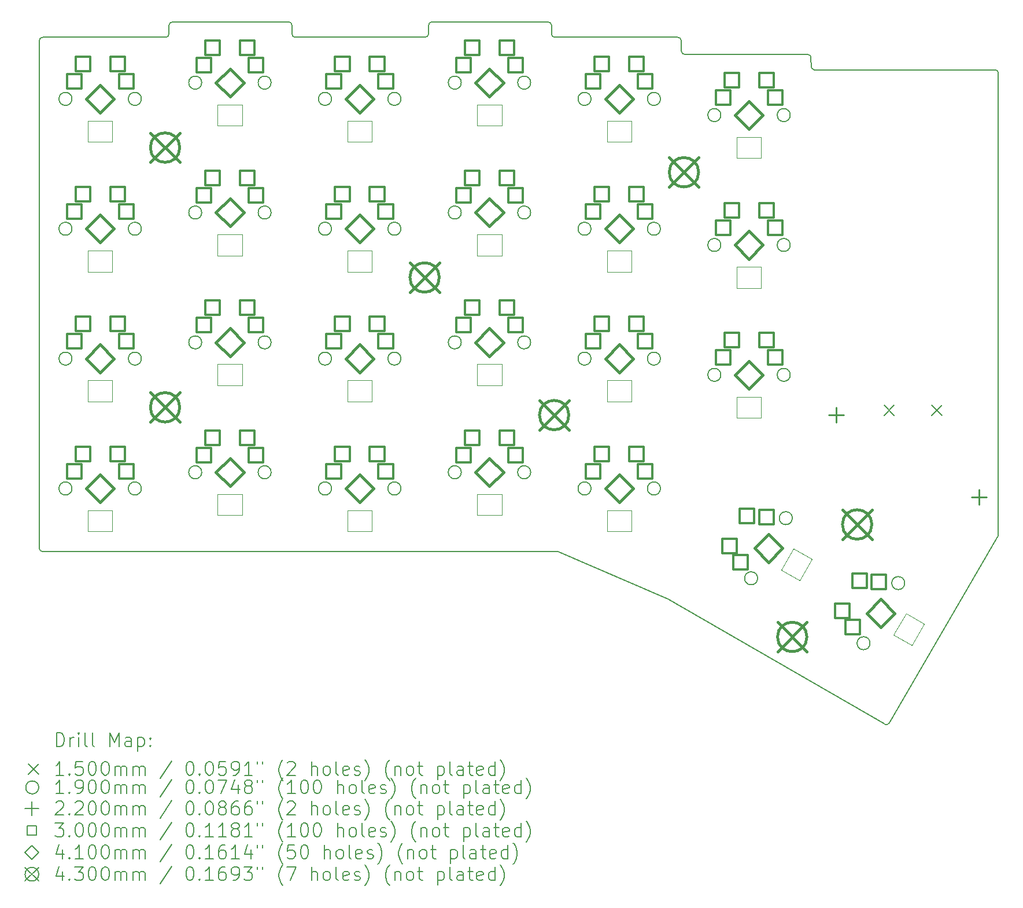
<source format=gbr>
%TF.GenerationSoftware,KiCad,Pcbnew,8.0.8+1*%
%TF.CreationDate,2025-06-17T16:01:52+00:00*%
%TF.ProjectId,eggada50_autorouted,65676761-6461-4353-905f-6175746f726f,0.2*%
%TF.SameCoordinates,Original*%
%TF.FileFunction,Drillmap*%
%TF.FilePolarity,Positive*%
%FSLAX45Y45*%
G04 Gerber Fmt 4.5, Leading zero omitted, Abs format (unit mm)*
G04 Created by KiCad (PCBNEW 8.0.8+1) date 2025-06-17 16:01:52*
%MOMM*%
%LPD*%
G01*
G04 APERTURE LIST*
%ADD10C,0.150000*%
%ADD11C,0.120000*%
%ADD12C,0.200000*%
%ADD13C,0.190000*%
%ADD14C,0.220000*%
%ADD15C,0.300000*%
%ADD16C,0.410000*%
%ADD17C,0.430000*%
G04 APERTURE END LIST*
D10*
X9158199Y-10924000D02*
X16697850Y-10924000D01*
X11008000Y-3349000D02*
X11008000Y-3223800D01*
X20408222Y-3698778D02*
X20408278Y-3824022D01*
X11058000Y-3173800D02*
X12758200Y-3173800D01*
X11008000Y-3349000D02*
G75*
G02*
X10958000Y-3399000I-50000J0D01*
G01*
X16658200Y-3399000D02*
X18458200Y-3399000D01*
X18311391Y-11617429D02*
G75*
G02*
X18316542Y-11620018I-19871J-45941D01*
G01*
X9108199Y-10874001D02*
X9108001Y-3449001D01*
X14858000Y-3173800D02*
X16558200Y-3173800D01*
X16658200Y-3399000D02*
G75*
G02*
X16608200Y-3349000I0J50000D01*
G01*
X23119800Y-10734660D02*
X21553171Y-13431110D01*
X11008000Y-3223800D02*
G75*
G02*
X11058000Y-3173800I50000J0D01*
G01*
X18558200Y-3648800D02*
X20358222Y-3648800D01*
X9108001Y-3449001D02*
G75*
G02*
X9158001Y-3399001I49999J1D01*
G01*
X23144601Y-10691703D02*
X23119800Y-10734660D01*
X9158199Y-10924000D02*
G75*
G02*
X9108200Y-10874001I1J50000D01*
G01*
X18316542Y-11620019D02*
X21484938Y-13449293D01*
X9158001Y-3399000D02*
X10958000Y-3399000D01*
X12858200Y-3399000D02*
X14758000Y-3399000D01*
X14808000Y-3349000D02*
X14808000Y-3223800D01*
X16558200Y-3173800D02*
G75*
G02*
X16608200Y-3223800I0J-50000D01*
G01*
X20358222Y-3648800D02*
G75*
G02*
X20408220Y-3698778I-2J-50000D01*
G01*
X18311391Y-11617429D02*
X16717699Y-10928109D01*
X12808200Y-3223800D02*
X12808200Y-3349000D01*
X20458278Y-3874000D02*
X23101300Y-3874000D01*
X18558200Y-3648800D02*
G75*
G02*
X18508200Y-3598800I0J50000D01*
G01*
X23151300Y-3924000D02*
X23151300Y-10666703D01*
X14808000Y-3349000D02*
G75*
G02*
X14758000Y-3399000I-50000J0D01*
G01*
X18458200Y-3399000D02*
G75*
G02*
X18508200Y-3449000I0J-50000D01*
G01*
X12858200Y-3399000D02*
G75*
G02*
X12808200Y-3349000I0J50000D01*
G01*
X23101300Y-3874000D02*
G75*
G02*
X23151300Y-3924000I0J-50000D01*
G01*
X20458278Y-3874000D02*
G75*
G02*
X20408280Y-3824022I2J50000D01*
G01*
X12758200Y-3173800D02*
G75*
G02*
X12808200Y-3223800I0J-50000D01*
G01*
X16608200Y-3223800D02*
X16608200Y-3349000D01*
X14808000Y-3223800D02*
G75*
G02*
X14858000Y-3173800I50000J0D01*
G01*
X23151300Y-10666703D02*
G75*
G02*
X23144602Y-10691703I-50020J3D01*
G01*
X18508200Y-3449000D02*
X18508200Y-3598800D01*
X21553171Y-13431110D02*
G75*
G02*
X21484940Y-13449290I-43231J25120D01*
G01*
X16697850Y-10924000D02*
G75*
G02*
X16717699Y-10928109I0J-50000D01*
G01*
D11*
X13980000Y-10630000D02*
X13620000Y-10630000D01*
X13620000Y-10320000D01*
X13980000Y-10320000D01*
X13980000Y-10630000D01*
X10180000Y-4930000D02*
X9820000Y-4930000D01*
X9820000Y-4620000D01*
X10180000Y-4620000D01*
X10180000Y-4930000D01*
X10180000Y-6830000D02*
X9820000Y-6830000D01*
X9820000Y-6520000D01*
X10180000Y-6520000D01*
X10180000Y-6830000D01*
X10180000Y-8730000D02*
X9820000Y-8730000D01*
X9820000Y-8420000D01*
X10180000Y-8420000D01*
X10180000Y-8730000D01*
X17780000Y-8730000D02*
X17420000Y-8730000D01*
X17420000Y-8420000D01*
X17780000Y-8420000D01*
X17780000Y-8730000D01*
X20420594Y-11033115D02*
X20240594Y-11344885D01*
X19972126Y-11189885D01*
X20152126Y-10878115D01*
X20420594Y-11033115D01*
X12080000Y-6592500D02*
X11720000Y-6592500D01*
X11720000Y-6282500D01*
X12080000Y-6282500D01*
X12080000Y-6592500D01*
X19680000Y-5167500D02*
X19320000Y-5167500D01*
X19320000Y-4857500D01*
X19680000Y-4857500D01*
X19680000Y-5167500D01*
X15880000Y-8492500D02*
X15520000Y-8492500D01*
X15520000Y-8182500D01*
X15880000Y-8182500D01*
X15880000Y-8492500D01*
X15880000Y-10392500D02*
X15520000Y-10392500D01*
X15520000Y-10082500D01*
X15880000Y-10082500D01*
X15880000Y-10392500D01*
X12080000Y-4692500D02*
X11720000Y-4692500D01*
X11720000Y-4382500D01*
X12080000Y-4382500D01*
X12080000Y-4692500D01*
X15880000Y-4692500D02*
X15520000Y-4692500D01*
X15520000Y-4382500D01*
X15880000Y-4382500D01*
X15880000Y-4692500D01*
X19680000Y-8967500D02*
X19320000Y-8967500D01*
X19320000Y-8657500D01*
X19680000Y-8657500D01*
X19680000Y-8967500D01*
X19680000Y-7067500D02*
X19320000Y-7067500D01*
X19320000Y-6757500D01*
X19680000Y-6757500D01*
X19680000Y-7067500D01*
X12080000Y-8492500D02*
X11720000Y-8492500D01*
X11720000Y-8182500D01*
X12080000Y-8182500D01*
X12080000Y-8492500D01*
X13980000Y-6830000D02*
X13620000Y-6830000D01*
X13620000Y-6520000D01*
X13980000Y-6520000D01*
X13980000Y-6830000D01*
X12080000Y-10392500D02*
X11720000Y-10392500D01*
X11720000Y-10082500D01*
X12080000Y-10082500D01*
X12080000Y-10392500D01*
X13980000Y-4930000D02*
X13620000Y-4930000D01*
X13620000Y-4620000D01*
X13980000Y-4620000D01*
X13980000Y-4930000D01*
X17780000Y-6830000D02*
X17420000Y-6830000D01*
X17420000Y-6520000D01*
X17780000Y-6520000D01*
X17780000Y-6830000D01*
X17780000Y-10630000D02*
X17420000Y-10630000D01*
X17420000Y-10320000D01*
X17780000Y-10320000D01*
X17780000Y-10630000D01*
X17780000Y-4930000D02*
X17420000Y-4930000D01*
X17420000Y-4620000D01*
X17780000Y-4620000D01*
X17780000Y-4930000D01*
X22066044Y-11983115D02*
X21886044Y-12294885D01*
X21617576Y-12139885D01*
X21797576Y-11828115D01*
X22066044Y-11983115D01*
X13980000Y-8730000D02*
X13620000Y-8730000D01*
X13620000Y-8420000D01*
X13980000Y-8420000D01*
X13980000Y-8730000D01*
X10180000Y-10630000D02*
X9820000Y-10630000D01*
X9820000Y-10320000D01*
X10180000Y-10320000D01*
X10180000Y-10630000D01*
X15880000Y-6592500D02*
X15520000Y-6592500D01*
X15520000Y-6282500D01*
X15880000Y-6282500D01*
X15880000Y-6592500D01*
D12*
D10*
X21476000Y-8781000D02*
X21626000Y-8931000D01*
X21626000Y-8781000D02*
X21476000Y-8931000D01*
X22176000Y-8781000D02*
X22326000Y-8931000D01*
X22326000Y-8781000D02*
X22176000Y-8931000D01*
D13*
X9587000Y-4300000D02*
G75*
G02*
X9397000Y-4300000I-95000J0D01*
G01*
X9397000Y-4300000D02*
G75*
G02*
X9587000Y-4300000I95000J0D01*
G01*
X9587000Y-4300000D02*
G75*
G02*
X9397000Y-4300000I-95000J0D01*
G01*
X9397000Y-4300000D02*
G75*
G02*
X9587000Y-4300000I95000J0D01*
G01*
X9587000Y-6200000D02*
G75*
G02*
X9397000Y-6200000I-95000J0D01*
G01*
X9397000Y-6200000D02*
G75*
G02*
X9587000Y-6200000I95000J0D01*
G01*
X9587000Y-6200000D02*
G75*
G02*
X9397000Y-6200000I-95000J0D01*
G01*
X9397000Y-6200000D02*
G75*
G02*
X9587000Y-6200000I95000J0D01*
G01*
X9587000Y-8100000D02*
G75*
G02*
X9397000Y-8100000I-95000J0D01*
G01*
X9397000Y-8100000D02*
G75*
G02*
X9587000Y-8100000I95000J0D01*
G01*
X9587000Y-8100000D02*
G75*
G02*
X9397000Y-8100000I-95000J0D01*
G01*
X9397000Y-8100000D02*
G75*
G02*
X9587000Y-8100000I95000J0D01*
G01*
X9587000Y-10000000D02*
G75*
G02*
X9397000Y-10000000I-95000J0D01*
G01*
X9397000Y-10000000D02*
G75*
G02*
X9587000Y-10000000I95000J0D01*
G01*
X9587000Y-10000000D02*
G75*
G02*
X9397000Y-10000000I-95000J0D01*
G01*
X9397000Y-10000000D02*
G75*
G02*
X9587000Y-10000000I95000J0D01*
G01*
X10603000Y-4300000D02*
G75*
G02*
X10413000Y-4300000I-95000J0D01*
G01*
X10413000Y-4300000D02*
G75*
G02*
X10603000Y-4300000I95000J0D01*
G01*
X10603000Y-4300000D02*
G75*
G02*
X10413000Y-4300000I-95000J0D01*
G01*
X10413000Y-4300000D02*
G75*
G02*
X10603000Y-4300000I95000J0D01*
G01*
X10603000Y-6200000D02*
G75*
G02*
X10413000Y-6200000I-95000J0D01*
G01*
X10413000Y-6200000D02*
G75*
G02*
X10603000Y-6200000I95000J0D01*
G01*
X10603000Y-6200000D02*
G75*
G02*
X10413000Y-6200000I-95000J0D01*
G01*
X10413000Y-6200000D02*
G75*
G02*
X10603000Y-6200000I95000J0D01*
G01*
X10603000Y-8100000D02*
G75*
G02*
X10413000Y-8100000I-95000J0D01*
G01*
X10413000Y-8100000D02*
G75*
G02*
X10603000Y-8100000I95000J0D01*
G01*
X10603000Y-8100000D02*
G75*
G02*
X10413000Y-8100000I-95000J0D01*
G01*
X10413000Y-8100000D02*
G75*
G02*
X10603000Y-8100000I95000J0D01*
G01*
X10603000Y-10000000D02*
G75*
G02*
X10413000Y-10000000I-95000J0D01*
G01*
X10413000Y-10000000D02*
G75*
G02*
X10603000Y-10000000I95000J0D01*
G01*
X10603000Y-10000000D02*
G75*
G02*
X10413000Y-10000000I-95000J0D01*
G01*
X10413000Y-10000000D02*
G75*
G02*
X10603000Y-10000000I95000J0D01*
G01*
X11487000Y-4062500D02*
G75*
G02*
X11297000Y-4062500I-95000J0D01*
G01*
X11297000Y-4062500D02*
G75*
G02*
X11487000Y-4062500I95000J0D01*
G01*
X11487000Y-4062500D02*
G75*
G02*
X11297000Y-4062500I-95000J0D01*
G01*
X11297000Y-4062500D02*
G75*
G02*
X11487000Y-4062500I95000J0D01*
G01*
X11487000Y-5962500D02*
G75*
G02*
X11297000Y-5962500I-95000J0D01*
G01*
X11297000Y-5962500D02*
G75*
G02*
X11487000Y-5962500I95000J0D01*
G01*
X11487000Y-5962500D02*
G75*
G02*
X11297000Y-5962500I-95000J0D01*
G01*
X11297000Y-5962500D02*
G75*
G02*
X11487000Y-5962500I95000J0D01*
G01*
X11487000Y-7862500D02*
G75*
G02*
X11297000Y-7862500I-95000J0D01*
G01*
X11297000Y-7862500D02*
G75*
G02*
X11487000Y-7862500I95000J0D01*
G01*
X11487000Y-7862500D02*
G75*
G02*
X11297000Y-7862500I-95000J0D01*
G01*
X11297000Y-7862500D02*
G75*
G02*
X11487000Y-7862500I95000J0D01*
G01*
X11487000Y-9762500D02*
G75*
G02*
X11297000Y-9762500I-95000J0D01*
G01*
X11297000Y-9762500D02*
G75*
G02*
X11487000Y-9762500I95000J0D01*
G01*
X11487000Y-9762500D02*
G75*
G02*
X11297000Y-9762500I-95000J0D01*
G01*
X11297000Y-9762500D02*
G75*
G02*
X11487000Y-9762500I95000J0D01*
G01*
X12503000Y-4062500D02*
G75*
G02*
X12313000Y-4062500I-95000J0D01*
G01*
X12313000Y-4062500D02*
G75*
G02*
X12503000Y-4062500I95000J0D01*
G01*
X12503000Y-4062500D02*
G75*
G02*
X12313000Y-4062500I-95000J0D01*
G01*
X12313000Y-4062500D02*
G75*
G02*
X12503000Y-4062500I95000J0D01*
G01*
X12503000Y-5962500D02*
G75*
G02*
X12313000Y-5962500I-95000J0D01*
G01*
X12313000Y-5962500D02*
G75*
G02*
X12503000Y-5962500I95000J0D01*
G01*
X12503000Y-5962500D02*
G75*
G02*
X12313000Y-5962500I-95000J0D01*
G01*
X12313000Y-5962500D02*
G75*
G02*
X12503000Y-5962500I95000J0D01*
G01*
X12503000Y-7862500D02*
G75*
G02*
X12313000Y-7862500I-95000J0D01*
G01*
X12313000Y-7862500D02*
G75*
G02*
X12503000Y-7862500I95000J0D01*
G01*
X12503000Y-7862500D02*
G75*
G02*
X12313000Y-7862500I-95000J0D01*
G01*
X12313000Y-7862500D02*
G75*
G02*
X12503000Y-7862500I95000J0D01*
G01*
X12503000Y-9762500D02*
G75*
G02*
X12313000Y-9762500I-95000J0D01*
G01*
X12313000Y-9762500D02*
G75*
G02*
X12503000Y-9762500I95000J0D01*
G01*
X12503000Y-9762500D02*
G75*
G02*
X12313000Y-9762500I-95000J0D01*
G01*
X12313000Y-9762500D02*
G75*
G02*
X12503000Y-9762500I95000J0D01*
G01*
X13387000Y-4300000D02*
G75*
G02*
X13197000Y-4300000I-95000J0D01*
G01*
X13197000Y-4300000D02*
G75*
G02*
X13387000Y-4300000I95000J0D01*
G01*
X13387000Y-4300000D02*
G75*
G02*
X13197000Y-4300000I-95000J0D01*
G01*
X13197000Y-4300000D02*
G75*
G02*
X13387000Y-4300000I95000J0D01*
G01*
X13387000Y-6200000D02*
G75*
G02*
X13197000Y-6200000I-95000J0D01*
G01*
X13197000Y-6200000D02*
G75*
G02*
X13387000Y-6200000I95000J0D01*
G01*
X13387000Y-6200000D02*
G75*
G02*
X13197000Y-6200000I-95000J0D01*
G01*
X13197000Y-6200000D02*
G75*
G02*
X13387000Y-6200000I95000J0D01*
G01*
X13387000Y-8100000D02*
G75*
G02*
X13197000Y-8100000I-95000J0D01*
G01*
X13197000Y-8100000D02*
G75*
G02*
X13387000Y-8100000I95000J0D01*
G01*
X13387000Y-8100000D02*
G75*
G02*
X13197000Y-8100000I-95000J0D01*
G01*
X13197000Y-8100000D02*
G75*
G02*
X13387000Y-8100000I95000J0D01*
G01*
X13387000Y-10000000D02*
G75*
G02*
X13197000Y-10000000I-95000J0D01*
G01*
X13197000Y-10000000D02*
G75*
G02*
X13387000Y-10000000I95000J0D01*
G01*
X13387000Y-10000000D02*
G75*
G02*
X13197000Y-10000000I-95000J0D01*
G01*
X13197000Y-10000000D02*
G75*
G02*
X13387000Y-10000000I95000J0D01*
G01*
X14403000Y-4300000D02*
G75*
G02*
X14213000Y-4300000I-95000J0D01*
G01*
X14213000Y-4300000D02*
G75*
G02*
X14403000Y-4300000I95000J0D01*
G01*
X14403000Y-4300000D02*
G75*
G02*
X14213000Y-4300000I-95000J0D01*
G01*
X14213000Y-4300000D02*
G75*
G02*
X14403000Y-4300000I95000J0D01*
G01*
X14403000Y-6200000D02*
G75*
G02*
X14213000Y-6200000I-95000J0D01*
G01*
X14213000Y-6200000D02*
G75*
G02*
X14403000Y-6200000I95000J0D01*
G01*
X14403000Y-6200000D02*
G75*
G02*
X14213000Y-6200000I-95000J0D01*
G01*
X14213000Y-6200000D02*
G75*
G02*
X14403000Y-6200000I95000J0D01*
G01*
X14403000Y-8100000D02*
G75*
G02*
X14213000Y-8100000I-95000J0D01*
G01*
X14213000Y-8100000D02*
G75*
G02*
X14403000Y-8100000I95000J0D01*
G01*
X14403000Y-8100000D02*
G75*
G02*
X14213000Y-8100000I-95000J0D01*
G01*
X14213000Y-8100000D02*
G75*
G02*
X14403000Y-8100000I95000J0D01*
G01*
X14403000Y-10000000D02*
G75*
G02*
X14213000Y-10000000I-95000J0D01*
G01*
X14213000Y-10000000D02*
G75*
G02*
X14403000Y-10000000I95000J0D01*
G01*
X14403000Y-10000000D02*
G75*
G02*
X14213000Y-10000000I-95000J0D01*
G01*
X14213000Y-10000000D02*
G75*
G02*
X14403000Y-10000000I95000J0D01*
G01*
X15287000Y-4062500D02*
G75*
G02*
X15097000Y-4062500I-95000J0D01*
G01*
X15097000Y-4062500D02*
G75*
G02*
X15287000Y-4062500I95000J0D01*
G01*
X15287000Y-4062500D02*
G75*
G02*
X15097000Y-4062500I-95000J0D01*
G01*
X15097000Y-4062500D02*
G75*
G02*
X15287000Y-4062500I95000J0D01*
G01*
X15287000Y-5962500D02*
G75*
G02*
X15097000Y-5962500I-95000J0D01*
G01*
X15097000Y-5962500D02*
G75*
G02*
X15287000Y-5962500I95000J0D01*
G01*
X15287000Y-5962500D02*
G75*
G02*
X15097000Y-5962500I-95000J0D01*
G01*
X15097000Y-5962500D02*
G75*
G02*
X15287000Y-5962500I95000J0D01*
G01*
X15287000Y-7862500D02*
G75*
G02*
X15097000Y-7862500I-95000J0D01*
G01*
X15097000Y-7862500D02*
G75*
G02*
X15287000Y-7862500I95000J0D01*
G01*
X15287000Y-7862500D02*
G75*
G02*
X15097000Y-7862500I-95000J0D01*
G01*
X15097000Y-7862500D02*
G75*
G02*
X15287000Y-7862500I95000J0D01*
G01*
X15287000Y-9762500D02*
G75*
G02*
X15097000Y-9762500I-95000J0D01*
G01*
X15097000Y-9762500D02*
G75*
G02*
X15287000Y-9762500I95000J0D01*
G01*
X15287000Y-9762500D02*
G75*
G02*
X15097000Y-9762500I-95000J0D01*
G01*
X15097000Y-9762500D02*
G75*
G02*
X15287000Y-9762500I95000J0D01*
G01*
X16303000Y-4062500D02*
G75*
G02*
X16113000Y-4062500I-95000J0D01*
G01*
X16113000Y-4062500D02*
G75*
G02*
X16303000Y-4062500I95000J0D01*
G01*
X16303000Y-4062500D02*
G75*
G02*
X16113000Y-4062500I-95000J0D01*
G01*
X16113000Y-4062500D02*
G75*
G02*
X16303000Y-4062500I95000J0D01*
G01*
X16303000Y-5962500D02*
G75*
G02*
X16113000Y-5962500I-95000J0D01*
G01*
X16113000Y-5962500D02*
G75*
G02*
X16303000Y-5962500I95000J0D01*
G01*
X16303000Y-5962500D02*
G75*
G02*
X16113000Y-5962500I-95000J0D01*
G01*
X16113000Y-5962500D02*
G75*
G02*
X16303000Y-5962500I95000J0D01*
G01*
X16303000Y-7862500D02*
G75*
G02*
X16113000Y-7862500I-95000J0D01*
G01*
X16113000Y-7862500D02*
G75*
G02*
X16303000Y-7862500I95000J0D01*
G01*
X16303000Y-7862500D02*
G75*
G02*
X16113000Y-7862500I-95000J0D01*
G01*
X16113000Y-7862500D02*
G75*
G02*
X16303000Y-7862500I95000J0D01*
G01*
X16303000Y-9762500D02*
G75*
G02*
X16113000Y-9762500I-95000J0D01*
G01*
X16113000Y-9762500D02*
G75*
G02*
X16303000Y-9762500I95000J0D01*
G01*
X16303000Y-9762500D02*
G75*
G02*
X16113000Y-9762500I-95000J0D01*
G01*
X16113000Y-9762500D02*
G75*
G02*
X16303000Y-9762500I95000J0D01*
G01*
X17187000Y-4300000D02*
G75*
G02*
X16997000Y-4300000I-95000J0D01*
G01*
X16997000Y-4300000D02*
G75*
G02*
X17187000Y-4300000I95000J0D01*
G01*
X17187000Y-4300000D02*
G75*
G02*
X16997000Y-4300000I-95000J0D01*
G01*
X16997000Y-4300000D02*
G75*
G02*
X17187000Y-4300000I95000J0D01*
G01*
X17187000Y-6200000D02*
G75*
G02*
X16997000Y-6200000I-95000J0D01*
G01*
X16997000Y-6200000D02*
G75*
G02*
X17187000Y-6200000I95000J0D01*
G01*
X17187000Y-6200000D02*
G75*
G02*
X16997000Y-6200000I-95000J0D01*
G01*
X16997000Y-6200000D02*
G75*
G02*
X17187000Y-6200000I95000J0D01*
G01*
X17187000Y-8100000D02*
G75*
G02*
X16997000Y-8100000I-95000J0D01*
G01*
X16997000Y-8100000D02*
G75*
G02*
X17187000Y-8100000I95000J0D01*
G01*
X17187000Y-8100000D02*
G75*
G02*
X16997000Y-8100000I-95000J0D01*
G01*
X16997000Y-8100000D02*
G75*
G02*
X17187000Y-8100000I95000J0D01*
G01*
X17187000Y-10000000D02*
G75*
G02*
X16997000Y-10000000I-95000J0D01*
G01*
X16997000Y-10000000D02*
G75*
G02*
X17187000Y-10000000I95000J0D01*
G01*
X17187000Y-10000000D02*
G75*
G02*
X16997000Y-10000000I-95000J0D01*
G01*
X16997000Y-10000000D02*
G75*
G02*
X17187000Y-10000000I95000J0D01*
G01*
X18203000Y-4300000D02*
G75*
G02*
X18013000Y-4300000I-95000J0D01*
G01*
X18013000Y-4300000D02*
G75*
G02*
X18203000Y-4300000I95000J0D01*
G01*
X18203000Y-4300000D02*
G75*
G02*
X18013000Y-4300000I-95000J0D01*
G01*
X18013000Y-4300000D02*
G75*
G02*
X18203000Y-4300000I95000J0D01*
G01*
X18203000Y-6200000D02*
G75*
G02*
X18013000Y-6200000I-95000J0D01*
G01*
X18013000Y-6200000D02*
G75*
G02*
X18203000Y-6200000I95000J0D01*
G01*
X18203000Y-6200000D02*
G75*
G02*
X18013000Y-6200000I-95000J0D01*
G01*
X18013000Y-6200000D02*
G75*
G02*
X18203000Y-6200000I95000J0D01*
G01*
X18203000Y-8100000D02*
G75*
G02*
X18013000Y-8100000I-95000J0D01*
G01*
X18013000Y-8100000D02*
G75*
G02*
X18203000Y-8100000I95000J0D01*
G01*
X18203000Y-8100000D02*
G75*
G02*
X18013000Y-8100000I-95000J0D01*
G01*
X18013000Y-8100000D02*
G75*
G02*
X18203000Y-8100000I95000J0D01*
G01*
X18203000Y-10000000D02*
G75*
G02*
X18013000Y-10000000I-95000J0D01*
G01*
X18013000Y-10000000D02*
G75*
G02*
X18203000Y-10000000I95000J0D01*
G01*
X18203000Y-10000000D02*
G75*
G02*
X18013000Y-10000000I-95000J0D01*
G01*
X18013000Y-10000000D02*
G75*
G02*
X18203000Y-10000000I95000J0D01*
G01*
X19087000Y-4537500D02*
G75*
G02*
X18897000Y-4537500I-95000J0D01*
G01*
X18897000Y-4537500D02*
G75*
G02*
X19087000Y-4537500I95000J0D01*
G01*
X19087000Y-4537500D02*
G75*
G02*
X18897000Y-4537500I-95000J0D01*
G01*
X18897000Y-4537500D02*
G75*
G02*
X19087000Y-4537500I95000J0D01*
G01*
X19087000Y-6437500D02*
G75*
G02*
X18897000Y-6437500I-95000J0D01*
G01*
X18897000Y-6437500D02*
G75*
G02*
X19087000Y-6437500I95000J0D01*
G01*
X19087000Y-6437500D02*
G75*
G02*
X18897000Y-6437500I-95000J0D01*
G01*
X18897000Y-6437500D02*
G75*
G02*
X19087000Y-6437500I95000J0D01*
G01*
X19087000Y-8337500D02*
G75*
G02*
X18897000Y-8337500I-95000J0D01*
G01*
X18897000Y-8337500D02*
G75*
G02*
X19087000Y-8337500I95000J0D01*
G01*
X19087000Y-8337500D02*
G75*
G02*
X18897000Y-8337500I-95000J0D01*
G01*
X18897000Y-8337500D02*
G75*
G02*
X19087000Y-8337500I95000J0D01*
G01*
X19626000Y-11313941D02*
G75*
G02*
X19436000Y-11313941I-95000J0D01*
G01*
X19436000Y-11313941D02*
G75*
G02*
X19626000Y-11313941I95000J0D01*
G01*
X19626000Y-11313941D02*
G75*
G02*
X19436000Y-11313941I-95000J0D01*
G01*
X19436000Y-11313941D02*
G75*
G02*
X19626000Y-11313941I95000J0D01*
G01*
X20103000Y-4537500D02*
G75*
G02*
X19913000Y-4537500I-95000J0D01*
G01*
X19913000Y-4537500D02*
G75*
G02*
X20103000Y-4537500I95000J0D01*
G01*
X20103000Y-4537500D02*
G75*
G02*
X19913000Y-4537500I-95000J0D01*
G01*
X19913000Y-4537500D02*
G75*
G02*
X20103000Y-4537500I95000J0D01*
G01*
X20103000Y-6437500D02*
G75*
G02*
X19913000Y-6437500I-95000J0D01*
G01*
X19913000Y-6437500D02*
G75*
G02*
X20103000Y-6437500I95000J0D01*
G01*
X20103000Y-6437500D02*
G75*
G02*
X19913000Y-6437500I-95000J0D01*
G01*
X19913000Y-6437500D02*
G75*
G02*
X20103000Y-6437500I95000J0D01*
G01*
X20103000Y-8337500D02*
G75*
G02*
X19913000Y-8337500I-95000J0D01*
G01*
X19913000Y-8337500D02*
G75*
G02*
X20103000Y-8337500I95000J0D01*
G01*
X20103000Y-8337500D02*
G75*
G02*
X19913000Y-8337500I-95000J0D01*
G01*
X19913000Y-8337500D02*
G75*
G02*
X20103000Y-8337500I95000J0D01*
G01*
X20134000Y-10434059D02*
G75*
G02*
X19944000Y-10434059I-95000J0D01*
G01*
X19944000Y-10434059D02*
G75*
G02*
X20134000Y-10434059I95000J0D01*
G01*
X20134000Y-10434059D02*
G75*
G02*
X19944000Y-10434059I-95000J0D01*
G01*
X19944000Y-10434059D02*
G75*
G02*
X20134000Y-10434059I95000J0D01*
G01*
X21271450Y-12263941D02*
G75*
G02*
X21081450Y-12263941I-95000J0D01*
G01*
X21081450Y-12263941D02*
G75*
G02*
X21271450Y-12263941I95000J0D01*
G01*
X21271450Y-12263941D02*
G75*
G02*
X21081450Y-12263941I-95000J0D01*
G01*
X21081450Y-12263941D02*
G75*
G02*
X21271450Y-12263941I95000J0D01*
G01*
X21779450Y-11384059D02*
G75*
G02*
X21589450Y-11384059I-95000J0D01*
G01*
X21589450Y-11384059D02*
G75*
G02*
X21779450Y-11384059I95000J0D01*
G01*
X21779450Y-11384059D02*
G75*
G02*
X21589450Y-11384059I-95000J0D01*
G01*
X21589450Y-11384059D02*
G75*
G02*
X21779450Y-11384059I95000J0D01*
G01*
D14*
X20776200Y-8812600D02*
X20776200Y-9032600D01*
X20666200Y-8922600D02*
X20886200Y-8922600D01*
X22869400Y-10014500D02*
X22869400Y-10234500D01*
X22759400Y-10124500D02*
X22979400Y-10124500D01*
D15*
X9725067Y-4152067D02*
X9725067Y-3939933D01*
X9512933Y-3939933D01*
X9512933Y-4152067D01*
X9725067Y-4152067D01*
X9725067Y-6052067D02*
X9725067Y-5839933D01*
X9512933Y-5839933D01*
X9512933Y-6052067D01*
X9725067Y-6052067D01*
X9725067Y-7952067D02*
X9725067Y-7739933D01*
X9512933Y-7739933D01*
X9512933Y-7952067D01*
X9725067Y-7952067D01*
X9725067Y-9852067D02*
X9725067Y-9639933D01*
X9512933Y-9639933D01*
X9512933Y-9852067D01*
X9725067Y-9852067D01*
X9852067Y-3898067D02*
X9852067Y-3685933D01*
X9639933Y-3685933D01*
X9639933Y-3898067D01*
X9852067Y-3898067D01*
X9852067Y-5798067D02*
X9852067Y-5585933D01*
X9639933Y-5585933D01*
X9639933Y-5798067D01*
X9852067Y-5798067D01*
X9852067Y-7698067D02*
X9852067Y-7485933D01*
X9639933Y-7485933D01*
X9639933Y-7698067D01*
X9852067Y-7698067D01*
X9852067Y-9598067D02*
X9852067Y-9385933D01*
X9639933Y-9385933D01*
X9639933Y-9598067D01*
X9852067Y-9598067D01*
X10360067Y-3898067D02*
X10360067Y-3685933D01*
X10147933Y-3685933D01*
X10147933Y-3898067D01*
X10360067Y-3898067D01*
X10360067Y-5798067D02*
X10360067Y-5585933D01*
X10147933Y-5585933D01*
X10147933Y-5798067D01*
X10360067Y-5798067D01*
X10360067Y-7698067D02*
X10360067Y-7485933D01*
X10147933Y-7485933D01*
X10147933Y-7698067D01*
X10360067Y-7698067D01*
X10360067Y-9598067D02*
X10360067Y-9385933D01*
X10147933Y-9385933D01*
X10147933Y-9598067D01*
X10360067Y-9598067D01*
X10487067Y-4152067D02*
X10487067Y-3939933D01*
X10274933Y-3939933D01*
X10274933Y-4152067D01*
X10487067Y-4152067D01*
X10487067Y-6052067D02*
X10487067Y-5839933D01*
X10274933Y-5839933D01*
X10274933Y-6052067D01*
X10487067Y-6052067D01*
X10487067Y-7952067D02*
X10487067Y-7739933D01*
X10274933Y-7739933D01*
X10274933Y-7952067D01*
X10487067Y-7952067D01*
X10487067Y-9852067D02*
X10487067Y-9639933D01*
X10274933Y-9639933D01*
X10274933Y-9852067D01*
X10487067Y-9852067D01*
X11625067Y-3914567D02*
X11625067Y-3702433D01*
X11412933Y-3702433D01*
X11412933Y-3914567D01*
X11625067Y-3914567D01*
X11625067Y-5814567D02*
X11625067Y-5602433D01*
X11412933Y-5602433D01*
X11412933Y-5814567D01*
X11625067Y-5814567D01*
X11625067Y-7714567D02*
X11625067Y-7502433D01*
X11412933Y-7502433D01*
X11412933Y-7714567D01*
X11625067Y-7714567D01*
X11625067Y-9614567D02*
X11625067Y-9402433D01*
X11412933Y-9402433D01*
X11412933Y-9614567D01*
X11625067Y-9614567D01*
X11752067Y-3660567D02*
X11752067Y-3448433D01*
X11539933Y-3448433D01*
X11539933Y-3660567D01*
X11752067Y-3660567D01*
X11752067Y-5560567D02*
X11752067Y-5348433D01*
X11539933Y-5348433D01*
X11539933Y-5560567D01*
X11752067Y-5560567D01*
X11752067Y-7460567D02*
X11752067Y-7248433D01*
X11539933Y-7248433D01*
X11539933Y-7460567D01*
X11752067Y-7460567D01*
X11752067Y-9360567D02*
X11752067Y-9148433D01*
X11539933Y-9148433D01*
X11539933Y-9360567D01*
X11752067Y-9360567D01*
X12260067Y-3660567D02*
X12260067Y-3448433D01*
X12047933Y-3448433D01*
X12047933Y-3660567D01*
X12260067Y-3660567D01*
X12260067Y-5560567D02*
X12260067Y-5348433D01*
X12047933Y-5348433D01*
X12047933Y-5560567D01*
X12260067Y-5560567D01*
X12260067Y-7460567D02*
X12260067Y-7248433D01*
X12047933Y-7248433D01*
X12047933Y-7460567D01*
X12260067Y-7460567D01*
X12260067Y-9360567D02*
X12260067Y-9148433D01*
X12047933Y-9148433D01*
X12047933Y-9360567D01*
X12260067Y-9360567D01*
X12387067Y-3914567D02*
X12387067Y-3702433D01*
X12174933Y-3702433D01*
X12174933Y-3914567D01*
X12387067Y-3914567D01*
X12387067Y-5814567D02*
X12387067Y-5602433D01*
X12174933Y-5602433D01*
X12174933Y-5814567D01*
X12387067Y-5814567D01*
X12387067Y-7714567D02*
X12387067Y-7502433D01*
X12174933Y-7502433D01*
X12174933Y-7714567D01*
X12387067Y-7714567D01*
X12387067Y-9614567D02*
X12387067Y-9402433D01*
X12174933Y-9402433D01*
X12174933Y-9614567D01*
X12387067Y-9614567D01*
X13525067Y-4152067D02*
X13525067Y-3939933D01*
X13312933Y-3939933D01*
X13312933Y-4152067D01*
X13525067Y-4152067D01*
X13525067Y-6052067D02*
X13525067Y-5839933D01*
X13312933Y-5839933D01*
X13312933Y-6052067D01*
X13525067Y-6052067D01*
X13525067Y-7952067D02*
X13525067Y-7739933D01*
X13312933Y-7739933D01*
X13312933Y-7952067D01*
X13525067Y-7952067D01*
X13525067Y-9852067D02*
X13525067Y-9639933D01*
X13312933Y-9639933D01*
X13312933Y-9852067D01*
X13525067Y-9852067D01*
X13652067Y-3898067D02*
X13652067Y-3685933D01*
X13439933Y-3685933D01*
X13439933Y-3898067D01*
X13652067Y-3898067D01*
X13652067Y-5798067D02*
X13652067Y-5585933D01*
X13439933Y-5585933D01*
X13439933Y-5798067D01*
X13652067Y-5798067D01*
X13652067Y-7698067D02*
X13652067Y-7485933D01*
X13439933Y-7485933D01*
X13439933Y-7698067D01*
X13652067Y-7698067D01*
X13652067Y-9598067D02*
X13652067Y-9385933D01*
X13439933Y-9385933D01*
X13439933Y-9598067D01*
X13652067Y-9598067D01*
X14160067Y-3898067D02*
X14160067Y-3685933D01*
X13947933Y-3685933D01*
X13947933Y-3898067D01*
X14160067Y-3898067D01*
X14160067Y-5798067D02*
X14160067Y-5585933D01*
X13947933Y-5585933D01*
X13947933Y-5798067D01*
X14160067Y-5798067D01*
X14160067Y-7698067D02*
X14160067Y-7485933D01*
X13947933Y-7485933D01*
X13947933Y-7698067D01*
X14160067Y-7698067D01*
X14160067Y-9598067D02*
X14160067Y-9385933D01*
X13947933Y-9385933D01*
X13947933Y-9598067D01*
X14160067Y-9598067D01*
X14287067Y-4152067D02*
X14287067Y-3939933D01*
X14074933Y-3939933D01*
X14074933Y-4152067D01*
X14287067Y-4152067D01*
X14287067Y-6052067D02*
X14287067Y-5839933D01*
X14074933Y-5839933D01*
X14074933Y-6052067D01*
X14287067Y-6052067D01*
X14287067Y-7952067D02*
X14287067Y-7739933D01*
X14074933Y-7739933D01*
X14074933Y-7952067D01*
X14287067Y-7952067D01*
X14287067Y-9852067D02*
X14287067Y-9639933D01*
X14074933Y-9639933D01*
X14074933Y-9852067D01*
X14287067Y-9852067D01*
X15425067Y-3914567D02*
X15425067Y-3702433D01*
X15212933Y-3702433D01*
X15212933Y-3914567D01*
X15425067Y-3914567D01*
X15425067Y-5814567D02*
X15425067Y-5602433D01*
X15212933Y-5602433D01*
X15212933Y-5814567D01*
X15425067Y-5814567D01*
X15425067Y-7714567D02*
X15425067Y-7502433D01*
X15212933Y-7502433D01*
X15212933Y-7714567D01*
X15425067Y-7714567D01*
X15425067Y-9614567D02*
X15425067Y-9402433D01*
X15212933Y-9402433D01*
X15212933Y-9614567D01*
X15425067Y-9614567D01*
X15552067Y-3660567D02*
X15552067Y-3448433D01*
X15339933Y-3448433D01*
X15339933Y-3660567D01*
X15552067Y-3660567D01*
X15552067Y-5560567D02*
X15552067Y-5348433D01*
X15339933Y-5348433D01*
X15339933Y-5560567D01*
X15552067Y-5560567D01*
X15552067Y-7460567D02*
X15552067Y-7248433D01*
X15339933Y-7248433D01*
X15339933Y-7460567D01*
X15552067Y-7460567D01*
X15552067Y-9360567D02*
X15552067Y-9148433D01*
X15339933Y-9148433D01*
X15339933Y-9360567D01*
X15552067Y-9360567D01*
X16060067Y-3660567D02*
X16060067Y-3448433D01*
X15847933Y-3448433D01*
X15847933Y-3660567D01*
X16060067Y-3660567D01*
X16060067Y-5560567D02*
X16060067Y-5348433D01*
X15847933Y-5348433D01*
X15847933Y-5560567D01*
X16060067Y-5560567D01*
X16060067Y-7460567D02*
X16060067Y-7248433D01*
X15847933Y-7248433D01*
X15847933Y-7460567D01*
X16060067Y-7460567D01*
X16060067Y-9360567D02*
X16060067Y-9148433D01*
X15847933Y-9148433D01*
X15847933Y-9360567D01*
X16060067Y-9360567D01*
X16187067Y-3914567D02*
X16187067Y-3702433D01*
X15974933Y-3702433D01*
X15974933Y-3914567D01*
X16187067Y-3914567D01*
X16187067Y-5814567D02*
X16187067Y-5602433D01*
X15974933Y-5602433D01*
X15974933Y-5814567D01*
X16187067Y-5814567D01*
X16187067Y-7714567D02*
X16187067Y-7502433D01*
X15974933Y-7502433D01*
X15974933Y-7714567D01*
X16187067Y-7714567D01*
X16187067Y-9614567D02*
X16187067Y-9402433D01*
X15974933Y-9402433D01*
X15974933Y-9614567D01*
X16187067Y-9614567D01*
X17325067Y-4152067D02*
X17325067Y-3939933D01*
X17112933Y-3939933D01*
X17112933Y-4152067D01*
X17325067Y-4152067D01*
X17325067Y-6052067D02*
X17325067Y-5839933D01*
X17112933Y-5839933D01*
X17112933Y-6052067D01*
X17325067Y-6052067D01*
X17325067Y-7952067D02*
X17325067Y-7739933D01*
X17112933Y-7739933D01*
X17112933Y-7952067D01*
X17325067Y-7952067D01*
X17325067Y-9852067D02*
X17325067Y-9639933D01*
X17112933Y-9639933D01*
X17112933Y-9852067D01*
X17325067Y-9852067D01*
X17452067Y-3898067D02*
X17452067Y-3685933D01*
X17239933Y-3685933D01*
X17239933Y-3898067D01*
X17452067Y-3898067D01*
X17452067Y-5798067D02*
X17452067Y-5585933D01*
X17239933Y-5585933D01*
X17239933Y-5798067D01*
X17452067Y-5798067D01*
X17452067Y-7698067D02*
X17452067Y-7485933D01*
X17239933Y-7485933D01*
X17239933Y-7698067D01*
X17452067Y-7698067D01*
X17452067Y-9598067D02*
X17452067Y-9385933D01*
X17239933Y-9385933D01*
X17239933Y-9598067D01*
X17452067Y-9598067D01*
X17960067Y-3898067D02*
X17960067Y-3685933D01*
X17747933Y-3685933D01*
X17747933Y-3898067D01*
X17960067Y-3898067D01*
X17960067Y-5798067D02*
X17960067Y-5585933D01*
X17747933Y-5585933D01*
X17747933Y-5798067D01*
X17960067Y-5798067D01*
X17960067Y-7698067D02*
X17960067Y-7485933D01*
X17747933Y-7485933D01*
X17747933Y-7698067D01*
X17960067Y-7698067D01*
X17960067Y-9598067D02*
X17960067Y-9385933D01*
X17747933Y-9385933D01*
X17747933Y-9598067D01*
X17960067Y-9598067D01*
X18087067Y-4152067D02*
X18087067Y-3939933D01*
X17874933Y-3939933D01*
X17874933Y-4152067D01*
X18087067Y-4152067D01*
X18087067Y-6052067D02*
X18087067Y-5839933D01*
X17874933Y-5839933D01*
X17874933Y-6052067D01*
X18087067Y-6052067D01*
X18087067Y-7952067D02*
X18087067Y-7739933D01*
X17874933Y-7739933D01*
X17874933Y-7952067D01*
X18087067Y-7952067D01*
X18087067Y-9852067D02*
X18087067Y-9639933D01*
X17874933Y-9639933D01*
X17874933Y-9852067D01*
X18087067Y-9852067D01*
X19225067Y-4389567D02*
X19225067Y-4177433D01*
X19012933Y-4177433D01*
X19012933Y-4389567D01*
X19225067Y-4389567D01*
X19225067Y-6289567D02*
X19225067Y-6077433D01*
X19012933Y-6077433D01*
X19012933Y-6289567D01*
X19225067Y-6289567D01*
X19225067Y-8189567D02*
X19225067Y-7977433D01*
X19012933Y-7977433D01*
X19012933Y-8189567D01*
X19225067Y-8189567D01*
X19324126Y-10946038D02*
X19324126Y-10733904D01*
X19111992Y-10733904D01*
X19111992Y-10946038D01*
X19324126Y-10946038D01*
X19352067Y-4135567D02*
X19352067Y-3923433D01*
X19139933Y-3923433D01*
X19139933Y-4135567D01*
X19352067Y-4135567D01*
X19352067Y-6035567D02*
X19352067Y-5823433D01*
X19139933Y-5823433D01*
X19139933Y-6035567D01*
X19352067Y-6035567D01*
X19352067Y-7935567D02*
X19352067Y-7723433D01*
X19139933Y-7723433D01*
X19139933Y-7935567D01*
X19352067Y-7935567D01*
X19480597Y-11183023D02*
X19480597Y-10970889D01*
X19268463Y-10970889D01*
X19268463Y-11183023D01*
X19480597Y-11183023D01*
X19578126Y-10506097D02*
X19578126Y-10293963D01*
X19365992Y-10293963D01*
X19365992Y-10506097D01*
X19578126Y-10506097D01*
X19860067Y-4135567D02*
X19860067Y-3923433D01*
X19647933Y-3923433D01*
X19647933Y-4135567D01*
X19860067Y-4135567D01*
X19860067Y-6035567D02*
X19860067Y-5823433D01*
X19647933Y-5823433D01*
X19647933Y-6035567D01*
X19860067Y-6035567D01*
X19860067Y-7935567D02*
X19860067Y-7723433D01*
X19647933Y-7723433D01*
X19647933Y-7935567D01*
X19860067Y-7935567D01*
X19861597Y-10523111D02*
X19861597Y-10310977D01*
X19649463Y-10310977D01*
X19649463Y-10523111D01*
X19861597Y-10523111D01*
X19987067Y-4389567D02*
X19987067Y-4177433D01*
X19774933Y-4177433D01*
X19774933Y-4389567D01*
X19987067Y-4389567D01*
X19987067Y-6289567D02*
X19987067Y-6077433D01*
X19774933Y-6077433D01*
X19774933Y-6289567D01*
X19987067Y-6289567D01*
X19987067Y-8189567D02*
X19987067Y-7977433D01*
X19774933Y-7977433D01*
X19774933Y-8189567D01*
X19987067Y-8189567D01*
X20969576Y-11896037D02*
X20969576Y-11683903D01*
X20757442Y-11683903D01*
X20757442Y-11896037D01*
X20969576Y-11896037D01*
X21126047Y-12133023D02*
X21126047Y-11920889D01*
X20913913Y-11920889D01*
X20913913Y-12133023D01*
X21126047Y-12133023D01*
X21223576Y-11456096D02*
X21223576Y-11243962D01*
X21011442Y-11243962D01*
X21011442Y-11456096D01*
X21223576Y-11456096D01*
X21507047Y-11473111D02*
X21507047Y-11260977D01*
X21294913Y-11260977D01*
X21294913Y-11473111D01*
X21507047Y-11473111D01*
D16*
X10000000Y-4505000D02*
X10205000Y-4300000D01*
X10000000Y-4095000D01*
X9795000Y-4300000D01*
X10000000Y-4505000D01*
X10000000Y-4505000D02*
X10205000Y-4300000D01*
X10000000Y-4095000D01*
X9795000Y-4300000D01*
X10000000Y-4505000D01*
X10000000Y-6405000D02*
X10205000Y-6200000D01*
X10000000Y-5995000D01*
X9795000Y-6200000D01*
X10000000Y-6405000D01*
X10000000Y-6405000D02*
X10205000Y-6200000D01*
X10000000Y-5995000D01*
X9795000Y-6200000D01*
X10000000Y-6405000D01*
X10000000Y-8305000D02*
X10205000Y-8100000D01*
X10000000Y-7895000D01*
X9795000Y-8100000D01*
X10000000Y-8305000D01*
X10000000Y-8305000D02*
X10205000Y-8100000D01*
X10000000Y-7895000D01*
X9795000Y-8100000D01*
X10000000Y-8305000D01*
X10000000Y-10205000D02*
X10205000Y-10000000D01*
X10000000Y-9795000D01*
X9795000Y-10000000D01*
X10000000Y-10205000D01*
X10000000Y-10205000D02*
X10205000Y-10000000D01*
X10000000Y-9795000D01*
X9795000Y-10000000D01*
X10000000Y-10205000D01*
X11900000Y-4267500D02*
X12105000Y-4062500D01*
X11900000Y-3857500D01*
X11695000Y-4062500D01*
X11900000Y-4267500D01*
X11900000Y-4267500D02*
X12105000Y-4062500D01*
X11900000Y-3857500D01*
X11695000Y-4062500D01*
X11900000Y-4267500D01*
X11900000Y-6167500D02*
X12105000Y-5962500D01*
X11900000Y-5757500D01*
X11695000Y-5962500D01*
X11900000Y-6167500D01*
X11900000Y-6167500D02*
X12105000Y-5962500D01*
X11900000Y-5757500D01*
X11695000Y-5962500D01*
X11900000Y-6167500D01*
X11900000Y-8067500D02*
X12105000Y-7862500D01*
X11900000Y-7657500D01*
X11695000Y-7862500D01*
X11900000Y-8067500D01*
X11900000Y-8067500D02*
X12105000Y-7862500D01*
X11900000Y-7657500D01*
X11695000Y-7862500D01*
X11900000Y-8067500D01*
X11900000Y-9967500D02*
X12105000Y-9762500D01*
X11900000Y-9557500D01*
X11695000Y-9762500D01*
X11900000Y-9967500D01*
X11900000Y-9967500D02*
X12105000Y-9762500D01*
X11900000Y-9557500D01*
X11695000Y-9762500D01*
X11900000Y-9967500D01*
X13800000Y-4505000D02*
X14005000Y-4300000D01*
X13800000Y-4095000D01*
X13595000Y-4300000D01*
X13800000Y-4505000D01*
X13800000Y-4505000D02*
X14005000Y-4300000D01*
X13800000Y-4095000D01*
X13595000Y-4300000D01*
X13800000Y-4505000D01*
X13800000Y-6405000D02*
X14005000Y-6200000D01*
X13800000Y-5995000D01*
X13595000Y-6200000D01*
X13800000Y-6405000D01*
X13800000Y-6405000D02*
X14005000Y-6200000D01*
X13800000Y-5995000D01*
X13595000Y-6200000D01*
X13800000Y-6405000D01*
X13800000Y-8305000D02*
X14005000Y-8100000D01*
X13800000Y-7895000D01*
X13595000Y-8100000D01*
X13800000Y-8305000D01*
X13800000Y-8305000D02*
X14005000Y-8100000D01*
X13800000Y-7895000D01*
X13595000Y-8100000D01*
X13800000Y-8305000D01*
X13800000Y-10205000D02*
X14005000Y-10000000D01*
X13800000Y-9795000D01*
X13595000Y-10000000D01*
X13800000Y-10205000D01*
X13800000Y-10205000D02*
X14005000Y-10000000D01*
X13800000Y-9795000D01*
X13595000Y-10000000D01*
X13800000Y-10205000D01*
X15700000Y-4267500D02*
X15905000Y-4062500D01*
X15700000Y-3857500D01*
X15495000Y-4062500D01*
X15700000Y-4267500D01*
X15700000Y-4267500D02*
X15905000Y-4062500D01*
X15700000Y-3857500D01*
X15495000Y-4062500D01*
X15700000Y-4267500D01*
X15700000Y-6167500D02*
X15905000Y-5962500D01*
X15700000Y-5757500D01*
X15495000Y-5962500D01*
X15700000Y-6167500D01*
X15700000Y-6167500D02*
X15905000Y-5962500D01*
X15700000Y-5757500D01*
X15495000Y-5962500D01*
X15700000Y-6167500D01*
X15700000Y-8067500D02*
X15905000Y-7862500D01*
X15700000Y-7657500D01*
X15495000Y-7862500D01*
X15700000Y-8067500D01*
X15700000Y-8067500D02*
X15905000Y-7862500D01*
X15700000Y-7657500D01*
X15495000Y-7862500D01*
X15700000Y-8067500D01*
X15700000Y-9967500D02*
X15905000Y-9762500D01*
X15700000Y-9557500D01*
X15495000Y-9762500D01*
X15700000Y-9967500D01*
X15700000Y-9967500D02*
X15905000Y-9762500D01*
X15700000Y-9557500D01*
X15495000Y-9762500D01*
X15700000Y-9967500D01*
X17600000Y-4505000D02*
X17805000Y-4300000D01*
X17600000Y-4095000D01*
X17395000Y-4300000D01*
X17600000Y-4505000D01*
X17600000Y-4505000D02*
X17805000Y-4300000D01*
X17600000Y-4095000D01*
X17395000Y-4300000D01*
X17600000Y-4505000D01*
X17600000Y-6405000D02*
X17805000Y-6200000D01*
X17600000Y-5995000D01*
X17395000Y-6200000D01*
X17600000Y-6405000D01*
X17600000Y-6405000D02*
X17805000Y-6200000D01*
X17600000Y-5995000D01*
X17395000Y-6200000D01*
X17600000Y-6405000D01*
X17600000Y-8305000D02*
X17805000Y-8100000D01*
X17600000Y-7895000D01*
X17395000Y-8100000D01*
X17600000Y-8305000D01*
X17600000Y-8305000D02*
X17805000Y-8100000D01*
X17600000Y-7895000D01*
X17395000Y-8100000D01*
X17600000Y-8305000D01*
X17600000Y-10205000D02*
X17805000Y-10000000D01*
X17600000Y-9795000D01*
X17395000Y-10000000D01*
X17600000Y-10205000D01*
X17600000Y-10205000D02*
X17805000Y-10000000D01*
X17600000Y-9795000D01*
X17395000Y-10000000D01*
X17600000Y-10205000D01*
X19500000Y-4742500D02*
X19705000Y-4537500D01*
X19500000Y-4332500D01*
X19295000Y-4537500D01*
X19500000Y-4742500D01*
X19500000Y-4742500D02*
X19705000Y-4537500D01*
X19500000Y-4332500D01*
X19295000Y-4537500D01*
X19500000Y-4742500D01*
X19500000Y-6642500D02*
X19705000Y-6437500D01*
X19500000Y-6232500D01*
X19295000Y-6437500D01*
X19500000Y-6642500D01*
X19500000Y-6642500D02*
X19705000Y-6437500D01*
X19500000Y-6232500D01*
X19295000Y-6437500D01*
X19500000Y-6642500D01*
X19500000Y-8542500D02*
X19705000Y-8337500D01*
X19500000Y-8132500D01*
X19295000Y-8337500D01*
X19500000Y-8542500D01*
X19500000Y-8542500D02*
X19705000Y-8337500D01*
X19500000Y-8132500D01*
X19295000Y-8337500D01*
X19500000Y-8542500D01*
X19785000Y-11079000D02*
X19990000Y-10874000D01*
X19785000Y-10669000D01*
X19580000Y-10874000D01*
X19785000Y-11079000D01*
X19785000Y-11079000D02*
X19990000Y-10874000D01*
X19785000Y-10669000D01*
X19580000Y-10874000D01*
X19785000Y-11079000D01*
X21430450Y-12029000D02*
X21635450Y-11824000D01*
X21430450Y-11619000D01*
X21225450Y-11824000D01*
X21430450Y-12029000D01*
X21430450Y-12029000D02*
X21635450Y-11824000D01*
X21430450Y-11619000D01*
X21225450Y-11824000D01*
X21430450Y-12029000D01*
D17*
X10735000Y-4797500D02*
X11165000Y-5227500D01*
X11165000Y-4797500D02*
X10735000Y-5227500D01*
X11165000Y-5012500D02*
G75*
G02*
X10735000Y-5012500I-215000J0D01*
G01*
X10735000Y-5012500D02*
G75*
G02*
X11165000Y-5012500I215000J0D01*
G01*
X10735000Y-8597500D02*
X11165000Y-9027500D01*
X11165000Y-8597500D02*
X10735000Y-9027500D01*
X11165000Y-8812500D02*
G75*
G02*
X10735000Y-8812500I-215000J0D01*
G01*
X10735000Y-8812500D02*
G75*
G02*
X11165000Y-8812500I215000J0D01*
G01*
X14535000Y-6697500D02*
X14965000Y-7127500D01*
X14965000Y-6697500D02*
X14535000Y-7127500D01*
X14965000Y-6912500D02*
G75*
G02*
X14535000Y-6912500I-215000J0D01*
G01*
X14535000Y-6912500D02*
G75*
G02*
X14965000Y-6912500I215000J0D01*
G01*
X16431800Y-8711100D02*
X16861800Y-9141100D01*
X16861800Y-8711100D02*
X16431800Y-9141100D01*
X16861800Y-8926100D02*
G75*
G02*
X16431800Y-8926100I-215000J0D01*
G01*
X16431800Y-8926100D02*
G75*
G02*
X16861800Y-8926100I215000J0D01*
G01*
X18331800Y-5158600D02*
X18761800Y-5588600D01*
X18761800Y-5158600D02*
X18331800Y-5588600D01*
X18761800Y-5373600D02*
G75*
G02*
X18331800Y-5373600I-215000J0D01*
G01*
X18331800Y-5373600D02*
G75*
G02*
X18761800Y-5373600I215000J0D01*
G01*
X19917720Y-11956720D02*
X20347720Y-12386720D01*
X20347720Y-11956720D02*
X19917720Y-12386720D01*
X20347720Y-12171720D02*
G75*
G02*
X19917720Y-12171720I-215000J0D01*
G01*
X19917720Y-12171720D02*
G75*
G02*
X20347720Y-12171720I215000J0D01*
G01*
X20867720Y-10311280D02*
X21297720Y-10741280D01*
X21297720Y-10311280D02*
X20867720Y-10741280D01*
X21297720Y-10526280D02*
G75*
G02*
X20867720Y-10526280I-215000J0D01*
G01*
X20867720Y-10526280D02*
G75*
G02*
X21297720Y-10526280I215000J0D01*
G01*
D12*
X9361278Y-13774973D02*
X9361278Y-13574973D01*
X9361278Y-13574973D02*
X9408897Y-13574973D01*
X9408897Y-13574973D02*
X9437469Y-13584497D01*
X9437469Y-13584497D02*
X9456516Y-13603545D01*
X9456516Y-13603545D02*
X9466040Y-13622592D01*
X9466040Y-13622592D02*
X9475564Y-13660687D01*
X9475564Y-13660687D02*
X9475564Y-13689259D01*
X9475564Y-13689259D02*
X9466040Y-13727354D01*
X9466040Y-13727354D02*
X9456516Y-13746402D01*
X9456516Y-13746402D02*
X9437469Y-13765449D01*
X9437469Y-13765449D02*
X9408897Y-13774973D01*
X9408897Y-13774973D02*
X9361278Y-13774973D01*
X9561278Y-13774973D02*
X9561278Y-13641640D01*
X9561278Y-13679735D02*
X9570802Y-13660687D01*
X9570802Y-13660687D02*
X9580326Y-13651164D01*
X9580326Y-13651164D02*
X9599373Y-13641640D01*
X9599373Y-13641640D02*
X9618421Y-13641640D01*
X9685088Y-13774973D02*
X9685088Y-13641640D01*
X9685088Y-13574973D02*
X9675564Y-13584497D01*
X9675564Y-13584497D02*
X9685088Y-13594021D01*
X9685088Y-13594021D02*
X9694611Y-13584497D01*
X9694611Y-13584497D02*
X9685088Y-13574973D01*
X9685088Y-13574973D02*
X9685088Y-13594021D01*
X9808897Y-13774973D02*
X9789850Y-13765449D01*
X9789850Y-13765449D02*
X9780326Y-13746402D01*
X9780326Y-13746402D02*
X9780326Y-13574973D01*
X9913659Y-13774973D02*
X9894611Y-13765449D01*
X9894611Y-13765449D02*
X9885088Y-13746402D01*
X9885088Y-13746402D02*
X9885088Y-13574973D01*
X10142231Y-13774973D02*
X10142231Y-13574973D01*
X10142231Y-13574973D02*
X10208897Y-13717830D01*
X10208897Y-13717830D02*
X10275564Y-13574973D01*
X10275564Y-13574973D02*
X10275564Y-13774973D01*
X10456516Y-13774973D02*
X10456516Y-13670211D01*
X10456516Y-13670211D02*
X10446992Y-13651164D01*
X10446992Y-13651164D02*
X10427945Y-13641640D01*
X10427945Y-13641640D02*
X10389850Y-13641640D01*
X10389850Y-13641640D02*
X10370802Y-13651164D01*
X10456516Y-13765449D02*
X10437469Y-13774973D01*
X10437469Y-13774973D02*
X10389850Y-13774973D01*
X10389850Y-13774973D02*
X10370802Y-13765449D01*
X10370802Y-13765449D02*
X10361278Y-13746402D01*
X10361278Y-13746402D02*
X10361278Y-13727354D01*
X10361278Y-13727354D02*
X10370802Y-13708307D01*
X10370802Y-13708307D02*
X10389850Y-13698783D01*
X10389850Y-13698783D02*
X10437469Y-13698783D01*
X10437469Y-13698783D02*
X10456516Y-13689259D01*
X10551754Y-13641640D02*
X10551754Y-13841640D01*
X10551754Y-13651164D02*
X10570802Y-13641640D01*
X10570802Y-13641640D02*
X10608897Y-13641640D01*
X10608897Y-13641640D02*
X10627945Y-13651164D01*
X10627945Y-13651164D02*
X10637469Y-13660687D01*
X10637469Y-13660687D02*
X10646992Y-13679735D01*
X10646992Y-13679735D02*
X10646992Y-13736878D01*
X10646992Y-13736878D02*
X10637469Y-13755926D01*
X10637469Y-13755926D02*
X10627945Y-13765449D01*
X10627945Y-13765449D02*
X10608897Y-13774973D01*
X10608897Y-13774973D02*
X10570802Y-13774973D01*
X10570802Y-13774973D02*
X10551754Y-13765449D01*
X10732707Y-13755926D02*
X10742231Y-13765449D01*
X10742231Y-13765449D02*
X10732707Y-13774973D01*
X10732707Y-13774973D02*
X10723183Y-13765449D01*
X10723183Y-13765449D02*
X10732707Y-13755926D01*
X10732707Y-13755926D02*
X10732707Y-13774973D01*
X10732707Y-13651164D02*
X10742231Y-13660687D01*
X10742231Y-13660687D02*
X10732707Y-13670211D01*
X10732707Y-13670211D02*
X10723183Y-13660687D01*
X10723183Y-13660687D02*
X10732707Y-13651164D01*
X10732707Y-13651164D02*
X10732707Y-13670211D01*
D10*
X8950501Y-14028489D02*
X9100501Y-14178489D01*
X9100501Y-14028489D02*
X8950501Y-14178489D01*
D12*
X9466040Y-14194973D02*
X9351754Y-14194973D01*
X9408897Y-14194973D02*
X9408897Y-13994973D01*
X9408897Y-13994973D02*
X9389850Y-14023545D01*
X9389850Y-14023545D02*
X9370802Y-14042592D01*
X9370802Y-14042592D02*
X9351754Y-14052116D01*
X9551754Y-14175926D02*
X9561278Y-14185449D01*
X9561278Y-14185449D02*
X9551754Y-14194973D01*
X9551754Y-14194973D02*
X9542231Y-14185449D01*
X9542231Y-14185449D02*
X9551754Y-14175926D01*
X9551754Y-14175926D02*
X9551754Y-14194973D01*
X9742231Y-13994973D02*
X9646992Y-13994973D01*
X9646992Y-13994973D02*
X9637469Y-14090211D01*
X9637469Y-14090211D02*
X9646992Y-14080687D01*
X9646992Y-14080687D02*
X9666040Y-14071164D01*
X9666040Y-14071164D02*
X9713659Y-14071164D01*
X9713659Y-14071164D02*
X9732707Y-14080687D01*
X9732707Y-14080687D02*
X9742231Y-14090211D01*
X9742231Y-14090211D02*
X9751754Y-14109259D01*
X9751754Y-14109259D02*
X9751754Y-14156878D01*
X9751754Y-14156878D02*
X9742231Y-14175926D01*
X9742231Y-14175926D02*
X9732707Y-14185449D01*
X9732707Y-14185449D02*
X9713659Y-14194973D01*
X9713659Y-14194973D02*
X9666040Y-14194973D01*
X9666040Y-14194973D02*
X9646992Y-14185449D01*
X9646992Y-14185449D02*
X9637469Y-14175926D01*
X9875564Y-13994973D02*
X9894612Y-13994973D01*
X9894612Y-13994973D02*
X9913659Y-14004497D01*
X9913659Y-14004497D02*
X9923183Y-14014021D01*
X9923183Y-14014021D02*
X9932707Y-14033068D01*
X9932707Y-14033068D02*
X9942231Y-14071164D01*
X9942231Y-14071164D02*
X9942231Y-14118783D01*
X9942231Y-14118783D02*
X9932707Y-14156878D01*
X9932707Y-14156878D02*
X9923183Y-14175926D01*
X9923183Y-14175926D02*
X9913659Y-14185449D01*
X9913659Y-14185449D02*
X9894612Y-14194973D01*
X9894612Y-14194973D02*
X9875564Y-14194973D01*
X9875564Y-14194973D02*
X9856516Y-14185449D01*
X9856516Y-14185449D02*
X9846992Y-14175926D01*
X9846992Y-14175926D02*
X9837469Y-14156878D01*
X9837469Y-14156878D02*
X9827945Y-14118783D01*
X9827945Y-14118783D02*
X9827945Y-14071164D01*
X9827945Y-14071164D02*
X9837469Y-14033068D01*
X9837469Y-14033068D02*
X9846992Y-14014021D01*
X9846992Y-14014021D02*
X9856516Y-14004497D01*
X9856516Y-14004497D02*
X9875564Y-13994973D01*
X10066040Y-13994973D02*
X10085088Y-13994973D01*
X10085088Y-13994973D02*
X10104135Y-14004497D01*
X10104135Y-14004497D02*
X10113659Y-14014021D01*
X10113659Y-14014021D02*
X10123183Y-14033068D01*
X10123183Y-14033068D02*
X10132707Y-14071164D01*
X10132707Y-14071164D02*
X10132707Y-14118783D01*
X10132707Y-14118783D02*
X10123183Y-14156878D01*
X10123183Y-14156878D02*
X10113659Y-14175926D01*
X10113659Y-14175926D02*
X10104135Y-14185449D01*
X10104135Y-14185449D02*
X10085088Y-14194973D01*
X10085088Y-14194973D02*
X10066040Y-14194973D01*
X10066040Y-14194973D02*
X10046992Y-14185449D01*
X10046992Y-14185449D02*
X10037469Y-14175926D01*
X10037469Y-14175926D02*
X10027945Y-14156878D01*
X10027945Y-14156878D02*
X10018421Y-14118783D01*
X10018421Y-14118783D02*
X10018421Y-14071164D01*
X10018421Y-14071164D02*
X10027945Y-14033068D01*
X10027945Y-14033068D02*
X10037469Y-14014021D01*
X10037469Y-14014021D02*
X10046992Y-14004497D01*
X10046992Y-14004497D02*
X10066040Y-13994973D01*
X10218421Y-14194973D02*
X10218421Y-14061640D01*
X10218421Y-14080687D02*
X10227945Y-14071164D01*
X10227945Y-14071164D02*
X10246992Y-14061640D01*
X10246992Y-14061640D02*
X10275564Y-14061640D01*
X10275564Y-14061640D02*
X10294612Y-14071164D01*
X10294612Y-14071164D02*
X10304135Y-14090211D01*
X10304135Y-14090211D02*
X10304135Y-14194973D01*
X10304135Y-14090211D02*
X10313659Y-14071164D01*
X10313659Y-14071164D02*
X10332707Y-14061640D01*
X10332707Y-14061640D02*
X10361278Y-14061640D01*
X10361278Y-14061640D02*
X10380326Y-14071164D01*
X10380326Y-14071164D02*
X10389850Y-14090211D01*
X10389850Y-14090211D02*
X10389850Y-14194973D01*
X10485088Y-14194973D02*
X10485088Y-14061640D01*
X10485088Y-14080687D02*
X10494612Y-14071164D01*
X10494612Y-14071164D02*
X10513659Y-14061640D01*
X10513659Y-14061640D02*
X10542231Y-14061640D01*
X10542231Y-14061640D02*
X10561278Y-14071164D01*
X10561278Y-14071164D02*
X10570802Y-14090211D01*
X10570802Y-14090211D02*
X10570802Y-14194973D01*
X10570802Y-14090211D02*
X10580326Y-14071164D01*
X10580326Y-14071164D02*
X10599373Y-14061640D01*
X10599373Y-14061640D02*
X10627945Y-14061640D01*
X10627945Y-14061640D02*
X10646993Y-14071164D01*
X10646993Y-14071164D02*
X10656516Y-14090211D01*
X10656516Y-14090211D02*
X10656516Y-14194973D01*
X11046993Y-13985449D02*
X10875564Y-14242592D01*
X11304135Y-13994973D02*
X11323183Y-13994973D01*
X11323183Y-13994973D02*
X11342231Y-14004497D01*
X11342231Y-14004497D02*
X11351754Y-14014021D01*
X11351754Y-14014021D02*
X11361278Y-14033068D01*
X11361278Y-14033068D02*
X11370802Y-14071164D01*
X11370802Y-14071164D02*
X11370802Y-14118783D01*
X11370802Y-14118783D02*
X11361278Y-14156878D01*
X11361278Y-14156878D02*
X11351754Y-14175926D01*
X11351754Y-14175926D02*
X11342231Y-14185449D01*
X11342231Y-14185449D02*
X11323183Y-14194973D01*
X11323183Y-14194973D02*
X11304135Y-14194973D01*
X11304135Y-14194973D02*
X11285088Y-14185449D01*
X11285088Y-14185449D02*
X11275564Y-14175926D01*
X11275564Y-14175926D02*
X11266040Y-14156878D01*
X11266040Y-14156878D02*
X11256516Y-14118783D01*
X11256516Y-14118783D02*
X11256516Y-14071164D01*
X11256516Y-14071164D02*
X11266040Y-14033068D01*
X11266040Y-14033068D02*
X11275564Y-14014021D01*
X11275564Y-14014021D02*
X11285088Y-14004497D01*
X11285088Y-14004497D02*
X11304135Y-13994973D01*
X11456516Y-14175926D02*
X11466040Y-14185449D01*
X11466040Y-14185449D02*
X11456516Y-14194973D01*
X11456516Y-14194973D02*
X11446993Y-14185449D01*
X11446993Y-14185449D02*
X11456516Y-14175926D01*
X11456516Y-14175926D02*
X11456516Y-14194973D01*
X11589850Y-13994973D02*
X11608897Y-13994973D01*
X11608897Y-13994973D02*
X11627945Y-14004497D01*
X11627945Y-14004497D02*
X11637469Y-14014021D01*
X11637469Y-14014021D02*
X11646993Y-14033068D01*
X11646993Y-14033068D02*
X11656516Y-14071164D01*
X11656516Y-14071164D02*
X11656516Y-14118783D01*
X11656516Y-14118783D02*
X11646993Y-14156878D01*
X11646993Y-14156878D02*
X11637469Y-14175926D01*
X11637469Y-14175926D02*
X11627945Y-14185449D01*
X11627945Y-14185449D02*
X11608897Y-14194973D01*
X11608897Y-14194973D02*
X11589850Y-14194973D01*
X11589850Y-14194973D02*
X11570802Y-14185449D01*
X11570802Y-14185449D02*
X11561278Y-14175926D01*
X11561278Y-14175926D02*
X11551754Y-14156878D01*
X11551754Y-14156878D02*
X11542231Y-14118783D01*
X11542231Y-14118783D02*
X11542231Y-14071164D01*
X11542231Y-14071164D02*
X11551754Y-14033068D01*
X11551754Y-14033068D02*
X11561278Y-14014021D01*
X11561278Y-14014021D02*
X11570802Y-14004497D01*
X11570802Y-14004497D02*
X11589850Y-13994973D01*
X11837469Y-13994973D02*
X11742231Y-13994973D01*
X11742231Y-13994973D02*
X11732707Y-14090211D01*
X11732707Y-14090211D02*
X11742231Y-14080687D01*
X11742231Y-14080687D02*
X11761278Y-14071164D01*
X11761278Y-14071164D02*
X11808897Y-14071164D01*
X11808897Y-14071164D02*
X11827945Y-14080687D01*
X11827945Y-14080687D02*
X11837469Y-14090211D01*
X11837469Y-14090211D02*
X11846993Y-14109259D01*
X11846993Y-14109259D02*
X11846993Y-14156878D01*
X11846993Y-14156878D02*
X11837469Y-14175926D01*
X11837469Y-14175926D02*
X11827945Y-14185449D01*
X11827945Y-14185449D02*
X11808897Y-14194973D01*
X11808897Y-14194973D02*
X11761278Y-14194973D01*
X11761278Y-14194973D02*
X11742231Y-14185449D01*
X11742231Y-14185449D02*
X11732707Y-14175926D01*
X11942231Y-14194973D02*
X11980326Y-14194973D01*
X11980326Y-14194973D02*
X11999374Y-14185449D01*
X11999374Y-14185449D02*
X12008897Y-14175926D01*
X12008897Y-14175926D02*
X12027945Y-14147354D01*
X12027945Y-14147354D02*
X12037469Y-14109259D01*
X12037469Y-14109259D02*
X12037469Y-14033068D01*
X12037469Y-14033068D02*
X12027945Y-14014021D01*
X12027945Y-14014021D02*
X12018421Y-14004497D01*
X12018421Y-14004497D02*
X11999374Y-13994973D01*
X11999374Y-13994973D02*
X11961278Y-13994973D01*
X11961278Y-13994973D02*
X11942231Y-14004497D01*
X11942231Y-14004497D02*
X11932707Y-14014021D01*
X11932707Y-14014021D02*
X11923183Y-14033068D01*
X11923183Y-14033068D02*
X11923183Y-14080687D01*
X11923183Y-14080687D02*
X11932707Y-14099735D01*
X11932707Y-14099735D02*
X11942231Y-14109259D01*
X11942231Y-14109259D02*
X11961278Y-14118783D01*
X11961278Y-14118783D02*
X11999374Y-14118783D01*
X11999374Y-14118783D02*
X12018421Y-14109259D01*
X12018421Y-14109259D02*
X12027945Y-14099735D01*
X12027945Y-14099735D02*
X12037469Y-14080687D01*
X12227945Y-14194973D02*
X12113659Y-14194973D01*
X12170802Y-14194973D02*
X12170802Y-13994973D01*
X12170802Y-13994973D02*
X12151754Y-14023545D01*
X12151754Y-14023545D02*
X12132707Y-14042592D01*
X12132707Y-14042592D02*
X12113659Y-14052116D01*
X12304135Y-13994973D02*
X12304135Y-14033068D01*
X12380326Y-13994973D02*
X12380326Y-14033068D01*
X12675564Y-14271164D02*
X12666040Y-14261640D01*
X12666040Y-14261640D02*
X12646993Y-14233068D01*
X12646993Y-14233068D02*
X12637469Y-14214021D01*
X12637469Y-14214021D02*
X12627945Y-14185449D01*
X12627945Y-14185449D02*
X12618421Y-14137830D01*
X12618421Y-14137830D02*
X12618421Y-14099735D01*
X12618421Y-14099735D02*
X12627945Y-14052116D01*
X12627945Y-14052116D02*
X12637469Y-14023545D01*
X12637469Y-14023545D02*
X12646993Y-14004497D01*
X12646993Y-14004497D02*
X12666040Y-13975926D01*
X12666040Y-13975926D02*
X12675564Y-13966402D01*
X12742231Y-14014021D02*
X12751755Y-14004497D01*
X12751755Y-14004497D02*
X12770802Y-13994973D01*
X12770802Y-13994973D02*
X12818421Y-13994973D01*
X12818421Y-13994973D02*
X12837469Y-14004497D01*
X12837469Y-14004497D02*
X12846993Y-14014021D01*
X12846993Y-14014021D02*
X12856516Y-14033068D01*
X12856516Y-14033068D02*
X12856516Y-14052116D01*
X12856516Y-14052116D02*
X12846993Y-14080687D01*
X12846993Y-14080687D02*
X12732707Y-14194973D01*
X12732707Y-14194973D02*
X12856516Y-14194973D01*
X13094612Y-14194973D02*
X13094612Y-13994973D01*
X13180326Y-14194973D02*
X13180326Y-14090211D01*
X13180326Y-14090211D02*
X13170802Y-14071164D01*
X13170802Y-14071164D02*
X13151755Y-14061640D01*
X13151755Y-14061640D02*
X13123183Y-14061640D01*
X13123183Y-14061640D02*
X13104136Y-14071164D01*
X13104136Y-14071164D02*
X13094612Y-14080687D01*
X13304136Y-14194973D02*
X13285088Y-14185449D01*
X13285088Y-14185449D02*
X13275564Y-14175926D01*
X13275564Y-14175926D02*
X13266040Y-14156878D01*
X13266040Y-14156878D02*
X13266040Y-14099735D01*
X13266040Y-14099735D02*
X13275564Y-14080687D01*
X13275564Y-14080687D02*
X13285088Y-14071164D01*
X13285088Y-14071164D02*
X13304136Y-14061640D01*
X13304136Y-14061640D02*
X13332707Y-14061640D01*
X13332707Y-14061640D02*
X13351755Y-14071164D01*
X13351755Y-14071164D02*
X13361278Y-14080687D01*
X13361278Y-14080687D02*
X13370802Y-14099735D01*
X13370802Y-14099735D02*
X13370802Y-14156878D01*
X13370802Y-14156878D02*
X13361278Y-14175926D01*
X13361278Y-14175926D02*
X13351755Y-14185449D01*
X13351755Y-14185449D02*
X13332707Y-14194973D01*
X13332707Y-14194973D02*
X13304136Y-14194973D01*
X13485088Y-14194973D02*
X13466040Y-14185449D01*
X13466040Y-14185449D02*
X13456517Y-14166402D01*
X13456517Y-14166402D02*
X13456517Y-13994973D01*
X13637469Y-14185449D02*
X13618421Y-14194973D01*
X13618421Y-14194973D02*
X13580326Y-14194973D01*
X13580326Y-14194973D02*
X13561278Y-14185449D01*
X13561278Y-14185449D02*
X13551755Y-14166402D01*
X13551755Y-14166402D02*
X13551755Y-14090211D01*
X13551755Y-14090211D02*
X13561278Y-14071164D01*
X13561278Y-14071164D02*
X13580326Y-14061640D01*
X13580326Y-14061640D02*
X13618421Y-14061640D01*
X13618421Y-14061640D02*
X13637469Y-14071164D01*
X13637469Y-14071164D02*
X13646993Y-14090211D01*
X13646993Y-14090211D02*
X13646993Y-14109259D01*
X13646993Y-14109259D02*
X13551755Y-14128307D01*
X13723183Y-14185449D02*
X13742231Y-14194973D01*
X13742231Y-14194973D02*
X13780326Y-14194973D01*
X13780326Y-14194973D02*
X13799374Y-14185449D01*
X13799374Y-14185449D02*
X13808898Y-14166402D01*
X13808898Y-14166402D02*
X13808898Y-14156878D01*
X13808898Y-14156878D02*
X13799374Y-14137830D01*
X13799374Y-14137830D02*
X13780326Y-14128307D01*
X13780326Y-14128307D02*
X13751755Y-14128307D01*
X13751755Y-14128307D02*
X13732707Y-14118783D01*
X13732707Y-14118783D02*
X13723183Y-14099735D01*
X13723183Y-14099735D02*
X13723183Y-14090211D01*
X13723183Y-14090211D02*
X13732707Y-14071164D01*
X13732707Y-14071164D02*
X13751755Y-14061640D01*
X13751755Y-14061640D02*
X13780326Y-14061640D01*
X13780326Y-14061640D02*
X13799374Y-14071164D01*
X13875564Y-14271164D02*
X13885088Y-14261640D01*
X13885088Y-14261640D02*
X13904136Y-14233068D01*
X13904136Y-14233068D02*
X13913659Y-14214021D01*
X13913659Y-14214021D02*
X13923183Y-14185449D01*
X13923183Y-14185449D02*
X13932707Y-14137830D01*
X13932707Y-14137830D02*
X13932707Y-14099735D01*
X13932707Y-14099735D02*
X13923183Y-14052116D01*
X13923183Y-14052116D02*
X13913659Y-14023545D01*
X13913659Y-14023545D02*
X13904136Y-14004497D01*
X13904136Y-14004497D02*
X13885088Y-13975926D01*
X13885088Y-13975926D02*
X13875564Y-13966402D01*
X14237469Y-14271164D02*
X14227945Y-14261640D01*
X14227945Y-14261640D02*
X14208898Y-14233068D01*
X14208898Y-14233068D02*
X14199374Y-14214021D01*
X14199374Y-14214021D02*
X14189850Y-14185449D01*
X14189850Y-14185449D02*
X14180326Y-14137830D01*
X14180326Y-14137830D02*
X14180326Y-14099735D01*
X14180326Y-14099735D02*
X14189850Y-14052116D01*
X14189850Y-14052116D02*
X14199374Y-14023545D01*
X14199374Y-14023545D02*
X14208898Y-14004497D01*
X14208898Y-14004497D02*
X14227945Y-13975926D01*
X14227945Y-13975926D02*
X14237469Y-13966402D01*
X14313659Y-14061640D02*
X14313659Y-14194973D01*
X14313659Y-14080687D02*
X14323183Y-14071164D01*
X14323183Y-14071164D02*
X14342231Y-14061640D01*
X14342231Y-14061640D02*
X14370802Y-14061640D01*
X14370802Y-14061640D02*
X14389850Y-14071164D01*
X14389850Y-14071164D02*
X14399374Y-14090211D01*
X14399374Y-14090211D02*
X14399374Y-14194973D01*
X14523183Y-14194973D02*
X14504136Y-14185449D01*
X14504136Y-14185449D02*
X14494612Y-14175926D01*
X14494612Y-14175926D02*
X14485088Y-14156878D01*
X14485088Y-14156878D02*
X14485088Y-14099735D01*
X14485088Y-14099735D02*
X14494612Y-14080687D01*
X14494612Y-14080687D02*
X14504136Y-14071164D01*
X14504136Y-14071164D02*
X14523183Y-14061640D01*
X14523183Y-14061640D02*
X14551755Y-14061640D01*
X14551755Y-14061640D02*
X14570802Y-14071164D01*
X14570802Y-14071164D02*
X14580326Y-14080687D01*
X14580326Y-14080687D02*
X14589850Y-14099735D01*
X14589850Y-14099735D02*
X14589850Y-14156878D01*
X14589850Y-14156878D02*
X14580326Y-14175926D01*
X14580326Y-14175926D02*
X14570802Y-14185449D01*
X14570802Y-14185449D02*
X14551755Y-14194973D01*
X14551755Y-14194973D02*
X14523183Y-14194973D01*
X14646993Y-14061640D02*
X14723183Y-14061640D01*
X14675564Y-13994973D02*
X14675564Y-14166402D01*
X14675564Y-14166402D02*
X14685088Y-14185449D01*
X14685088Y-14185449D02*
X14704136Y-14194973D01*
X14704136Y-14194973D02*
X14723183Y-14194973D01*
X14942231Y-14061640D02*
X14942231Y-14261640D01*
X14942231Y-14071164D02*
X14961279Y-14061640D01*
X14961279Y-14061640D02*
X14999374Y-14061640D01*
X14999374Y-14061640D02*
X15018421Y-14071164D01*
X15018421Y-14071164D02*
X15027945Y-14080687D01*
X15027945Y-14080687D02*
X15037469Y-14099735D01*
X15037469Y-14099735D02*
X15037469Y-14156878D01*
X15037469Y-14156878D02*
X15027945Y-14175926D01*
X15027945Y-14175926D02*
X15018421Y-14185449D01*
X15018421Y-14185449D02*
X14999374Y-14194973D01*
X14999374Y-14194973D02*
X14961279Y-14194973D01*
X14961279Y-14194973D02*
X14942231Y-14185449D01*
X15151755Y-14194973D02*
X15132707Y-14185449D01*
X15132707Y-14185449D02*
X15123183Y-14166402D01*
X15123183Y-14166402D02*
X15123183Y-13994973D01*
X15313660Y-14194973D02*
X15313660Y-14090211D01*
X15313660Y-14090211D02*
X15304136Y-14071164D01*
X15304136Y-14071164D02*
X15285088Y-14061640D01*
X15285088Y-14061640D02*
X15246993Y-14061640D01*
X15246993Y-14061640D02*
X15227945Y-14071164D01*
X15313660Y-14185449D02*
X15294612Y-14194973D01*
X15294612Y-14194973D02*
X15246993Y-14194973D01*
X15246993Y-14194973D02*
X15227945Y-14185449D01*
X15227945Y-14185449D02*
X15218421Y-14166402D01*
X15218421Y-14166402D02*
X15218421Y-14147354D01*
X15218421Y-14147354D02*
X15227945Y-14128307D01*
X15227945Y-14128307D02*
X15246993Y-14118783D01*
X15246993Y-14118783D02*
X15294612Y-14118783D01*
X15294612Y-14118783D02*
X15313660Y-14109259D01*
X15380326Y-14061640D02*
X15456517Y-14061640D01*
X15408898Y-13994973D02*
X15408898Y-14166402D01*
X15408898Y-14166402D02*
X15418421Y-14185449D01*
X15418421Y-14185449D02*
X15437469Y-14194973D01*
X15437469Y-14194973D02*
X15456517Y-14194973D01*
X15599374Y-14185449D02*
X15580326Y-14194973D01*
X15580326Y-14194973D02*
X15542231Y-14194973D01*
X15542231Y-14194973D02*
X15523183Y-14185449D01*
X15523183Y-14185449D02*
X15513660Y-14166402D01*
X15513660Y-14166402D02*
X15513660Y-14090211D01*
X15513660Y-14090211D02*
X15523183Y-14071164D01*
X15523183Y-14071164D02*
X15542231Y-14061640D01*
X15542231Y-14061640D02*
X15580326Y-14061640D01*
X15580326Y-14061640D02*
X15599374Y-14071164D01*
X15599374Y-14071164D02*
X15608898Y-14090211D01*
X15608898Y-14090211D02*
X15608898Y-14109259D01*
X15608898Y-14109259D02*
X15513660Y-14128307D01*
X15780326Y-14194973D02*
X15780326Y-13994973D01*
X15780326Y-14185449D02*
X15761279Y-14194973D01*
X15761279Y-14194973D02*
X15723183Y-14194973D01*
X15723183Y-14194973D02*
X15704136Y-14185449D01*
X15704136Y-14185449D02*
X15694612Y-14175926D01*
X15694612Y-14175926D02*
X15685088Y-14156878D01*
X15685088Y-14156878D02*
X15685088Y-14099735D01*
X15685088Y-14099735D02*
X15694612Y-14080687D01*
X15694612Y-14080687D02*
X15704136Y-14071164D01*
X15704136Y-14071164D02*
X15723183Y-14061640D01*
X15723183Y-14061640D02*
X15761279Y-14061640D01*
X15761279Y-14061640D02*
X15780326Y-14071164D01*
X15856517Y-14271164D02*
X15866041Y-14261640D01*
X15866041Y-14261640D02*
X15885088Y-14233068D01*
X15885088Y-14233068D02*
X15894612Y-14214021D01*
X15894612Y-14214021D02*
X15904136Y-14185449D01*
X15904136Y-14185449D02*
X15913660Y-14137830D01*
X15913660Y-14137830D02*
X15913660Y-14099735D01*
X15913660Y-14099735D02*
X15904136Y-14052116D01*
X15904136Y-14052116D02*
X15894612Y-14023545D01*
X15894612Y-14023545D02*
X15885088Y-14004497D01*
X15885088Y-14004497D02*
X15866041Y-13975926D01*
X15866041Y-13975926D02*
X15856517Y-13966402D01*
D13*
X9100501Y-14373489D02*
G75*
G02*
X8910501Y-14373489I-95000J0D01*
G01*
X8910501Y-14373489D02*
G75*
G02*
X9100501Y-14373489I95000J0D01*
G01*
D12*
X9466040Y-14464973D02*
X9351754Y-14464973D01*
X9408897Y-14464973D02*
X9408897Y-14264973D01*
X9408897Y-14264973D02*
X9389850Y-14293545D01*
X9389850Y-14293545D02*
X9370802Y-14312592D01*
X9370802Y-14312592D02*
X9351754Y-14322116D01*
X9551754Y-14445926D02*
X9561278Y-14455449D01*
X9561278Y-14455449D02*
X9551754Y-14464973D01*
X9551754Y-14464973D02*
X9542231Y-14455449D01*
X9542231Y-14455449D02*
X9551754Y-14445926D01*
X9551754Y-14445926D02*
X9551754Y-14464973D01*
X9656516Y-14464973D02*
X9694611Y-14464973D01*
X9694611Y-14464973D02*
X9713659Y-14455449D01*
X9713659Y-14455449D02*
X9723183Y-14445926D01*
X9723183Y-14445926D02*
X9742231Y-14417354D01*
X9742231Y-14417354D02*
X9751754Y-14379259D01*
X9751754Y-14379259D02*
X9751754Y-14303068D01*
X9751754Y-14303068D02*
X9742231Y-14284021D01*
X9742231Y-14284021D02*
X9732707Y-14274497D01*
X9732707Y-14274497D02*
X9713659Y-14264973D01*
X9713659Y-14264973D02*
X9675564Y-14264973D01*
X9675564Y-14264973D02*
X9656516Y-14274497D01*
X9656516Y-14274497D02*
X9646992Y-14284021D01*
X9646992Y-14284021D02*
X9637469Y-14303068D01*
X9637469Y-14303068D02*
X9637469Y-14350687D01*
X9637469Y-14350687D02*
X9646992Y-14369735D01*
X9646992Y-14369735D02*
X9656516Y-14379259D01*
X9656516Y-14379259D02*
X9675564Y-14388783D01*
X9675564Y-14388783D02*
X9713659Y-14388783D01*
X9713659Y-14388783D02*
X9732707Y-14379259D01*
X9732707Y-14379259D02*
X9742231Y-14369735D01*
X9742231Y-14369735D02*
X9751754Y-14350687D01*
X9875564Y-14264973D02*
X9894612Y-14264973D01*
X9894612Y-14264973D02*
X9913659Y-14274497D01*
X9913659Y-14274497D02*
X9923183Y-14284021D01*
X9923183Y-14284021D02*
X9932707Y-14303068D01*
X9932707Y-14303068D02*
X9942231Y-14341164D01*
X9942231Y-14341164D02*
X9942231Y-14388783D01*
X9942231Y-14388783D02*
X9932707Y-14426878D01*
X9932707Y-14426878D02*
X9923183Y-14445926D01*
X9923183Y-14445926D02*
X9913659Y-14455449D01*
X9913659Y-14455449D02*
X9894612Y-14464973D01*
X9894612Y-14464973D02*
X9875564Y-14464973D01*
X9875564Y-14464973D02*
X9856516Y-14455449D01*
X9856516Y-14455449D02*
X9846992Y-14445926D01*
X9846992Y-14445926D02*
X9837469Y-14426878D01*
X9837469Y-14426878D02*
X9827945Y-14388783D01*
X9827945Y-14388783D02*
X9827945Y-14341164D01*
X9827945Y-14341164D02*
X9837469Y-14303068D01*
X9837469Y-14303068D02*
X9846992Y-14284021D01*
X9846992Y-14284021D02*
X9856516Y-14274497D01*
X9856516Y-14274497D02*
X9875564Y-14264973D01*
X10066040Y-14264973D02*
X10085088Y-14264973D01*
X10085088Y-14264973D02*
X10104135Y-14274497D01*
X10104135Y-14274497D02*
X10113659Y-14284021D01*
X10113659Y-14284021D02*
X10123183Y-14303068D01*
X10123183Y-14303068D02*
X10132707Y-14341164D01*
X10132707Y-14341164D02*
X10132707Y-14388783D01*
X10132707Y-14388783D02*
X10123183Y-14426878D01*
X10123183Y-14426878D02*
X10113659Y-14445926D01*
X10113659Y-14445926D02*
X10104135Y-14455449D01*
X10104135Y-14455449D02*
X10085088Y-14464973D01*
X10085088Y-14464973D02*
X10066040Y-14464973D01*
X10066040Y-14464973D02*
X10046992Y-14455449D01*
X10046992Y-14455449D02*
X10037469Y-14445926D01*
X10037469Y-14445926D02*
X10027945Y-14426878D01*
X10027945Y-14426878D02*
X10018421Y-14388783D01*
X10018421Y-14388783D02*
X10018421Y-14341164D01*
X10018421Y-14341164D02*
X10027945Y-14303068D01*
X10027945Y-14303068D02*
X10037469Y-14284021D01*
X10037469Y-14284021D02*
X10046992Y-14274497D01*
X10046992Y-14274497D02*
X10066040Y-14264973D01*
X10218421Y-14464973D02*
X10218421Y-14331640D01*
X10218421Y-14350687D02*
X10227945Y-14341164D01*
X10227945Y-14341164D02*
X10246992Y-14331640D01*
X10246992Y-14331640D02*
X10275564Y-14331640D01*
X10275564Y-14331640D02*
X10294612Y-14341164D01*
X10294612Y-14341164D02*
X10304135Y-14360211D01*
X10304135Y-14360211D02*
X10304135Y-14464973D01*
X10304135Y-14360211D02*
X10313659Y-14341164D01*
X10313659Y-14341164D02*
X10332707Y-14331640D01*
X10332707Y-14331640D02*
X10361278Y-14331640D01*
X10361278Y-14331640D02*
X10380326Y-14341164D01*
X10380326Y-14341164D02*
X10389850Y-14360211D01*
X10389850Y-14360211D02*
X10389850Y-14464973D01*
X10485088Y-14464973D02*
X10485088Y-14331640D01*
X10485088Y-14350687D02*
X10494612Y-14341164D01*
X10494612Y-14341164D02*
X10513659Y-14331640D01*
X10513659Y-14331640D02*
X10542231Y-14331640D01*
X10542231Y-14331640D02*
X10561278Y-14341164D01*
X10561278Y-14341164D02*
X10570802Y-14360211D01*
X10570802Y-14360211D02*
X10570802Y-14464973D01*
X10570802Y-14360211D02*
X10580326Y-14341164D01*
X10580326Y-14341164D02*
X10599373Y-14331640D01*
X10599373Y-14331640D02*
X10627945Y-14331640D01*
X10627945Y-14331640D02*
X10646993Y-14341164D01*
X10646993Y-14341164D02*
X10656516Y-14360211D01*
X10656516Y-14360211D02*
X10656516Y-14464973D01*
X11046993Y-14255449D02*
X10875564Y-14512592D01*
X11304135Y-14264973D02*
X11323183Y-14264973D01*
X11323183Y-14264973D02*
X11342231Y-14274497D01*
X11342231Y-14274497D02*
X11351754Y-14284021D01*
X11351754Y-14284021D02*
X11361278Y-14303068D01*
X11361278Y-14303068D02*
X11370802Y-14341164D01*
X11370802Y-14341164D02*
X11370802Y-14388783D01*
X11370802Y-14388783D02*
X11361278Y-14426878D01*
X11361278Y-14426878D02*
X11351754Y-14445926D01*
X11351754Y-14445926D02*
X11342231Y-14455449D01*
X11342231Y-14455449D02*
X11323183Y-14464973D01*
X11323183Y-14464973D02*
X11304135Y-14464973D01*
X11304135Y-14464973D02*
X11285088Y-14455449D01*
X11285088Y-14455449D02*
X11275564Y-14445926D01*
X11275564Y-14445926D02*
X11266040Y-14426878D01*
X11266040Y-14426878D02*
X11256516Y-14388783D01*
X11256516Y-14388783D02*
X11256516Y-14341164D01*
X11256516Y-14341164D02*
X11266040Y-14303068D01*
X11266040Y-14303068D02*
X11275564Y-14284021D01*
X11275564Y-14284021D02*
X11285088Y-14274497D01*
X11285088Y-14274497D02*
X11304135Y-14264973D01*
X11456516Y-14445926D02*
X11466040Y-14455449D01*
X11466040Y-14455449D02*
X11456516Y-14464973D01*
X11456516Y-14464973D02*
X11446993Y-14455449D01*
X11446993Y-14455449D02*
X11456516Y-14445926D01*
X11456516Y-14445926D02*
X11456516Y-14464973D01*
X11589850Y-14264973D02*
X11608897Y-14264973D01*
X11608897Y-14264973D02*
X11627945Y-14274497D01*
X11627945Y-14274497D02*
X11637469Y-14284021D01*
X11637469Y-14284021D02*
X11646993Y-14303068D01*
X11646993Y-14303068D02*
X11656516Y-14341164D01*
X11656516Y-14341164D02*
X11656516Y-14388783D01*
X11656516Y-14388783D02*
X11646993Y-14426878D01*
X11646993Y-14426878D02*
X11637469Y-14445926D01*
X11637469Y-14445926D02*
X11627945Y-14455449D01*
X11627945Y-14455449D02*
X11608897Y-14464973D01*
X11608897Y-14464973D02*
X11589850Y-14464973D01*
X11589850Y-14464973D02*
X11570802Y-14455449D01*
X11570802Y-14455449D02*
X11561278Y-14445926D01*
X11561278Y-14445926D02*
X11551754Y-14426878D01*
X11551754Y-14426878D02*
X11542231Y-14388783D01*
X11542231Y-14388783D02*
X11542231Y-14341164D01*
X11542231Y-14341164D02*
X11551754Y-14303068D01*
X11551754Y-14303068D02*
X11561278Y-14284021D01*
X11561278Y-14284021D02*
X11570802Y-14274497D01*
X11570802Y-14274497D02*
X11589850Y-14264973D01*
X11723183Y-14264973D02*
X11856516Y-14264973D01*
X11856516Y-14264973D02*
X11770802Y-14464973D01*
X12018421Y-14331640D02*
X12018421Y-14464973D01*
X11970802Y-14255449D02*
X11923183Y-14398307D01*
X11923183Y-14398307D02*
X12046993Y-14398307D01*
X12151754Y-14350687D02*
X12132707Y-14341164D01*
X12132707Y-14341164D02*
X12123183Y-14331640D01*
X12123183Y-14331640D02*
X12113659Y-14312592D01*
X12113659Y-14312592D02*
X12113659Y-14303068D01*
X12113659Y-14303068D02*
X12123183Y-14284021D01*
X12123183Y-14284021D02*
X12132707Y-14274497D01*
X12132707Y-14274497D02*
X12151754Y-14264973D01*
X12151754Y-14264973D02*
X12189850Y-14264973D01*
X12189850Y-14264973D02*
X12208897Y-14274497D01*
X12208897Y-14274497D02*
X12218421Y-14284021D01*
X12218421Y-14284021D02*
X12227945Y-14303068D01*
X12227945Y-14303068D02*
X12227945Y-14312592D01*
X12227945Y-14312592D02*
X12218421Y-14331640D01*
X12218421Y-14331640D02*
X12208897Y-14341164D01*
X12208897Y-14341164D02*
X12189850Y-14350687D01*
X12189850Y-14350687D02*
X12151754Y-14350687D01*
X12151754Y-14350687D02*
X12132707Y-14360211D01*
X12132707Y-14360211D02*
X12123183Y-14369735D01*
X12123183Y-14369735D02*
X12113659Y-14388783D01*
X12113659Y-14388783D02*
X12113659Y-14426878D01*
X12113659Y-14426878D02*
X12123183Y-14445926D01*
X12123183Y-14445926D02*
X12132707Y-14455449D01*
X12132707Y-14455449D02*
X12151754Y-14464973D01*
X12151754Y-14464973D02*
X12189850Y-14464973D01*
X12189850Y-14464973D02*
X12208897Y-14455449D01*
X12208897Y-14455449D02*
X12218421Y-14445926D01*
X12218421Y-14445926D02*
X12227945Y-14426878D01*
X12227945Y-14426878D02*
X12227945Y-14388783D01*
X12227945Y-14388783D02*
X12218421Y-14369735D01*
X12218421Y-14369735D02*
X12208897Y-14360211D01*
X12208897Y-14360211D02*
X12189850Y-14350687D01*
X12304135Y-14264973D02*
X12304135Y-14303068D01*
X12380326Y-14264973D02*
X12380326Y-14303068D01*
X12675564Y-14541164D02*
X12666040Y-14531640D01*
X12666040Y-14531640D02*
X12646993Y-14503068D01*
X12646993Y-14503068D02*
X12637469Y-14484021D01*
X12637469Y-14484021D02*
X12627945Y-14455449D01*
X12627945Y-14455449D02*
X12618421Y-14407830D01*
X12618421Y-14407830D02*
X12618421Y-14369735D01*
X12618421Y-14369735D02*
X12627945Y-14322116D01*
X12627945Y-14322116D02*
X12637469Y-14293545D01*
X12637469Y-14293545D02*
X12646993Y-14274497D01*
X12646993Y-14274497D02*
X12666040Y-14245926D01*
X12666040Y-14245926D02*
X12675564Y-14236402D01*
X12856516Y-14464973D02*
X12742231Y-14464973D01*
X12799374Y-14464973D02*
X12799374Y-14264973D01*
X12799374Y-14264973D02*
X12780326Y-14293545D01*
X12780326Y-14293545D02*
X12761278Y-14312592D01*
X12761278Y-14312592D02*
X12742231Y-14322116D01*
X12980326Y-14264973D02*
X12999374Y-14264973D01*
X12999374Y-14264973D02*
X13018421Y-14274497D01*
X13018421Y-14274497D02*
X13027945Y-14284021D01*
X13027945Y-14284021D02*
X13037469Y-14303068D01*
X13037469Y-14303068D02*
X13046993Y-14341164D01*
X13046993Y-14341164D02*
X13046993Y-14388783D01*
X13046993Y-14388783D02*
X13037469Y-14426878D01*
X13037469Y-14426878D02*
X13027945Y-14445926D01*
X13027945Y-14445926D02*
X13018421Y-14455449D01*
X13018421Y-14455449D02*
X12999374Y-14464973D01*
X12999374Y-14464973D02*
X12980326Y-14464973D01*
X12980326Y-14464973D02*
X12961278Y-14455449D01*
X12961278Y-14455449D02*
X12951755Y-14445926D01*
X12951755Y-14445926D02*
X12942231Y-14426878D01*
X12942231Y-14426878D02*
X12932707Y-14388783D01*
X12932707Y-14388783D02*
X12932707Y-14341164D01*
X12932707Y-14341164D02*
X12942231Y-14303068D01*
X12942231Y-14303068D02*
X12951755Y-14284021D01*
X12951755Y-14284021D02*
X12961278Y-14274497D01*
X12961278Y-14274497D02*
X12980326Y-14264973D01*
X13170802Y-14264973D02*
X13189850Y-14264973D01*
X13189850Y-14264973D02*
X13208897Y-14274497D01*
X13208897Y-14274497D02*
X13218421Y-14284021D01*
X13218421Y-14284021D02*
X13227945Y-14303068D01*
X13227945Y-14303068D02*
X13237469Y-14341164D01*
X13237469Y-14341164D02*
X13237469Y-14388783D01*
X13237469Y-14388783D02*
X13227945Y-14426878D01*
X13227945Y-14426878D02*
X13218421Y-14445926D01*
X13218421Y-14445926D02*
X13208897Y-14455449D01*
X13208897Y-14455449D02*
X13189850Y-14464973D01*
X13189850Y-14464973D02*
X13170802Y-14464973D01*
X13170802Y-14464973D02*
X13151755Y-14455449D01*
X13151755Y-14455449D02*
X13142231Y-14445926D01*
X13142231Y-14445926D02*
X13132707Y-14426878D01*
X13132707Y-14426878D02*
X13123183Y-14388783D01*
X13123183Y-14388783D02*
X13123183Y-14341164D01*
X13123183Y-14341164D02*
X13132707Y-14303068D01*
X13132707Y-14303068D02*
X13142231Y-14284021D01*
X13142231Y-14284021D02*
X13151755Y-14274497D01*
X13151755Y-14274497D02*
X13170802Y-14264973D01*
X13475564Y-14464973D02*
X13475564Y-14264973D01*
X13561278Y-14464973D02*
X13561278Y-14360211D01*
X13561278Y-14360211D02*
X13551755Y-14341164D01*
X13551755Y-14341164D02*
X13532707Y-14331640D01*
X13532707Y-14331640D02*
X13504136Y-14331640D01*
X13504136Y-14331640D02*
X13485088Y-14341164D01*
X13485088Y-14341164D02*
X13475564Y-14350687D01*
X13685088Y-14464973D02*
X13666040Y-14455449D01*
X13666040Y-14455449D02*
X13656517Y-14445926D01*
X13656517Y-14445926D02*
X13646993Y-14426878D01*
X13646993Y-14426878D02*
X13646993Y-14369735D01*
X13646993Y-14369735D02*
X13656517Y-14350687D01*
X13656517Y-14350687D02*
X13666040Y-14341164D01*
X13666040Y-14341164D02*
X13685088Y-14331640D01*
X13685088Y-14331640D02*
X13713659Y-14331640D01*
X13713659Y-14331640D02*
X13732707Y-14341164D01*
X13732707Y-14341164D02*
X13742231Y-14350687D01*
X13742231Y-14350687D02*
X13751755Y-14369735D01*
X13751755Y-14369735D02*
X13751755Y-14426878D01*
X13751755Y-14426878D02*
X13742231Y-14445926D01*
X13742231Y-14445926D02*
X13732707Y-14455449D01*
X13732707Y-14455449D02*
X13713659Y-14464973D01*
X13713659Y-14464973D02*
X13685088Y-14464973D01*
X13866040Y-14464973D02*
X13846993Y-14455449D01*
X13846993Y-14455449D02*
X13837469Y-14436402D01*
X13837469Y-14436402D02*
X13837469Y-14264973D01*
X14018421Y-14455449D02*
X13999374Y-14464973D01*
X13999374Y-14464973D02*
X13961278Y-14464973D01*
X13961278Y-14464973D02*
X13942231Y-14455449D01*
X13942231Y-14455449D02*
X13932707Y-14436402D01*
X13932707Y-14436402D02*
X13932707Y-14360211D01*
X13932707Y-14360211D02*
X13942231Y-14341164D01*
X13942231Y-14341164D02*
X13961278Y-14331640D01*
X13961278Y-14331640D02*
X13999374Y-14331640D01*
X13999374Y-14331640D02*
X14018421Y-14341164D01*
X14018421Y-14341164D02*
X14027945Y-14360211D01*
X14027945Y-14360211D02*
X14027945Y-14379259D01*
X14027945Y-14379259D02*
X13932707Y-14398307D01*
X14104136Y-14455449D02*
X14123183Y-14464973D01*
X14123183Y-14464973D02*
X14161278Y-14464973D01*
X14161278Y-14464973D02*
X14180326Y-14455449D01*
X14180326Y-14455449D02*
X14189850Y-14436402D01*
X14189850Y-14436402D02*
X14189850Y-14426878D01*
X14189850Y-14426878D02*
X14180326Y-14407830D01*
X14180326Y-14407830D02*
X14161278Y-14398307D01*
X14161278Y-14398307D02*
X14132707Y-14398307D01*
X14132707Y-14398307D02*
X14113659Y-14388783D01*
X14113659Y-14388783D02*
X14104136Y-14369735D01*
X14104136Y-14369735D02*
X14104136Y-14360211D01*
X14104136Y-14360211D02*
X14113659Y-14341164D01*
X14113659Y-14341164D02*
X14132707Y-14331640D01*
X14132707Y-14331640D02*
X14161278Y-14331640D01*
X14161278Y-14331640D02*
X14180326Y-14341164D01*
X14256517Y-14541164D02*
X14266040Y-14531640D01*
X14266040Y-14531640D02*
X14285088Y-14503068D01*
X14285088Y-14503068D02*
X14294612Y-14484021D01*
X14294612Y-14484021D02*
X14304136Y-14455449D01*
X14304136Y-14455449D02*
X14313659Y-14407830D01*
X14313659Y-14407830D02*
X14313659Y-14369735D01*
X14313659Y-14369735D02*
X14304136Y-14322116D01*
X14304136Y-14322116D02*
X14294612Y-14293545D01*
X14294612Y-14293545D02*
X14285088Y-14274497D01*
X14285088Y-14274497D02*
X14266040Y-14245926D01*
X14266040Y-14245926D02*
X14256517Y-14236402D01*
X14618421Y-14541164D02*
X14608898Y-14531640D01*
X14608898Y-14531640D02*
X14589850Y-14503068D01*
X14589850Y-14503068D02*
X14580326Y-14484021D01*
X14580326Y-14484021D02*
X14570802Y-14455449D01*
X14570802Y-14455449D02*
X14561279Y-14407830D01*
X14561279Y-14407830D02*
X14561279Y-14369735D01*
X14561279Y-14369735D02*
X14570802Y-14322116D01*
X14570802Y-14322116D02*
X14580326Y-14293545D01*
X14580326Y-14293545D02*
X14589850Y-14274497D01*
X14589850Y-14274497D02*
X14608898Y-14245926D01*
X14608898Y-14245926D02*
X14618421Y-14236402D01*
X14694612Y-14331640D02*
X14694612Y-14464973D01*
X14694612Y-14350687D02*
X14704136Y-14341164D01*
X14704136Y-14341164D02*
X14723183Y-14331640D01*
X14723183Y-14331640D02*
X14751755Y-14331640D01*
X14751755Y-14331640D02*
X14770802Y-14341164D01*
X14770802Y-14341164D02*
X14780326Y-14360211D01*
X14780326Y-14360211D02*
X14780326Y-14464973D01*
X14904136Y-14464973D02*
X14885088Y-14455449D01*
X14885088Y-14455449D02*
X14875564Y-14445926D01*
X14875564Y-14445926D02*
X14866040Y-14426878D01*
X14866040Y-14426878D02*
X14866040Y-14369735D01*
X14866040Y-14369735D02*
X14875564Y-14350687D01*
X14875564Y-14350687D02*
X14885088Y-14341164D01*
X14885088Y-14341164D02*
X14904136Y-14331640D01*
X14904136Y-14331640D02*
X14932707Y-14331640D01*
X14932707Y-14331640D02*
X14951755Y-14341164D01*
X14951755Y-14341164D02*
X14961279Y-14350687D01*
X14961279Y-14350687D02*
X14970802Y-14369735D01*
X14970802Y-14369735D02*
X14970802Y-14426878D01*
X14970802Y-14426878D02*
X14961279Y-14445926D01*
X14961279Y-14445926D02*
X14951755Y-14455449D01*
X14951755Y-14455449D02*
X14932707Y-14464973D01*
X14932707Y-14464973D02*
X14904136Y-14464973D01*
X15027945Y-14331640D02*
X15104136Y-14331640D01*
X15056517Y-14264973D02*
X15056517Y-14436402D01*
X15056517Y-14436402D02*
X15066040Y-14455449D01*
X15066040Y-14455449D02*
X15085088Y-14464973D01*
X15085088Y-14464973D02*
X15104136Y-14464973D01*
X15323183Y-14331640D02*
X15323183Y-14531640D01*
X15323183Y-14341164D02*
X15342231Y-14331640D01*
X15342231Y-14331640D02*
X15380326Y-14331640D01*
X15380326Y-14331640D02*
X15399374Y-14341164D01*
X15399374Y-14341164D02*
X15408898Y-14350687D01*
X15408898Y-14350687D02*
X15418421Y-14369735D01*
X15418421Y-14369735D02*
X15418421Y-14426878D01*
X15418421Y-14426878D02*
X15408898Y-14445926D01*
X15408898Y-14445926D02*
X15399374Y-14455449D01*
X15399374Y-14455449D02*
X15380326Y-14464973D01*
X15380326Y-14464973D02*
X15342231Y-14464973D01*
X15342231Y-14464973D02*
X15323183Y-14455449D01*
X15532707Y-14464973D02*
X15513660Y-14455449D01*
X15513660Y-14455449D02*
X15504136Y-14436402D01*
X15504136Y-14436402D02*
X15504136Y-14264973D01*
X15694612Y-14464973D02*
X15694612Y-14360211D01*
X15694612Y-14360211D02*
X15685088Y-14341164D01*
X15685088Y-14341164D02*
X15666041Y-14331640D01*
X15666041Y-14331640D02*
X15627945Y-14331640D01*
X15627945Y-14331640D02*
X15608898Y-14341164D01*
X15694612Y-14455449D02*
X15675564Y-14464973D01*
X15675564Y-14464973D02*
X15627945Y-14464973D01*
X15627945Y-14464973D02*
X15608898Y-14455449D01*
X15608898Y-14455449D02*
X15599374Y-14436402D01*
X15599374Y-14436402D02*
X15599374Y-14417354D01*
X15599374Y-14417354D02*
X15608898Y-14398307D01*
X15608898Y-14398307D02*
X15627945Y-14388783D01*
X15627945Y-14388783D02*
X15675564Y-14388783D01*
X15675564Y-14388783D02*
X15694612Y-14379259D01*
X15761279Y-14331640D02*
X15837469Y-14331640D01*
X15789850Y-14264973D02*
X15789850Y-14436402D01*
X15789850Y-14436402D02*
X15799374Y-14455449D01*
X15799374Y-14455449D02*
X15818421Y-14464973D01*
X15818421Y-14464973D02*
X15837469Y-14464973D01*
X15980326Y-14455449D02*
X15961279Y-14464973D01*
X15961279Y-14464973D02*
X15923183Y-14464973D01*
X15923183Y-14464973D02*
X15904136Y-14455449D01*
X15904136Y-14455449D02*
X15894612Y-14436402D01*
X15894612Y-14436402D02*
X15894612Y-14360211D01*
X15894612Y-14360211D02*
X15904136Y-14341164D01*
X15904136Y-14341164D02*
X15923183Y-14331640D01*
X15923183Y-14331640D02*
X15961279Y-14331640D01*
X15961279Y-14331640D02*
X15980326Y-14341164D01*
X15980326Y-14341164D02*
X15989850Y-14360211D01*
X15989850Y-14360211D02*
X15989850Y-14379259D01*
X15989850Y-14379259D02*
X15894612Y-14398307D01*
X16161279Y-14464973D02*
X16161279Y-14264973D01*
X16161279Y-14455449D02*
X16142231Y-14464973D01*
X16142231Y-14464973D02*
X16104136Y-14464973D01*
X16104136Y-14464973D02*
X16085088Y-14455449D01*
X16085088Y-14455449D02*
X16075564Y-14445926D01*
X16075564Y-14445926D02*
X16066041Y-14426878D01*
X16066041Y-14426878D02*
X16066041Y-14369735D01*
X16066041Y-14369735D02*
X16075564Y-14350687D01*
X16075564Y-14350687D02*
X16085088Y-14341164D01*
X16085088Y-14341164D02*
X16104136Y-14331640D01*
X16104136Y-14331640D02*
X16142231Y-14331640D01*
X16142231Y-14331640D02*
X16161279Y-14341164D01*
X16237469Y-14541164D02*
X16246993Y-14531640D01*
X16246993Y-14531640D02*
X16266041Y-14503068D01*
X16266041Y-14503068D02*
X16275564Y-14484021D01*
X16275564Y-14484021D02*
X16285088Y-14455449D01*
X16285088Y-14455449D02*
X16294612Y-14407830D01*
X16294612Y-14407830D02*
X16294612Y-14369735D01*
X16294612Y-14369735D02*
X16285088Y-14322116D01*
X16285088Y-14322116D02*
X16275564Y-14293545D01*
X16275564Y-14293545D02*
X16266041Y-14274497D01*
X16266041Y-14274497D02*
X16246993Y-14245926D01*
X16246993Y-14245926D02*
X16237469Y-14236402D01*
X9000501Y-14583489D02*
X9000501Y-14783489D01*
X8900501Y-14683489D02*
X9100501Y-14683489D01*
X9351754Y-14594021D02*
X9361278Y-14584497D01*
X9361278Y-14584497D02*
X9380326Y-14574973D01*
X9380326Y-14574973D02*
X9427945Y-14574973D01*
X9427945Y-14574973D02*
X9446992Y-14584497D01*
X9446992Y-14584497D02*
X9456516Y-14594021D01*
X9456516Y-14594021D02*
X9466040Y-14613068D01*
X9466040Y-14613068D02*
X9466040Y-14632116D01*
X9466040Y-14632116D02*
X9456516Y-14660687D01*
X9456516Y-14660687D02*
X9342231Y-14774973D01*
X9342231Y-14774973D02*
X9466040Y-14774973D01*
X9551754Y-14755926D02*
X9561278Y-14765449D01*
X9561278Y-14765449D02*
X9551754Y-14774973D01*
X9551754Y-14774973D02*
X9542231Y-14765449D01*
X9542231Y-14765449D02*
X9551754Y-14755926D01*
X9551754Y-14755926D02*
X9551754Y-14774973D01*
X9637469Y-14594021D02*
X9646992Y-14584497D01*
X9646992Y-14584497D02*
X9666040Y-14574973D01*
X9666040Y-14574973D02*
X9713659Y-14574973D01*
X9713659Y-14574973D02*
X9732707Y-14584497D01*
X9732707Y-14584497D02*
X9742231Y-14594021D01*
X9742231Y-14594021D02*
X9751754Y-14613068D01*
X9751754Y-14613068D02*
X9751754Y-14632116D01*
X9751754Y-14632116D02*
X9742231Y-14660687D01*
X9742231Y-14660687D02*
X9627945Y-14774973D01*
X9627945Y-14774973D02*
X9751754Y-14774973D01*
X9875564Y-14574973D02*
X9894612Y-14574973D01*
X9894612Y-14574973D02*
X9913659Y-14584497D01*
X9913659Y-14584497D02*
X9923183Y-14594021D01*
X9923183Y-14594021D02*
X9932707Y-14613068D01*
X9932707Y-14613068D02*
X9942231Y-14651164D01*
X9942231Y-14651164D02*
X9942231Y-14698783D01*
X9942231Y-14698783D02*
X9932707Y-14736878D01*
X9932707Y-14736878D02*
X9923183Y-14755926D01*
X9923183Y-14755926D02*
X9913659Y-14765449D01*
X9913659Y-14765449D02*
X9894612Y-14774973D01*
X9894612Y-14774973D02*
X9875564Y-14774973D01*
X9875564Y-14774973D02*
X9856516Y-14765449D01*
X9856516Y-14765449D02*
X9846992Y-14755926D01*
X9846992Y-14755926D02*
X9837469Y-14736878D01*
X9837469Y-14736878D02*
X9827945Y-14698783D01*
X9827945Y-14698783D02*
X9827945Y-14651164D01*
X9827945Y-14651164D02*
X9837469Y-14613068D01*
X9837469Y-14613068D02*
X9846992Y-14594021D01*
X9846992Y-14594021D02*
X9856516Y-14584497D01*
X9856516Y-14584497D02*
X9875564Y-14574973D01*
X10066040Y-14574973D02*
X10085088Y-14574973D01*
X10085088Y-14574973D02*
X10104135Y-14584497D01*
X10104135Y-14584497D02*
X10113659Y-14594021D01*
X10113659Y-14594021D02*
X10123183Y-14613068D01*
X10123183Y-14613068D02*
X10132707Y-14651164D01*
X10132707Y-14651164D02*
X10132707Y-14698783D01*
X10132707Y-14698783D02*
X10123183Y-14736878D01*
X10123183Y-14736878D02*
X10113659Y-14755926D01*
X10113659Y-14755926D02*
X10104135Y-14765449D01*
X10104135Y-14765449D02*
X10085088Y-14774973D01*
X10085088Y-14774973D02*
X10066040Y-14774973D01*
X10066040Y-14774973D02*
X10046992Y-14765449D01*
X10046992Y-14765449D02*
X10037469Y-14755926D01*
X10037469Y-14755926D02*
X10027945Y-14736878D01*
X10027945Y-14736878D02*
X10018421Y-14698783D01*
X10018421Y-14698783D02*
X10018421Y-14651164D01*
X10018421Y-14651164D02*
X10027945Y-14613068D01*
X10027945Y-14613068D02*
X10037469Y-14594021D01*
X10037469Y-14594021D02*
X10046992Y-14584497D01*
X10046992Y-14584497D02*
X10066040Y-14574973D01*
X10218421Y-14774973D02*
X10218421Y-14641640D01*
X10218421Y-14660687D02*
X10227945Y-14651164D01*
X10227945Y-14651164D02*
X10246992Y-14641640D01*
X10246992Y-14641640D02*
X10275564Y-14641640D01*
X10275564Y-14641640D02*
X10294612Y-14651164D01*
X10294612Y-14651164D02*
X10304135Y-14670211D01*
X10304135Y-14670211D02*
X10304135Y-14774973D01*
X10304135Y-14670211D02*
X10313659Y-14651164D01*
X10313659Y-14651164D02*
X10332707Y-14641640D01*
X10332707Y-14641640D02*
X10361278Y-14641640D01*
X10361278Y-14641640D02*
X10380326Y-14651164D01*
X10380326Y-14651164D02*
X10389850Y-14670211D01*
X10389850Y-14670211D02*
X10389850Y-14774973D01*
X10485088Y-14774973D02*
X10485088Y-14641640D01*
X10485088Y-14660687D02*
X10494612Y-14651164D01*
X10494612Y-14651164D02*
X10513659Y-14641640D01*
X10513659Y-14641640D02*
X10542231Y-14641640D01*
X10542231Y-14641640D02*
X10561278Y-14651164D01*
X10561278Y-14651164D02*
X10570802Y-14670211D01*
X10570802Y-14670211D02*
X10570802Y-14774973D01*
X10570802Y-14670211D02*
X10580326Y-14651164D01*
X10580326Y-14651164D02*
X10599373Y-14641640D01*
X10599373Y-14641640D02*
X10627945Y-14641640D01*
X10627945Y-14641640D02*
X10646993Y-14651164D01*
X10646993Y-14651164D02*
X10656516Y-14670211D01*
X10656516Y-14670211D02*
X10656516Y-14774973D01*
X11046993Y-14565449D02*
X10875564Y-14822592D01*
X11304135Y-14574973D02*
X11323183Y-14574973D01*
X11323183Y-14574973D02*
X11342231Y-14584497D01*
X11342231Y-14584497D02*
X11351754Y-14594021D01*
X11351754Y-14594021D02*
X11361278Y-14613068D01*
X11361278Y-14613068D02*
X11370802Y-14651164D01*
X11370802Y-14651164D02*
X11370802Y-14698783D01*
X11370802Y-14698783D02*
X11361278Y-14736878D01*
X11361278Y-14736878D02*
X11351754Y-14755926D01*
X11351754Y-14755926D02*
X11342231Y-14765449D01*
X11342231Y-14765449D02*
X11323183Y-14774973D01*
X11323183Y-14774973D02*
X11304135Y-14774973D01*
X11304135Y-14774973D02*
X11285088Y-14765449D01*
X11285088Y-14765449D02*
X11275564Y-14755926D01*
X11275564Y-14755926D02*
X11266040Y-14736878D01*
X11266040Y-14736878D02*
X11256516Y-14698783D01*
X11256516Y-14698783D02*
X11256516Y-14651164D01*
X11256516Y-14651164D02*
X11266040Y-14613068D01*
X11266040Y-14613068D02*
X11275564Y-14594021D01*
X11275564Y-14594021D02*
X11285088Y-14584497D01*
X11285088Y-14584497D02*
X11304135Y-14574973D01*
X11456516Y-14755926D02*
X11466040Y-14765449D01*
X11466040Y-14765449D02*
X11456516Y-14774973D01*
X11456516Y-14774973D02*
X11446993Y-14765449D01*
X11446993Y-14765449D02*
X11456516Y-14755926D01*
X11456516Y-14755926D02*
X11456516Y-14774973D01*
X11589850Y-14574973D02*
X11608897Y-14574973D01*
X11608897Y-14574973D02*
X11627945Y-14584497D01*
X11627945Y-14584497D02*
X11637469Y-14594021D01*
X11637469Y-14594021D02*
X11646993Y-14613068D01*
X11646993Y-14613068D02*
X11656516Y-14651164D01*
X11656516Y-14651164D02*
X11656516Y-14698783D01*
X11656516Y-14698783D02*
X11646993Y-14736878D01*
X11646993Y-14736878D02*
X11637469Y-14755926D01*
X11637469Y-14755926D02*
X11627945Y-14765449D01*
X11627945Y-14765449D02*
X11608897Y-14774973D01*
X11608897Y-14774973D02*
X11589850Y-14774973D01*
X11589850Y-14774973D02*
X11570802Y-14765449D01*
X11570802Y-14765449D02*
X11561278Y-14755926D01*
X11561278Y-14755926D02*
X11551754Y-14736878D01*
X11551754Y-14736878D02*
X11542231Y-14698783D01*
X11542231Y-14698783D02*
X11542231Y-14651164D01*
X11542231Y-14651164D02*
X11551754Y-14613068D01*
X11551754Y-14613068D02*
X11561278Y-14594021D01*
X11561278Y-14594021D02*
X11570802Y-14584497D01*
X11570802Y-14584497D02*
X11589850Y-14574973D01*
X11770802Y-14660687D02*
X11751754Y-14651164D01*
X11751754Y-14651164D02*
X11742231Y-14641640D01*
X11742231Y-14641640D02*
X11732707Y-14622592D01*
X11732707Y-14622592D02*
X11732707Y-14613068D01*
X11732707Y-14613068D02*
X11742231Y-14594021D01*
X11742231Y-14594021D02*
X11751754Y-14584497D01*
X11751754Y-14584497D02*
X11770802Y-14574973D01*
X11770802Y-14574973D02*
X11808897Y-14574973D01*
X11808897Y-14574973D02*
X11827945Y-14584497D01*
X11827945Y-14584497D02*
X11837469Y-14594021D01*
X11837469Y-14594021D02*
X11846993Y-14613068D01*
X11846993Y-14613068D02*
X11846993Y-14622592D01*
X11846993Y-14622592D02*
X11837469Y-14641640D01*
X11837469Y-14641640D02*
X11827945Y-14651164D01*
X11827945Y-14651164D02*
X11808897Y-14660687D01*
X11808897Y-14660687D02*
X11770802Y-14660687D01*
X11770802Y-14660687D02*
X11751754Y-14670211D01*
X11751754Y-14670211D02*
X11742231Y-14679735D01*
X11742231Y-14679735D02*
X11732707Y-14698783D01*
X11732707Y-14698783D02*
X11732707Y-14736878D01*
X11732707Y-14736878D02*
X11742231Y-14755926D01*
X11742231Y-14755926D02*
X11751754Y-14765449D01*
X11751754Y-14765449D02*
X11770802Y-14774973D01*
X11770802Y-14774973D02*
X11808897Y-14774973D01*
X11808897Y-14774973D02*
X11827945Y-14765449D01*
X11827945Y-14765449D02*
X11837469Y-14755926D01*
X11837469Y-14755926D02*
X11846993Y-14736878D01*
X11846993Y-14736878D02*
X11846993Y-14698783D01*
X11846993Y-14698783D02*
X11837469Y-14679735D01*
X11837469Y-14679735D02*
X11827945Y-14670211D01*
X11827945Y-14670211D02*
X11808897Y-14660687D01*
X12018421Y-14574973D02*
X11980326Y-14574973D01*
X11980326Y-14574973D02*
X11961278Y-14584497D01*
X11961278Y-14584497D02*
X11951754Y-14594021D01*
X11951754Y-14594021D02*
X11932707Y-14622592D01*
X11932707Y-14622592D02*
X11923183Y-14660687D01*
X11923183Y-14660687D02*
X11923183Y-14736878D01*
X11923183Y-14736878D02*
X11932707Y-14755926D01*
X11932707Y-14755926D02*
X11942231Y-14765449D01*
X11942231Y-14765449D02*
X11961278Y-14774973D01*
X11961278Y-14774973D02*
X11999374Y-14774973D01*
X11999374Y-14774973D02*
X12018421Y-14765449D01*
X12018421Y-14765449D02*
X12027945Y-14755926D01*
X12027945Y-14755926D02*
X12037469Y-14736878D01*
X12037469Y-14736878D02*
X12037469Y-14689259D01*
X12037469Y-14689259D02*
X12027945Y-14670211D01*
X12027945Y-14670211D02*
X12018421Y-14660687D01*
X12018421Y-14660687D02*
X11999374Y-14651164D01*
X11999374Y-14651164D02*
X11961278Y-14651164D01*
X11961278Y-14651164D02*
X11942231Y-14660687D01*
X11942231Y-14660687D02*
X11932707Y-14670211D01*
X11932707Y-14670211D02*
X11923183Y-14689259D01*
X12208897Y-14574973D02*
X12170802Y-14574973D01*
X12170802Y-14574973D02*
X12151754Y-14584497D01*
X12151754Y-14584497D02*
X12142231Y-14594021D01*
X12142231Y-14594021D02*
X12123183Y-14622592D01*
X12123183Y-14622592D02*
X12113659Y-14660687D01*
X12113659Y-14660687D02*
X12113659Y-14736878D01*
X12113659Y-14736878D02*
X12123183Y-14755926D01*
X12123183Y-14755926D02*
X12132707Y-14765449D01*
X12132707Y-14765449D02*
X12151754Y-14774973D01*
X12151754Y-14774973D02*
X12189850Y-14774973D01*
X12189850Y-14774973D02*
X12208897Y-14765449D01*
X12208897Y-14765449D02*
X12218421Y-14755926D01*
X12218421Y-14755926D02*
X12227945Y-14736878D01*
X12227945Y-14736878D02*
X12227945Y-14689259D01*
X12227945Y-14689259D02*
X12218421Y-14670211D01*
X12218421Y-14670211D02*
X12208897Y-14660687D01*
X12208897Y-14660687D02*
X12189850Y-14651164D01*
X12189850Y-14651164D02*
X12151754Y-14651164D01*
X12151754Y-14651164D02*
X12132707Y-14660687D01*
X12132707Y-14660687D02*
X12123183Y-14670211D01*
X12123183Y-14670211D02*
X12113659Y-14689259D01*
X12304135Y-14574973D02*
X12304135Y-14613068D01*
X12380326Y-14574973D02*
X12380326Y-14613068D01*
X12675564Y-14851164D02*
X12666040Y-14841640D01*
X12666040Y-14841640D02*
X12646993Y-14813068D01*
X12646993Y-14813068D02*
X12637469Y-14794021D01*
X12637469Y-14794021D02*
X12627945Y-14765449D01*
X12627945Y-14765449D02*
X12618421Y-14717830D01*
X12618421Y-14717830D02*
X12618421Y-14679735D01*
X12618421Y-14679735D02*
X12627945Y-14632116D01*
X12627945Y-14632116D02*
X12637469Y-14603545D01*
X12637469Y-14603545D02*
X12646993Y-14584497D01*
X12646993Y-14584497D02*
X12666040Y-14555926D01*
X12666040Y-14555926D02*
X12675564Y-14546402D01*
X12742231Y-14594021D02*
X12751755Y-14584497D01*
X12751755Y-14584497D02*
X12770802Y-14574973D01*
X12770802Y-14574973D02*
X12818421Y-14574973D01*
X12818421Y-14574973D02*
X12837469Y-14584497D01*
X12837469Y-14584497D02*
X12846993Y-14594021D01*
X12846993Y-14594021D02*
X12856516Y-14613068D01*
X12856516Y-14613068D02*
X12856516Y-14632116D01*
X12856516Y-14632116D02*
X12846993Y-14660687D01*
X12846993Y-14660687D02*
X12732707Y-14774973D01*
X12732707Y-14774973D02*
X12856516Y-14774973D01*
X13094612Y-14774973D02*
X13094612Y-14574973D01*
X13180326Y-14774973D02*
X13180326Y-14670211D01*
X13180326Y-14670211D02*
X13170802Y-14651164D01*
X13170802Y-14651164D02*
X13151755Y-14641640D01*
X13151755Y-14641640D02*
X13123183Y-14641640D01*
X13123183Y-14641640D02*
X13104136Y-14651164D01*
X13104136Y-14651164D02*
X13094612Y-14660687D01*
X13304136Y-14774973D02*
X13285088Y-14765449D01*
X13285088Y-14765449D02*
X13275564Y-14755926D01*
X13275564Y-14755926D02*
X13266040Y-14736878D01*
X13266040Y-14736878D02*
X13266040Y-14679735D01*
X13266040Y-14679735D02*
X13275564Y-14660687D01*
X13275564Y-14660687D02*
X13285088Y-14651164D01*
X13285088Y-14651164D02*
X13304136Y-14641640D01*
X13304136Y-14641640D02*
X13332707Y-14641640D01*
X13332707Y-14641640D02*
X13351755Y-14651164D01*
X13351755Y-14651164D02*
X13361278Y-14660687D01*
X13361278Y-14660687D02*
X13370802Y-14679735D01*
X13370802Y-14679735D02*
X13370802Y-14736878D01*
X13370802Y-14736878D02*
X13361278Y-14755926D01*
X13361278Y-14755926D02*
X13351755Y-14765449D01*
X13351755Y-14765449D02*
X13332707Y-14774973D01*
X13332707Y-14774973D02*
X13304136Y-14774973D01*
X13485088Y-14774973D02*
X13466040Y-14765449D01*
X13466040Y-14765449D02*
X13456517Y-14746402D01*
X13456517Y-14746402D02*
X13456517Y-14574973D01*
X13637469Y-14765449D02*
X13618421Y-14774973D01*
X13618421Y-14774973D02*
X13580326Y-14774973D01*
X13580326Y-14774973D02*
X13561278Y-14765449D01*
X13561278Y-14765449D02*
X13551755Y-14746402D01*
X13551755Y-14746402D02*
X13551755Y-14670211D01*
X13551755Y-14670211D02*
X13561278Y-14651164D01*
X13561278Y-14651164D02*
X13580326Y-14641640D01*
X13580326Y-14641640D02*
X13618421Y-14641640D01*
X13618421Y-14641640D02*
X13637469Y-14651164D01*
X13637469Y-14651164D02*
X13646993Y-14670211D01*
X13646993Y-14670211D02*
X13646993Y-14689259D01*
X13646993Y-14689259D02*
X13551755Y-14708307D01*
X13723183Y-14765449D02*
X13742231Y-14774973D01*
X13742231Y-14774973D02*
X13780326Y-14774973D01*
X13780326Y-14774973D02*
X13799374Y-14765449D01*
X13799374Y-14765449D02*
X13808898Y-14746402D01*
X13808898Y-14746402D02*
X13808898Y-14736878D01*
X13808898Y-14736878D02*
X13799374Y-14717830D01*
X13799374Y-14717830D02*
X13780326Y-14708307D01*
X13780326Y-14708307D02*
X13751755Y-14708307D01*
X13751755Y-14708307D02*
X13732707Y-14698783D01*
X13732707Y-14698783D02*
X13723183Y-14679735D01*
X13723183Y-14679735D02*
X13723183Y-14670211D01*
X13723183Y-14670211D02*
X13732707Y-14651164D01*
X13732707Y-14651164D02*
X13751755Y-14641640D01*
X13751755Y-14641640D02*
X13780326Y-14641640D01*
X13780326Y-14641640D02*
X13799374Y-14651164D01*
X13875564Y-14851164D02*
X13885088Y-14841640D01*
X13885088Y-14841640D02*
X13904136Y-14813068D01*
X13904136Y-14813068D02*
X13913659Y-14794021D01*
X13913659Y-14794021D02*
X13923183Y-14765449D01*
X13923183Y-14765449D02*
X13932707Y-14717830D01*
X13932707Y-14717830D02*
X13932707Y-14679735D01*
X13932707Y-14679735D02*
X13923183Y-14632116D01*
X13923183Y-14632116D02*
X13913659Y-14603545D01*
X13913659Y-14603545D02*
X13904136Y-14584497D01*
X13904136Y-14584497D02*
X13885088Y-14555926D01*
X13885088Y-14555926D02*
X13875564Y-14546402D01*
X14237469Y-14851164D02*
X14227945Y-14841640D01*
X14227945Y-14841640D02*
X14208898Y-14813068D01*
X14208898Y-14813068D02*
X14199374Y-14794021D01*
X14199374Y-14794021D02*
X14189850Y-14765449D01*
X14189850Y-14765449D02*
X14180326Y-14717830D01*
X14180326Y-14717830D02*
X14180326Y-14679735D01*
X14180326Y-14679735D02*
X14189850Y-14632116D01*
X14189850Y-14632116D02*
X14199374Y-14603545D01*
X14199374Y-14603545D02*
X14208898Y-14584497D01*
X14208898Y-14584497D02*
X14227945Y-14555926D01*
X14227945Y-14555926D02*
X14237469Y-14546402D01*
X14313659Y-14641640D02*
X14313659Y-14774973D01*
X14313659Y-14660687D02*
X14323183Y-14651164D01*
X14323183Y-14651164D02*
X14342231Y-14641640D01*
X14342231Y-14641640D02*
X14370802Y-14641640D01*
X14370802Y-14641640D02*
X14389850Y-14651164D01*
X14389850Y-14651164D02*
X14399374Y-14670211D01*
X14399374Y-14670211D02*
X14399374Y-14774973D01*
X14523183Y-14774973D02*
X14504136Y-14765449D01*
X14504136Y-14765449D02*
X14494612Y-14755926D01*
X14494612Y-14755926D02*
X14485088Y-14736878D01*
X14485088Y-14736878D02*
X14485088Y-14679735D01*
X14485088Y-14679735D02*
X14494612Y-14660687D01*
X14494612Y-14660687D02*
X14504136Y-14651164D01*
X14504136Y-14651164D02*
X14523183Y-14641640D01*
X14523183Y-14641640D02*
X14551755Y-14641640D01*
X14551755Y-14641640D02*
X14570802Y-14651164D01*
X14570802Y-14651164D02*
X14580326Y-14660687D01*
X14580326Y-14660687D02*
X14589850Y-14679735D01*
X14589850Y-14679735D02*
X14589850Y-14736878D01*
X14589850Y-14736878D02*
X14580326Y-14755926D01*
X14580326Y-14755926D02*
X14570802Y-14765449D01*
X14570802Y-14765449D02*
X14551755Y-14774973D01*
X14551755Y-14774973D02*
X14523183Y-14774973D01*
X14646993Y-14641640D02*
X14723183Y-14641640D01*
X14675564Y-14574973D02*
X14675564Y-14746402D01*
X14675564Y-14746402D02*
X14685088Y-14765449D01*
X14685088Y-14765449D02*
X14704136Y-14774973D01*
X14704136Y-14774973D02*
X14723183Y-14774973D01*
X14942231Y-14641640D02*
X14942231Y-14841640D01*
X14942231Y-14651164D02*
X14961279Y-14641640D01*
X14961279Y-14641640D02*
X14999374Y-14641640D01*
X14999374Y-14641640D02*
X15018421Y-14651164D01*
X15018421Y-14651164D02*
X15027945Y-14660687D01*
X15027945Y-14660687D02*
X15037469Y-14679735D01*
X15037469Y-14679735D02*
X15037469Y-14736878D01*
X15037469Y-14736878D02*
X15027945Y-14755926D01*
X15027945Y-14755926D02*
X15018421Y-14765449D01*
X15018421Y-14765449D02*
X14999374Y-14774973D01*
X14999374Y-14774973D02*
X14961279Y-14774973D01*
X14961279Y-14774973D02*
X14942231Y-14765449D01*
X15151755Y-14774973D02*
X15132707Y-14765449D01*
X15132707Y-14765449D02*
X15123183Y-14746402D01*
X15123183Y-14746402D02*
X15123183Y-14574973D01*
X15313660Y-14774973D02*
X15313660Y-14670211D01*
X15313660Y-14670211D02*
X15304136Y-14651164D01*
X15304136Y-14651164D02*
X15285088Y-14641640D01*
X15285088Y-14641640D02*
X15246993Y-14641640D01*
X15246993Y-14641640D02*
X15227945Y-14651164D01*
X15313660Y-14765449D02*
X15294612Y-14774973D01*
X15294612Y-14774973D02*
X15246993Y-14774973D01*
X15246993Y-14774973D02*
X15227945Y-14765449D01*
X15227945Y-14765449D02*
X15218421Y-14746402D01*
X15218421Y-14746402D02*
X15218421Y-14727354D01*
X15218421Y-14727354D02*
X15227945Y-14708307D01*
X15227945Y-14708307D02*
X15246993Y-14698783D01*
X15246993Y-14698783D02*
X15294612Y-14698783D01*
X15294612Y-14698783D02*
X15313660Y-14689259D01*
X15380326Y-14641640D02*
X15456517Y-14641640D01*
X15408898Y-14574973D02*
X15408898Y-14746402D01*
X15408898Y-14746402D02*
X15418421Y-14765449D01*
X15418421Y-14765449D02*
X15437469Y-14774973D01*
X15437469Y-14774973D02*
X15456517Y-14774973D01*
X15599374Y-14765449D02*
X15580326Y-14774973D01*
X15580326Y-14774973D02*
X15542231Y-14774973D01*
X15542231Y-14774973D02*
X15523183Y-14765449D01*
X15523183Y-14765449D02*
X15513660Y-14746402D01*
X15513660Y-14746402D02*
X15513660Y-14670211D01*
X15513660Y-14670211D02*
X15523183Y-14651164D01*
X15523183Y-14651164D02*
X15542231Y-14641640D01*
X15542231Y-14641640D02*
X15580326Y-14641640D01*
X15580326Y-14641640D02*
X15599374Y-14651164D01*
X15599374Y-14651164D02*
X15608898Y-14670211D01*
X15608898Y-14670211D02*
X15608898Y-14689259D01*
X15608898Y-14689259D02*
X15513660Y-14708307D01*
X15780326Y-14774973D02*
X15780326Y-14574973D01*
X15780326Y-14765449D02*
X15761279Y-14774973D01*
X15761279Y-14774973D02*
X15723183Y-14774973D01*
X15723183Y-14774973D02*
X15704136Y-14765449D01*
X15704136Y-14765449D02*
X15694612Y-14755926D01*
X15694612Y-14755926D02*
X15685088Y-14736878D01*
X15685088Y-14736878D02*
X15685088Y-14679735D01*
X15685088Y-14679735D02*
X15694612Y-14660687D01*
X15694612Y-14660687D02*
X15704136Y-14651164D01*
X15704136Y-14651164D02*
X15723183Y-14641640D01*
X15723183Y-14641640D02*
X15761279Y-14641640D01*
X15761279Y-14641640D02*
X15780326Y-14651164D01*
X15856517Y-14851164D02*
X15866041Y-14841640D01*
X15866041Y-14841640D02*
X15885088Y-14813068D01*
X15885088Y-14813068D02*
X15894612Y-14794021D01*
X15894612Y-14794021D02*
X15904136Y-14765449D01*
X15904136Y-14765449D02*
X15913660Y-14717830D01*
X15913660Y-14717830D02*
X15913660Y-14679735D01*
X15913660Y-14679735D02*
X15904136Y-14632116D01*
X15904136Y-14632116D02*
X15894612Y-14603545D01*
X15894612Y-14603545D02*
X15885088Y-14584497D01*
X15885088Y-14584497D02*
X15866041Y-14555926D01*
X15866041Y-14555926D02*
X15856517Y-14546402D01*
X9071213Y-15074201D02*
X9071213Y-14932778D01*
X8929790Y-14932778D01*
X8929790Y-15074201D01*
X9071213Y-15074201D01*
X9342231Y-14894973D02*
X9466040Y-14894973D01*
X9466040Y-14894973D02*
X9399373Y-14971164D01*
X9399373Y-14971164D02*
X9427945Y-14971164D01*
X9427945Y-14971164D02*
X9446992Y-14980687D01*
X9446992Y-14980687D02*
X9456516Y-14990211D01*
X9456516Y-14990211D02*
X9466040Y-15009259D01*
X9466040Y-15009259D02*
X9466040Y-15056878D01*
X9466040Y-15056878D02*
X9456516Y-15075926D01*
X9456516Y-15075926D02*
X9446992Y-15085449D01*
X9446992Y-15085449D02*
X9427945Y-15094973D01*
X9427945Y-15094973D02*
X9370802Y-15094973D01*
X9370802Y-15094973D02*
X9351754Y-15085449D01*
X9351754Y-15085449D02*
X9342231Y-15075926D01*
X9551754Y-15075926D02*
X9561278Y-15085449D01*
X9561278Y-15085449D02*
X9551754Y-15094973D01*
X9551754Y-15094973D02*
X9542231Y-15085449D01*
X9542231Y-15085449D02*
X9551754Y-15075926D01*
X9551754Y-15075926D02*
X9551754Y-15094973D01*
X9685088Y-14894973D02*
X9704135Y-14894973D01*
X9704135Y-14894973D02*
X9723183Y-14904497D01*
X9723183Y-14904497D02*
X9732707Y-14914021D01*
X9732707Y-14914021D02*
X9742231Y-14933068D01*
X9742231Y-14933068D02*
X9751754Y-14971164D01*
X9751754Y-14971164D02*
X9751754Y-15018783D01*
X9751754Y-15018783D02*
X9742231Y-15056878D01*
X9742231Y-15056878D02*
X9732707Y-15075926D01*
X9732707Y-15075926D02*
X9723183Y-15085449D01*
X9723183Y-15085449D02*
X9704135Y-15094973D01*
X9704135Y-15094973D02*
X9685088Y-15094973D01*
X9685088Y-15094973D02*
X9666040Y-15085449D01*
X9666040Y-15085449D02*
X9656516Y-15075926D01*
X9656516Y-15075926D02*
X9646992Y-15056878D01*
X9646992Y-15056878D02*
X9637469Y-15018783D01*
X9637469Y-15018783D02*
X9637469Y-14971164D01*
X9637469Y-14971164D02*
X9646992Y-14933068D01*
X9646992Y-14933068D02*
X9656516Y-14914021D01*
X9656516Y-14914021D02*
X9666040Y-14904497D01*
X9666040Y-14904497D02*
X9685088Y-14894973D01*
X9875564Y-14894973D02*
X9894612Y-14894973D01*
X9894612Y-14894973D02*
X9913659Y-14904497D01*
X9913659Y-14904497D02*
X9923183Y-14914021D01*
X9923183Y-14914021D02*
X9932707Y-14933068D01*
X9932707Y-14933068D02*
X9942231Y-14971164D01*
X9942231Y-14971164D02*
X9942231Y-15018783D01*
X9942231Y-15018783D02*
X9932707Y-15056878D01*
X9932707Y-15056878D02*
X9923183Y-15075926D01*
X9923183Y-15075926D02*
X9913659Y-15085449D01*
X9913659Y-15085449D02*
X9894612Y-15094973D01*
X9894612Y-15094973D02*
X9875564Y-15094973D01*
X9875564Y-15094973D02*
X9856516Y-15085449D01*
X9856516Y-15085449D02*
X9846992Y-15075926D01*
X9846992Y-15075926D02*
X9837469Y-15056878D01*
X9837469Y-15056878D02*
X9827945Y-15018783D01*
X9827945Y-15018783D02*
X9827945Y-14971164D01*
X9827945Y-14971164D02*
X9837469Y-14933068D01*
X9837469Y-14933068D02*
X9846992Y-14914021D01*
X9846992Y-14914021D02*
X9856516Y-14904497D01*
X9856516Y-14904497D02*
X9875564Y-14894973D01*
X10066040Y-14894973D02*
X10085088Y-14894973D01*
X10085088Y-14894973D02*
X10104135Y-14904497D01*
X10104135Y-14904497D02*
X10113659Y-14914021D01*
X10113659Y-14914021D02*
X10123183Y-14933068D01*
X10123183Y-14933068D02*
X10132707Y-14971164D01*
X10132707Y-14971164D02*
X10132707Y-15018783D01*
X10132707Y-15018783D02*
X10123183Y-15056878D01*
X10123183Y-15056878D02*
X10113659Y-15075926D01*
X10113659Y-15075926D02*
X10104135Y-15085449D01*
X10104135Y-15085449D02*
X10085088Y-15094973D01*
X10085088Y-15094973D02*
X10066040Y-15094973D01*
X10066040Y-15094973D02*
X10046992Y-15085449D01*
X10046992Y-15085449D02*
X10037469Y-15075926D01*
X10037469Y-15075926D02*
X10027945Y-15056878D01*
X10027945Y-15056878D02*
X10018421Y-15018783D01*
X10018421Y-15018783D02*
X10018421Y-14971164D01*
X10018421Y-14971164D02*
X10027945Y-14933068D01*
X10027945Y-14933068D02*
X10037469Y-14914021D01*
X10037469Y-14914021D02*
X10046992Y-14904497D01*
X10046992Y-14904497D02*
X10066040Y-14894973D01*
X10218421Y-15094973D02*
X10218421Y-14961640D01*
X10218421Y-14980687D02*
X10227945Y-14971164D01*
X10227945Y-14971164D02*
X10246992Y-14961640D01*
X10246992Y-14961640D02*
X10275564Y-14961640D01*
X10275564Y-14961640D02*
X10294612Y-14971164D01*
X10294612Y-14971164D02*
X10304135Y-14990211D01*
X10304135Y-14990211D02*
X10304135Y-15094973D01*
X10304135Y-14990211D02*
X10313659Y-14971164D01*
X10313659Y-14971164D02*
X10332707Y-14961640D01*
X10332707Y-14961640D02*
X10361278Y-14961640D01*
X10361278Y-14961640D02*
X10380326Y-14971164D01*
X10380326Y-14971164D02*
X10389850Y-14990211D01*
X10389850Y-14990211D02*
X10389850Y-15094973D01*
X10485088Y-15094973D02*
X10485088Y-14961640D01*
X10485088Y-14980687D02*
X10494612Y-14971164D01*
X10494612Y-14971164D02*
X10513659Y-14961640D01*
X10513659Y-14961640D02*
X10542231Y-14961640D01*
X10542231Y-14961640D02*
X10561278Y-14971164D01*
X10561278Y-14971164D02*
X10570802Y-14990211D01*
X10570802Y-14990211D02*
X10570802Y-15094973D01*
X10570802Y-14990211D02*
X10580326Y-14971164D01*
X10580326Y-14971164D02*
X10599373Y-14961640D01*
X10599373Y-14961640D02*
X10627945Y-14961640D01*
X10627945Y-14961640D02*
X10646993Y-14971164D01*
X10646993Y-14971164D02*
X10656516Y-14990211D01*
X10656516Y-14990211D02*
X10656516Y-15094973D01*
X11046993Y-14885449D02*
X10875564Y-15142592D01*
X11304135Y-14894973D02*
X11323183Y-14894973D01*
X11323183Y-14894973D02*
X11342231Y-14904497D01*
X11342231Y-14904497D02*
X11351754Y-14914021D01*
X11351754Y-14914021D02*
X11361278Y-14933068D01*
X11361278Y-14933068D02*
X11370802Y-14971164D01*
X11370802Y-14971164D02*
X11370802Y-15018783D01*
X11370802Y-15018783D02*
X11361278Y-15056878D01*
X11361278Y-15056878D02*
X11351754Y-15075926D01*
X11351754Y-15075926D02*
X11342231Y-15085449D01*
X11342231Y-15085449D02*
X11323183Y-15094973D01*
X11323183Y-15094973D02*
X11304135Y-15094973D01*
X11304135Y-15094973D02*
X11285088Y-15085449D01*
X11285088Y-15085449D02*
X11275564Y-15075926D01*
X11275564Y-15075926D02*
X11266040Y-15056878D01*
X11266040Y-15056878D02*
X11256516Y-15018783D01*
X11256516Y-15018783D02*
X11256516Y-14971164D01*
X11256516Y-14971164D02*
X11266040Y-14933068D01*
X11266040Y-14933068D02*
X11275564Y-14914021D01*
X11275564Y-14914021D02*
X11285088Y-14904497D01*
X11285088Y-14904497D02*
X11304135Y-14894973D01*
X11456516Y-15075926D02*
X11466040Y-15085449D01*
X11466040Y-15085449D02*
X11456516Y-15094973D01*
X11456516Y-15094973D02*
X11446993Y-15085449D01*
X11446993Y-15085449D02*
X11456516Y-15075926D01*
X11456516Y-15075926D02*
X11456516Y-15094973D01*
X11656516Y-15094973D02*
X11542231Y-15094973D01*
X11599373Y-15094973D02*
X11599373Y-14894973D01*
X11599373Y-14894973D02*
X11580326Y-14923545D01*
X11580326Y-14923545D02*
X11561278Y-14942592D01*
X11561278Y-14942592D02*
X11542231Y-14952116D01*
X11846993Y-15094973D02*
X11732707Y-15094973D01*
X11789850Y-15094973D02*
X11789850Y-14894973D01*
X11789850Y-14894973D02*
X11770802Y-14923545D01*
X11770802Y-14923545D02*
X11751754Y-14942592D01*
X11751754Y-14942592D02*
X11732707Y-14952116D01*
X11961278Y-14980687D02*
X11942231Y-14971164D01*
X11942231Y-14971164D02*
X11932707Y-14961640D01*
X11932707Y-14961640D02*
X11923183Y-14942592D01*
X11923183Y-14942592D02*
X11923183Y-14933068D01*
X11923183Y-14933068D02*
X11932707Y-14914021D01*
X11932707Y-14914021D02*
X11942231Y-14904497D01*
X11942231Y-14904497D02*
X11961278Y-14894973D01*
X11961278Y-14894973D02*
X11999374Y-14894973D01*
X11999374Y-14894973D02*
X12018421Y-14904497D01*
X12018421Y-14904497D02*
X12027945Y-14914021D01*
X12027945Y-14914021D02*
X12037469Y-14933068D01*
X12037469Y-14933068D02*
X12037469Y-14942592D01*
X12037469Y-14942592D02*
X12027945Y-14961640D01*
X12027945Y-14961640D02*
X12018421Y-14971164D01*
X12018421Y-14971164D02*
X11999374Y-14980687D01*
X11999374Y-14980687D02*
X11961278Y-14980687D01*
X11961278Y-14980687D02*
X11942231Y-14990211D01*
X11942231Y-14990211D02*
X11932707Y-14999735D01*
X11932707Y-14999735D02*
X11923183Y-15018783D01*
X11923183Y-15018783D02*
X11923183Y-15056878D01*
X11923183Y-15056878D02*
X11932707Y-15075926D01*
X11932707Y-15075926D02*
X11942231Y-15085449D01*
X11942231Y-15085449D02*
X11961278Y-15094973D01*
X11961278Y-15094973D02*
X11999374Y-15094973D01*
X11999374Y-15094973D02*
X12018421Y-15085449D01*
X12018421Y-15085449D02*
X12027945Y-15075926D01*
X12027945Y-15075926D02*
X12037469Y-15056878D01*
X12037469Y-15056878D02*
X12037469Y-15018783D01*
X12037469Y-15018783D02*
X12027945Y-14999735D01*
X12027945Y-14999735D02*
X12018421Y-14990211D01*
X12018421Y-14990211D02*
X11999374Y-14980687D01*
X12227945Y-15094973D02*
X12113659Y-15094973D01*
X12170802Y-15094973D02*
X12170802Y-14894973D01*
X12170802Y-14894973D02*
X12151754Y-14923545D01*
X12151754Y-14923545D02*
X12132707Y-14942592D01*
X12132707Y-14942592D02*
X12113659Y-14952116D01*
X12304135Y-14894973D02*
X12304135Y-14933068D01*
X12380326Y-14894973D02*
X12380326Y-14933068D01*
X12675564Y-15171164D02*
X12666040Y-15161640D01*
X12666040Y-15161640D02*
X12646993Y-15133068D01*
X12646993Y-15133068D02*
X12637469Y-15114021D01*
X12637469Y-15114021D02*
X12627945Y-15085449D01*
X12627945Y-15085449D02*
X12618421Y-15037830D01*
X12618421Y-15037830D02*
X12618421Y-14999735D01*
X12618421Y-14999735D02*
X12627945Y-14952116D01*
X12627945Y-14952116D02*
X12637469Y-14923545D01*
X12637469Y-14923545D02*
X12646993Y-14904497D01*
X12646993Y-14904497D02*
X12666040Y-14875926D01*
X12666040Y-14875926D02*
X12675564Y-14866402D01*
X12856516Y-15094973D02*
X12742231Y-15094973D01*
X12799374Y-15094973D02*
X12799374Y-14894973D01*
X12799374Y-14894973D02*
X12780326Y-14923545D01*
X12780326Y-14923545D02*
X12761278Y-14942592D01*
X12761278Y-14942592D02*
X12742231Y-14952116D01*
X12980326Y-14894973D02*
X12999374Y-14894973D01*
X12999374Y-14894973D02*
X13018421Y-14904497D01*
X13018421Y-14904497D02*
X13027945Y-14914021D01*
X13027945Y-14914021D02*
X13037469Y-14933068D01*
X13037469Y-14933068D02*
X13046993Y-14971164D01*
X13046993Y-14971164D02*
X13046993Y-15018783D01*
X13046993Y-15018783D02*
X13037469Y-15056878D01*
X13037469Y-15056878D02*
X13027945Y-15075926D01*
X13027945Y-15075926D02*
X13018421Y-15085449D01*
X13018421Y-15085449D02*
X12999374Y-15094973D01*
X12999374Y-15094973D02*
X12980326Y-15094973D01*
X12980326Y-15094973D02*
X12961278Y-15085449D01*
X12961278Y-15085449D02*
X12951755Y-15075926D01*
X12951755Y-15075926D02*
X12942231Y-15056878D01*
X12942231Y-15056878D02*
X12932707Y-15018783D01*
X12932707Y-15018783D02*
X12932707Y-14971164D01*
X12932707Y-14971164D02*
X12942231Y-14933068D01*
X12942231Y-14933068D02*
X12951755Y-14914021D01*
X12951755Y-14914021D02*
X12961278Y-14904497D01*
X12961278Y-14904497D02*
X12980326Y-14894973D01*
X13170802Y-14894973D02*
X13189850Y-14894973D01*
X13189850Y-14894973D02*
X13208897Y-14904497D01*
X13208897Y-14904497D02*
X13218421Y-14914021D01*
X13218421Y-14914021D02*
X13227945Y-14933068D01*
X13227945Y-14933068D02*
X13237469Y-14971164D01*
X13237469Y-14971164D02*
X13237469Y-15018783D01*
X13237469Y-15018783D02*
X13227945Y-15056878D01*
X13227945Y-15056878D02*
X13218421Y-15075926D01*
X13218421Y-15075926D02*
X13208897Y-15085449D01*
X13208897Y-15085449D02*
X13189850Y-15094973D01*
X13189850Y-15094973D02*
X13170802Y-15094973D01*
X13170802Y-15094973D02*
X13151755Y-15085449D01*
X13151755Y-15085449D02*
X13142231Y-15075926D01*
X13142231Y-15075926D02*
X13132707Y-15056878D01*
X13132707Y-15056878D02*
X13123183Y-15018783D01*
X13123183Y-15018783D02*
X13123183Y-14971164D01*
X13123183Y-14971164D02*
X13132707Y-14933068D01*
X13132707Y-14933068D02*
X13142231Y-14914021D01*
X13142231Y-14914021D02*
X13151755Y-14904497D01*
X13151755Y-14904497D02*
X13170802Y-14894973D01*
X13475564Y-15094973D02*
X13475564Y-14894973D01*
X13561278Y-15094973D02*
X13561278Y-14990211D01*
X13561278Y-14990211D02*
X13551755Y-14971164D01*
X13551755Y-14971164D02*
X13532707Y-14961640D01*
X13532707Y-14961640D02*
X13504136Y-14961640D01*
X13504136Y-14961640D02*
X13485088Y-14971164D01*
X13485088Y-14971164D02*
X13475564Y-14980687D01*
X13685088Y-15094973D02*
X13666040Y-15085449D01*
X13666040Y-15085449D02*
X13656517Y-15075926D01*
X13656517Y-15075926D02*
X13646993Y-15056878D01*
X13646993Y-15056878D02*
X13646993Y-14999735D01*
X13646993Y-14999735D02*
X13656517Y-14980687D01*
X13656517Y-14980687D02*
X13666040Y-14971164D01*
X13666040Y-14971164D02*
X13685088Y-14961640D01*
X13685088Y-14961640D02*
X13713659Y-14961640D01*
X13713659Y-14961640D02*
X13732707Y-14971164D01*
X13732707Y-14971164D02*
X13742231Y-14980687D01*
X13742231Y-14980687D02*
X13751755Y-14999735D01*
X13751755Y-14999735D02*
X13751755Y-15056878D01*
X13751755Y-15056878D02*
X13742231Y-15075926D01*
X13742231Y-15075926D02*
X13732707Y-15085449D01*
X13732707Y-15085449D02*
X13713659Y-15094973D01*
X13713659Y-15094973D02*
X13685088Y-15094973D01*
X13866040Y-15094973D02*
X13846993Y-15085449D01*
X13846993Y-15085449D02*
X13837469Y-15066402D01*
X13837469Y-15066402D02*
X13837469Y-14894973D01*
X14018421Y-15085449D02*
X13999374Y-15094973D01*
X13999374Y-15094973D02*
X13961278Y-15094973D01*
X13961278Y-15094973D02*
X13942231Y-15085449D01*
X13942231Y-15085449D02*
X13932707Y-15066402D01*
X13932707Y-15066402D02*
X13932707Y-14990211D01*
X13932707Y-14990211D02*
X13942231Y-14971164D01*
X13942231Y-14971164D02*
X13961278Y-14961640D01*
X13961278Y-14961640D02*
X13999374Y-14961640D01*
X13999374Y-14961640D02*
X14018421Y-14971164D01*
X14018421Y-14971164D02*
X14027945Y-14990211D01*
X14027945Y-14990211D02*
X14027945Y-15009259D01*
X14027945Y-15009259D02*
X13932707Y-15028307D01*
X14104136Y-15085449D02*
X14123183Y-15094973D01*
X14123183Y-15094973D02*
X14161278Y-15094973D01*
X14161278Y-15094973D02*
X14180326Y-15085449D01*
X14180326Y-15085449D02*
X14189850Y-15066402D01*
X14189850Y-15066402D02*
X14189850Y-15056878D01*
X14189850Y-15056878D02*
X14180326Y-15037830D01*
X14180326Y-15037830D02*
X14161278Y-15028307D01*
X14161278Y-15028307D02*
X14132707Y-15028307D01*
X14132707Y-15028307D02*
X14113659Y-15018783D01*
X14113659Y-15018783D02*
X14104136Y-14999735D01*
X14104136Y-14999735D02*
X14104136Y-14990211D01*
X14104136Y-14990211D02*
X14113659Y-14971164D01*
X14113659Y-14971164D02*
X14132707Y-14961640D01*
X14132707Y-14961640D02*
X14161278Y-14961640D01*
X14161278Y-14961640D02*
X14180326Y-14971164D01*
X14256517Y-15171164D02*
X14266040Y-15161640D01*
X14266040Y-15161640D02*
X14285088Y-15133068D01*
X14285088Y-15133068D02*
X14294612Y-15114021D01*
X14294612Y-15114021D02*
X14304136Y-15085449D01*
X14304136Y-15085449D02*
X14313659Y-15037830D01*
X14313659Y-15037830D02*
X14313659Y-14999735D01*
X14313659Y-14999735D02*
X14304136Y-14952116D01*
X14304136Y-14952116D02*
X14294612Y-14923545D01*
X14294612Y-14923545D02*
X14285088Y-14904497D01*
X14285088Y-14904497D02*
X14266040Y-14875926D01*
X14266040Y-14875926D02*
X14256517Y-14866402D01*
X14618421Y-15171164D02*
X14608898Y-15161640D01*
X14608898Y-15161640D02*
X14589850Y-15133068D01*
X14589850Y-15133068D02*
X14580326Y-15114021D01*
X14580326Y-15114021D02*
X14570802Y-15085449D01*
X14570802Y-15085449D02*
X14561279Y-15037830D01*
X14561279Y-15037830D02*
X14561279Y-14999735D01*
X14561279Y-14999735D02*
X14570802Y-14952116D01*
X14570802Y-14952116D02*
X14580326Y-14923545D01*
X14580326Y-14923545D02*
X14589850Y-14904497D01*
X14589850Y-14904497D02*
X14608898Y-14875926D01*
X14608898Y-14875926D02*
X14618421Y-14866402D01*
X14694612Y-14961640D02*
X14694612Y-15094973D01*
X14694612Y-14980687D02*
X14704136Y-14971164D01*
X14704136Y-14971164D02*
X14723183Y-14961640D01*
X14723183Y-14961640D02*
X14751755Y-14961640D01*
X14751755Y-14961640D02*
X14770802Y-14971164D01*
X14770802Y-14971164D02*
X14780326Y-14990211D01*
X14780326Y-14990211D02*
X14780326Y-15094973D01*
X14904136Y-15094973D02*
X14885088Y-15085449D01*
X14885088Y-15085449D02*
X14875564Y-15075926D01*
X14875564Y-15075926D02*
X14866040Y-15056878D01*
X14866040Y-15056878D02*
X14866040Y-14999735D01*
X14866040Y-14999735D02*
X14875564Y-14980687D01*
X14875564Y-14980687D02*
X14885088Y-14971164D01*
X14885088Y-14971164D02*
X14904136Y-14961640D01*
X14904136Y-14961640D02*
X14932707Y-14961640D01*
X14932707Y-14961640D02*
X14951755Y-14971164D01*
X14951755Y-14971164D02*
X14961279Y-14980687D01*
X14961279Y-14980687D02*
X14970802Y-14999735D01*
X14970802Y-14999735D02*
X14970802Y-15056878D01*
X14970802Y-15056878D02*
X14961279Y-15075926D01*
X14961279Y-15075926D02*
X14951755Y-15085449D01*
X14951755Y-15085449D02*
X14932707Y-15094973D01*
X14932707Y-15094973D02*
X14904136Y-15094973D01*
X15027945Y-14961640D02*
X15104136Y-14961640D01*
X15056517Y-14894973D02*
X15056517Y-15066402D01*
X15056517Y-15066402D02*
X15066040Y-15085449D01*
X15066040Y-15085449D02*
X15085088Y-15094973D01*
X15085088Y-15094973D02*
X15104136Y-15094973D01*
X15323183Y-14961640D02*
X15323183Y-15161640D01*
X15323183Y-14971164D02*
X15342231Y-14961640D01*
X15342231Y-14961640D02*
X15380326Y-14961640D01*
X15380326Y-14961640D02*
X15399374Y-14971164D01*
X15399374Y-14971164D02*
X15408898Y-14980687D01*
X15408898Y-14980687D02*
X15418421Y-14999735D01*
X15418421Y-14999735D02*
X15418421Y-15056878D01*
X15418421Y-15056878D02*
X15408898Y-15075926D01*
X15408898Y-15075926D02*
X15399374Y-15085449D01*
X15399374Y-15085449D02*
X15380326Y-15094973D01*
X15380326Y-15094973D02*
X15342231Y-15094973D01*
X15342231Y-15094973D02*
X15323183Y-15085449D01*
X15532707Y-15094973D02*
X15513660Y-15085449D01*
X15513660Y-15085449D02*
X15504136Y-15066402D01*
X15504136Y-15066402D02*
X15504136Y-14894973D01*
X15694612Y-15094973D02*
X15694612Y-14990211D01*
X15694612Y-14990211D02*
X15685088Y-14971164D01*
X15685088Y-14971164D02*
X15666041Y-14961640D01*
X15666041Y-14961640D02*
X15627945Y-14961640D01*
X15627945Y-14961640D02*
X15608898Y-14971164D01*
X15694612Y-15085449D02*
X15675564Y-15094973D01*
X15675564Y-15094973D02*
X15627945Y-15094973D01*
X15627945Y-15094973D02*
X15608898Y-15085449D01*
X15608898Y-15085449D02*
X15599374Y-15066402D01*
X15599374Y-15066402D02*
X15599374Y-15047354D01*
X15599374Y-15047354D02*
X15608898Y-15028307D01*
X15608898Y-15028307D02*
X15627945Y-15018783D01*
X15627945Y-15018783D02*
X15675564Y-15018783D01*
X15675564Y-15018783D02*
X15694612Y-15009259D01*
X15761279Y-14961640D02*
X15837469Y-14961640D01*
X15789850Y-14894973D02*
X15789850Y-15066402D01*
X15789850Y-15066402D02*
X15799374Y-15085449D01*
X15799374Y-15085449D02*
X15818421Y-15094973D01*
X15818421Y-15094973D02*
X15837469Y-15094973D01*
X15980326Y-15085449D02*
X15961279Y-15094973D01*
X15961279Y-15094973D02*
X15923183Y-15094973D01*
X15923183Y-15094973D02*
X15904136Y-15085449D01*
X15904136Y-15085449D02*
X15894612Y-15066402D01*
X15894612Y-15066402D02*
X15894612Y-14990211D01*
X15894612Y-14990211D02*
X15904136Y-14971164D01*
X15904136Y-14971164D02*
X15923183Y-14961640D01*
X15923183Y-14961640D02*
X15961279Y-14961640D01*
X15961279Y-14961640D02*
X15980326Y-14971164D01*
X15980326Y-14971164D02*
X15989850Y-14990211D01*
X15989850Y-14990211D02*
X15989850Y-15009259D01*
X15989850Y-15009259D02*
X15894612Y-15028307D01*
X16161279Y-15094973D02*
X16161279Y-14894973D01*
X16161279Y-15085449D02*
X16142231Y-15094973D01*
X16142231Y-15094973D02*
X16104136Y-15094973D01*
X16104136Y-15094973D02*
X16085088Y-15085449D01*
X16085088Y-15085449D02*
X16075564Y-15075926D01*
X16075564Y-15075926D02*
X16066041Y-15056878D01*
X16066041Y-15056878D02*
X16066041Y-14999735D01*
X16066041Y-14999735D02*
X16075564Y-14980687D01*
X16075564Y-14980687D02*
X16085088Y-14971164D01*
X16085088Y-14971164D02*
X16104136Y-14961640D01*
X16104136Y-14961640D02*
X16142231Y-14961640D01*
X16142231Y-14961640D02*
X16161279Y-14971164D01*
X16237469Y-15171164D02*
X16246993Y-15161640D01*
X16246993Y-15161640D02*
X16266041Y-15133068D01*
X16266041Y-15133068D02*
X16275564Y-15114021D01*
X16275564Y-15114021D02*
X16285088Y-15085449D01*
X16285088Y-15085449D02*
X16294612Y-15037830D01*
X16294612Y-15037830D02*
X16294612Y-14999735D01*
X16294612Y-14999735D02*
X16285088Y-14952116D01*
X16285088Y-14952116D02*
X16275564Y-14923545D01*
X16275564Y-14923545D02*
X16266041Y-14904497D01*
X16266041Y-14904497D02*
X16246993Y-14875926D01*
X16246993Y-14875926D02*
X16237469Y-14866402D01*
X9000501Y-15423489D02*
X9100501Y-15323489D01*
X9000501Y-15223489D01*
X8900501Y-15323489D01*
X9000501Y-15423489D01*
X9446992Y-15281640D02*
X9446992Y-15414973D01*
X9399373Y-15205449D02*
X9351754Y-15348307D01*
X9351754Y-15348307D02*
X9475564Y-15348307D01*
X9551754Y-15395926D02*
X9561278Y-15405449D01*
X9561278Y-15405449D02*
X9551754Y-15414973D01*
X9551754Y-15414973D02*
X9542231Y-15405449D01*
X9542231Y-15405449D02*
X9551754Y-15395926D01*
X9551754Y-15395926D02*
X9551754Y-15414973D01*
X9751754Y-15414973D02*
X9637469Y-15414973D01*
X9694611Y-15414973D02*
X9694611Y-15214973D01*
X9694611Y-15214973D02*
X9675564Y-15243545D01*
X9675564Y-15243545D02*
X9656516Y-15262592D01*
X9656516Y-15262592D02*
X9637469Y-15272116D01*
X9875564Y-15214973D02*
X9894612Y-15214973D01*
X9894612Y-15214973D02*
X9913659Y-15224497D01*
X9913659Y-15224497D02*
X9923183Y-15234021D01*
X9923183Y-15234021D02*
X9932707Y-15253068D01*
X9932707Y-15253068D02*
X9942231Y-15291164D01*
X9942231Y-15291164D02*
X9942231Y-15338783D01*
X9942231Y-15338783D02*
X9932707Y-15376878D01*
X9932707Y-15376878D02*
X9923183Y-15395926D01*
X9923183Y-15395926D02*
X9913659Y-15405449D01*
X9913659Y-15405449D02*
X9894612Y-15414973D01*
X9894612Y-15414973D02*
X9875564Y-15414973D01*
X9875564Y-15414973D02*
X9856516Y-15405449D01*
X9856516Y-15405449D02*
X9846992Y-15395926D01*
X9846992Y-15395926D02*
X9837469Y-15376878D01*
X9837469Y-15376878D02*
X9827945Y-15338783D01*
X9827945Y-15338783D02*
X9827945Y-15291164D01*
X9827945Y-15291164D02*
X9837469Y-15253068D01*
X9837469Y-15253068D02*
X9846992Y-15234021D01*
X9846992Y-15234021D02*
X9856516Y-15224497D01*
X9856516Y-15224497D02*
X9875564Y-15214973D01*
X10066040Y-15214973D02*
X10085088Y-15214973D01*
X10085088Y-15214973D02*
X10104135Y-15224497D01*
X10104135Y-15224497D02*
X10113659Y-15234021D01*
X10113659Y-15234021D02*
X10123183Y-15253068D01*
X10123183Y-15253068D02*
X10132707Y-15291164D01*
X10132707Y-15291164D02*
X10132707Y-15338783D01*
X10132707Y-15338783D02*
X10123183Y-15376878D01*
X10123183Y-15376878D02*
X10113659Y-15395926D01*
X10113659Y-15395926D02*
X10104135Y-15405449D01*
X10104135Y-15405449D02*
X10085088Y-15414973D01*
X10085088Y-15414973D02*
X10066040Y-15414973D01*
X10066040Y-15414973D02*
X10046992Y-15405449D01*
X10046992Y-15405449D02*
X10037469Y-15395926D01*
X10037469Y-15395926D02*
X10027945Y-15376878D01*
X10027945Y-15376878D02*
X10018421Y-15338783D01*
X10018421Y-15338783D02*
X10018421Y-15291164D01*
X10018421Y-15291164D02*
X10027945Y-15253068D01*
X10027945Y-15253068D02*
X10037469Y-15234021D01*
X10037469Y-15234021D02*
X10046992Y-15224497D01*
X10046992Y-15224497D02*
X10066040Y-15214973D01*
X10218421Y-15414973D02*
X10218421Y-15281640D01*
X10218421Y-15300687D02*
X10227945Y-15291164D01*
X10227945Y-15291164D02*
X10246992Y-15281640D01*
X10246992Y-15281640D02*
X10275564Y-15281640D01*
X10275564Y-15281640D02*
X10294612Y-15291164D01*
X10294612Y-15291164D02*
X10304135Y-15310211D01*
X10304135Y-15310211D02*
X10304135Y-15414973D01*
X10304135Y-15310211D02*
X10313659Y-15291164D01*
X10313659Y-15291164D02*
X10332707Y-15281640D01*
X10332707Y-15281640D02*
X10361278Y-15281640D01*
X10361278Y-15281640D02*
X10380326Y-15291164D01*
X10380326Y-15291164D02*
X10389850Y-15310211D01*
X10389850Y-15310211D02*
X10389850Y-15414973D01*
X10485088Y-15414973D02*
X10485088Y-15281640D01*
X10485088Y-15300687D02*
X10494612Y-15291164D01*
X10494612Y-15291164D02*
X10513659Y-15281640D01*
X10513659Y-15281640D02*
X10542231Y-15281640D01*
X10542231Y-15281640D02*
X10561278Y-15291164D01*
X10561278Y-15291164D02*
X10570802Y-15310211D01*
X10570802Y-15310211D02*
X10570802Y-15414973D01*
X10570802Y-15310211D02*
X10580326Y-15291164D01*
X10580326Y-15291164D02*
X10599373Y-15281640D01*
X10599373Y-15281640D02*
X10627945Y-15281640D01*
X10627945Y-15281640D02*
X10646993Y-15291164D01*
X10646993Y-15291164D02*
X10656516Y-15310211D01*
X10656516Y-15310211D02*
X10656516Y-15414973D01*
X11046993Y-15205449D02*
X10875564Y-15462592D01*
X11304135Y-15214973D02*
X11323183Y-15214973D01*
X11323183Y-15214973D02*
X11342231Y-15224497D01*
X11342231Y-15224497D02*
X11351754Y-15234021D01*
X11351754Y-15234021D02*
X11361278Y-15253068D01*
X11361278Y-15253068D02*
X11370802Y-15291164D01*
X11370802Y-15291164D02*
X11370802Y-15338783D01*
X11370802Y-15338783D02*
X11361278Y-15376878D01*
X11361278Y-15376878D02*
X11351754Y-15395926D01*
X11351754Y-15395926D02*
X11342231Y-15405449D01*
X11342231Y-15405449D02*
X11323183Y-15414973D01*
X11323183Y-15414973D02*
X11304135Y-15414973D01*
X11304135Y-15414973D02*
X11285088Y-15405449D01*
X11285088Y-15405449D02*
X11275564Y-15395926D01*
X11275564Y-15395926D02*
X11266040Y-15376878D01*
X11266040Y-15376878D02*
X11256516Y-15338783D01*
X11256516Y-15338783D02*
X11256516Y-15291164D01*
X11256516Y-15291164D02*
X11266040Y-15253068D01*
X11266040Y-15253068D02*
X11275564Y-15234021D01*
X11275564Y-15234021D02*
X11285088Y-15224497D01*
X11285088Y-15224497D02*
X11304135Y-15214973D01*
X11456516Y-15395926D02*
X11466040Y-15405449D01*
X11466040Y-15405449D02*
X11456516Y-15414973D01*
X11456516Y-15414973D02*
X11446993Y-15405449D01*
X11446993Y-15405449D02*
X11456516Y-15395926D01*
X11456516Y-15395926D02*
X11456516Y-15414973D01*
X11656516Y-15414973D02*
X11542231Y-15414973D01*
X11599373Y-15414973D02*
X11599373Y-15214973D01*
X11599373Y-15214973D02*
X11580326Y-15243545D01*
X11580326Y-15243545D02*
X11561278Y-15262592D01*
X11561278Y-15262592D02*
X11542231Y-15272116D01*
X11827945Y-15214973D02*
X11789850Y-15214973D01*
X11789850Y-15214973D02*
X11770802Y-15224497D01*
X11770802Y-15224497D02*
X11761278Y-15234021D01*
X11761278Y-15234021D02*
X11742231Y-15262592D01*
X11742231Y-15262592D02*
X11732707Y-15300687D01*
X11732707Y-15300687D02*
X11732707Y-15376878D01*
X11732707Y-15376878D02*
X11742231Y-15395926D01*
X11742231Y-15395926D02*
X11751754Y-15405449D01*
X11751754Y-15405449D02*
X11770802Y-15414973D01*
X11770802Y-15414973D02*
X11808897Y-15414973D01*
X11808897Y-15414973D02*
X11827945Y-15405449D01*
X11827945Y-15405449D02*
X11837469Y-15395926D01*
X11837469Y-15395926D02*
X11846993Y-15376878D01*
X11846993Y-15376878D02*
X11846993Y-15329259D01*
X11846993Y-15329259D02*
X11837469Y-15310211D01*
X11837469Y-15310211D02*
X11827945Y-15300687D01*
X11827945Y-15300687D02*
X11808897Y-15291164D01*
X11808897Y-15291164D02*
X11770802Y-15291164D01*
X11770802Y-15291164D02*
X11751754Y-15300687D01*
X11751754Y-15300687D02*
X11742231Y-15310211D01*
X11742231Y-15310211D02*
X11732707Y-15329259D01*
X12037469Y-15414973D02*
X11923183Y-15414973D01*
X11980326Y-15414973D02*
X11980326Y-15214973D01*
X11980326Y-15214973D02*
X11961278Y-15243545D01*
X11961278Y-15243545D02*
X11942231Y-15262592D01*
X11942231Y-15262592D02*
X11923183Y-15272116D01*
X12208897Y-15281640D02*
X12208897Y-15414973D01*
X12161278Y-15205449D02*
X12113659Y-15348307D01*
X12113659Y-15348307D02*
X12237469Y-15348307D01*
X12304135Y-15214973D02*
X12304135Y-15253068D01*
X12380326Y-15214973D02*
X12380326Y-15253068D01*
X12675564Y-15491164D02*
X12666040Y-15481640D01*
X12666040Y-15481640D02*
X12646993Y-15453068D01*
X12646993Y-15453068D02*
X12637469Y-15434021D01*
X12637469Y-15434021D02*
X12627945Y-15405449D01*
X12627945Y-15405449D02*
X12618421Y-15357830D01*
X12618421Y-15357830D02*
X12618421Y-15319735D01*
X12618421Y-15319735D02*
X12627945Y-15272116D01*
X12627945Y-15272116D02*
X12637469Y-15243545D01*
X12637469Y-15243545D02*
X12646993Y-15224497D01*
X12646993Y-15224497D02*
X12666040Y-15195926D01*
X12666040Y-15195926D02*
X12675564Y-15186402D01*
X12846993Y-15214973D02*
X12751755Y-15214973D01*
X12751755Y-15214973D02*
X12742231Y-15310211D01*
X12742231Y-15310211D02*
X12751755Y-15300687D01*
X12751755Y-15300687D02*
X12770802Y-15291164D01*
X12770802Y-15291164D02*
X12818421Y-15291164D01*
X12818421Y-15291164D02*
X12837469Y-15300687D01*
X12837469Y-15300687D02*
X12846993Y-15310211D01*
X12846993Y-15310211D02*
X12856516Y-15329259D01*
X12856516Y-15329259D02*
X12856516Y-15376878D01*
X12856516Y-15376878D02*
X12846993Y-15395926D01*
X12846993Y-15395926D02*
X12837469Y-15405449D01*
X12837469Y-15405449D02*
X12818421Y-15414973D01*
X12818421Y-15414973D02*
X12770802Y-15414973D01*
X12770802Y-15414973D02*
X12751755Y-15405449D01*
X12751755Y-15405449D02*
X12742231Y-15395926D01*
X12980326Y-15214973D02*
X12999374Y-15214973D01*
X12999374Y-15214973D02*
X13018421Y-15224497D01*
X13018421Y-15224497D02*
X13027945Y-15234021D01*
X13027945Y-15234021D02*
X13037469Y-15253068D01*
X13037469Y-15253068D02*
X13046993Y-15291164D01*
X13046993Y-15291164D02*
X13046993Y-15338783D01*
X13046993Y-15338783D02*
X13037469Y-15376878D01*
X13037469Y-15376878D02*
X13027945Y-15395926D01*
X13027945Y-15395926D02*
X13018421Y-15405449D01*
X13018421Y-15405449D02*
X12999374Y-15414973D01*
X12999374Y-15414973D02*
X12980326Y-15414973D01*
X12980326Y-15414973D02*
X12961278Y-15405449D01*
X12961278Y-15405449D02*
X12951755Y-15395926D01*
X12951755Y-15395926D02*
X12942231Y-15376878D01*
X12942231Y-15376878D02*
X12932707Y-15338783D01*
X12932707Y-15338783D02*
X12932707Y-15291164D01*
X12932707Y-15291164D02*
X12942231Y-15253068D01*
X12942231Y-15253068D02*
X12951755Y-15234021D01*
X12951755Y-15234021D02*
X12961278Y-15224497D01*
X12961278Y-15224497D02*
X12980326Y-15214973D01*
X13285088Y-15414973D02*
X13285088Y-15214973D01*
X13370802Y-15414973D02*
X13370802Y-15310211D01*
X13370802Y-15310211D02*
X13361278Y-15291164D01*
X13361278Y-15291164D02*
X13342231Y-15281640D01*
X13342231Y-15281640D02*
X13313659Y-15281640D01*
X13313659Y-15281640D02*
X13294612Y-15291164D01*
X13294612Y-15291164D02*
X13285088Y-15300687D01*
X13494612Y-15414973D02*
X13475564Y-15405449D01*
X13475564Y-15405449D02*
X13466040Y-15395926D01*
X13466040Y-15395926D02*
X13456517Y-15376878D01*
X13456517Y-15376878D02*
X13456517Y-15319735D01*
X13456517Y-15319735D02*
X13466040Y-15300687D01*
X13466040Y-15300687D02*
X13475564Y-15291164D01*
X13475564Y-15291164D02*
X13494612Y-15281640D01*
X13494612Y-15281640D02*
X13523183Y-15281640D01*
X13523183Y-15281640D02*
X13542231Y-15291164D01*
X13542231Y-15291164D02*
X13551755Y-15300687D01*
X13551755Y-15300687D02*
X13561278Y-15319735D01*
X13561278Y-15319735D02*
X13561278Y-15376878D01*
X13561278Y-15376878D02*
X13551755Y-15395926D01*
X13551755Y-15395926D02*
X13542231Y-15405449D01*
X13542231Y-15405449D02*
X13523183Y-15414973D01*
X13523183Y-15414973D02*
X13494612Y-15414973D01*
X13675564Y-15414973D02*
X13656517Y-15405449D01*
X13656517Y-15405449D02*
X13646993Y-15386402D01*
X13646993Y-15386402D02*
X13646993Y-15214973D01*
X13827945Y-15405449D02*
X13808898Y-15414973D01*
X13808898Y-15414973D02*
X13770802Y-15414973D01*
X13770802Y-15414973D02*
X13751755Y-15405449D01*
X13751755Y-15405449D02*
X13742231Y-15386402D01*
X13742231Y-15386402D02*
X13742231Y-15310211D01*
X13742231Y-15310211D02*
X13751755Y-15291164D01*
X13751755Y-15291164D02*
X13770802Y-15281640D01*
X13770802Y-15281640D02*
X13808898Y-15281640D01*
X13808898Y-15281640D02*
X13827945Y-15291164D01*
X13827945Y-15291164D02*
X13837469Y-15310211D01*
X13837469Y-15310211D02*
X13837469Y-15329259D01*
X13837469Y-15329259D02*
X13742231Y-15348307D01*
X13913659Y-15405449D02*
X13932707Y-15414973D01*
X13932707Y-15414973D02*
X13970802Y-15414973D01*
X13970802Y-15414973D02*
X13989850Y-15405449D01*
X13989850Y-15405449D02*
X13999374Y-15386402D01*
X13999374Y-15386402D02*
X13999374Y-15376878D01*
X13999374Y-15376878D02*
X13989850Y-15357830D01*
X13989850Y-15357830D02*
X13970802Y-15348307D01*
X13970802Y-15348307D02*
X13942231Y-15348307D01*
X13942231Y-15348307D02*
X13923183Y-15338783D01*
X13923183Y-15338783D02*
X13913659Y-15319735D01*
X13913659Y-15319735D02*
X13913659Y-15310211D01*
X13913659Y-15310211D02*
X13923183Y-15291164D01*
X13923183Y-15291164D02*
X13942231Y-15281640D01*
X13942231Y-15281640D02*
X13970802Y-15281640D01*
X13970802Y-15281640D02*
X13989850Y-15291164D01*
X14066040Y-15491164D02*
X14075564Y-15481640D01*
X14075564Y-15481640D02*
X14094612Y-15453068D01*
X14094612Y-15453068D02*
X14104136Y-15434021D01*
X14104136Y-15434021D02*
X14113659Y-15405449D01*
X14113659Y-15405449D02*
X14123183Y-15357830D01*
X14123183Y-15357830D02*
X14123183Y-15319735D01*
X14123183Y-15319735D02*
X14113659Y-15272116D01*
X14113659Y-15272116D02*
X14104136Y-15243545D01*
X14104136Y-15243545D02*
X14094612Y-15224497D01*
X14094612Y-15224497D02*
X14075564Y-15195926D01*
X14075564Y-15195926D02*
X14066040Y-15186402D01*
X14427945Y-15491164D02*
X14418421Y-15481640D01*
X14418421Y-15481640D02*
X14399374Y-15453068D01*
X14399374Y-15453068D02*
X14389850Y-15434021D01*
X14389850Y-15434021D02*
X14380326Y-15405449D01*
X14380326Y-15405449D02*
X14370802Y-15357830D01*
X14370802Y-15357830D02*
X14370802Y-15319735D01*
X14370802Y-15319735D02*
X14380326Y-15272116D01*
X14380326Y-15272116D02*
X14389850Y-15243545D01*
X14389850Y-15243545D02*
X14399374Y-15224497D01*
X14399374Y-15224497D02*
X14418421Y-15195926D01*
X14418421Y-15195926D02*
X14427945Y-15186402D01*
X14504136Y-15281640D02*
X14504136Y-15414973D01*
X14504136Y-15300687D02*
X14513659Y-15291164D01*
X14513659Y-15291164D02*
X14532707Y-15281640D01*
X14532707Y-15281640D02*
X14561279Y-15281640D01*
X14561279Y-15281640D02*
X14580326Y-15291164D01*
X14580326Y-15291164D02*
X14589850Y-15310211D01*
X14589850Y-15310211D02*
X14589850Y-15414973D01*
X14713659Y-15414973D02*
X14694612Y-15405449D01*
X14694612Y-15405449D02*
X14685088Y-15395926D01*
X14685088Y-15395926D02*
X14675564Y-15376878D01*
X14675564Y-15376878D02*
X14675564Y-15319735D01*
X14675564Y-15319735D02*
X14685088Y-15300687D01*
X14685088Y-15300687D02*
X14694612Y-15291164D01*
X14694612Y-15291164D02*
X14713659Y-15281640D01*
X14713659Y-15281640D02*
X14742231Y-15281640D01*
X14742231Y-15281640D02*
X14761279Y-15291164D01*
X14761279Y-15291164D02*
X14770802Y-15300687D01*
X14770802Y-15300687D02*
X14780326Y-15319735D01*
X14780326Y-15319735D02*
X14780326Y-15376878D01*
X14780326Y-15376878D02*
X14770802Y-15395926D01*
X14770802Y-15395926D02*
X14761279Y-15405449D01*
X14761279Y-15405449D02*
X14742231Y-15414973D01*
X14742231Y-15414973D02*
X14713659Y-15414973D01*
X14837469Y-15281640D02*
X14913659Y-15281640D01*
X14866040Y-15214973D02*
X14866040Y-15386402D01*
X14866040Y-15386402D02*
X14875564Y-15405449D01*
X14875564Y-15405449D02*
X14894612Y-15414973D01*
X14894612Y-15414973D02*
X14913659Y-15414973D01*
X15132707Y-15281640D02*
X15132707Y-15481640D01*
X15132707Y-15291164D02*
X15151755Y-15281640D01*
X15151755Y-15281640D02*
X15189850Y-15281640D01*
X15189850Y-15281640D02*
X15208898Y-15291164D01*
X15208898Y-15291164D02*
X15218421Y-15300687D01*
X15218421Y-15300687D02*
X15227945Y-15319735D01*
X15227945Y-15319735D02*
X15227945Y-15376878D01*
X15227945Y-15376878D02*
X15218421Y-15395926D01*
X15218421Y-15395926D02*
X15208898Y-15405449D01*
X15208898Y-15405449D02*
X15189850Y-15414973D01*
X15189850Y-15414973D02*
X15151755Y-15414973D01*
X15151755Y-15414973D02*
X15132707Y-15405449D01*
X15342231Y-15414973D02*
X15323183Y-15405449D01*
X15323183Y-15405449D02*
X15313660Y-15386402D01*
X15313660Y-15386402D02*
X15313660Y-15214973D01*
X15504136Y-15414973D02*
X15504136Y-15310211D01*
X15504136Y-15310211D02*
X15494612Y-15291164D01*
X15494612Y-15291164D02*
X15475564Y-15281640D01*
X15475564Y-15281640D02*
X15437469Y-15281640D01*
X15437469Y-15281640D02*
X15418421Y-15291164D01*
X15504136Y-15405449D02*
X15485088Y-15414973D01*
X15485088Y-15414973D02*
X15437469Y-15414973D01*
X15437469Y-15414973D02*
X15418421Y-15405449D01*
X15418421Y-15405449D02*
X15408898Y-15386402D01*
X15408898Y-15386402D02*
X15408898Y-15367354D01*
X15408898Y-15367354D02*
X15418421Y-15348307D01*
X15418421Y-15348307D02*
X15437469Y-15338783D01*
X15437469Y-15338783D02*
X15485088Y-15338783D01*
X15485088Y-15338783D02*
X15504136Y-15329259D01*
X15570802Y-15281640D02*
X15646993Y-15281640D01*
X15599374Y-15214973D02*
X15599374Y-15386402D01*
X15599374Y-15386402D02*
X15608898Y-15405449D01*
X15608898Y-15405449D02*
X15627945Y-15414973D01*
X15627945Y-15414973D02*
X15646993Y-15414973D01*
X15789850Y-15405449D02*
X15770802Y-15414973D01*
X15770802Y-15414973D02*
X15732707Y-15414973D01*
X15732707Y-15414973D02*
X15713660Y-15405449D01*
X15713660Y-15405449D02*
X15704136Y-15386402D01*
X15704136Y-15386402D02*
X15704136Y-15310211D01*
X15704136Y-15310211D02*
X15713660Y-15291164D01*
X15713660Y-15291164D02*
X15732707Y-15281640D01*
X15732707Y-15281640D02*
X15770802Y-15281640D01*
X15770802Y-15281640D02*
X15789850Y-15291164D01*
X15789850Y-15291164D02*
X15799374Y-15310211D01*
X15799374Y-15310211D02*
X15799374Y-15329259D01*
X15799374Y-15329259D02*
X15704136Y-15348307D01*
X15970802Y-15414973D02*
X15970802Y-15214973D01*
X15970802Y-15405449D02*
X15951755Y-15414973D01*
X15951755Y-15414973D02*
X15913660Y-15414973D01*
X15913660Y-15414973D02*
X15894612Y-15405449D01*
X15894612Y-15405449D02*
X15885088Y-15395926D01*
X15885088Y-15395926D02*
X15875564Y-15376878D01*
X15875564Y-15376878D02*
X15875564Y-15319735D01*
X15875564Y-15319735D02*
X15885088Y-15300687D01*
X15885088Y-15300687D02*
X15894612Y-15291164D01*
X15894612Y-15291164D02*
X15913660Y-15281640D01*
X15913660Y-15281640D02*
X15951755Y-15281640D01*
X15951755Y-15281640D02*
X15970802Y-15291164D01*
X16046993Y-15491164D02*
X16056517Y-15481640D01*
X16056517Y-15481640D02*
X16075564Y-15453068D01*
X16075564Y-15453068D02*
X16085088Y-15434021D01*
X16085088Y-15434021D02*
X16094612Y-15405449D01*
X16094612Y-15405449D02*
X16104136Y-15357830D01*
X16104136Y-15357830D02*
X16104136Y-15319735D01*
X16104136Y-15319735D02*
X16094612Y-15272116D01*
X16094612Y-15272116D02*
X16085088Y-15243545D01*
X16085088Y-15243545D02*
X16075564Y-15224497D01*
X16075564Y-15224497D02*
X16056517Y-15195926D01*
X16056517Y-15195926D02*
X16046993Y-15186402D01*
X8900501Y-15543489D02*
X9100501Y-15743489D01*
X9100501Y-15543489D02*
X8900501Y-15743489D01*
X9100501Y-15643489D02*
G75*
G02*
X8900501Y-15643489I-100000J0D01*
G01*
X8900501Y-15643489D02*
G75*
G02*
X9100501Y-15643489I100000J0D01*
G01*
X9446992Y-15601640D02*
X9446992Y-15734973D01*
X9399373Y-15525449D02*
X9351754Y-15668307D01*
X9351754Y-15668307D02*
X9475564Y-15668307D01*
X9551754Y-15715926D02*
X9561278Y-15725449D01*
X9561278Y-15725449D02*
X9551754Y-15734973D01*
X9551754Y-15734973D02*
X9542231Y-15725449D01*
X9542231Y-15725449D02*
X9551754Y-15715926D01*
X9551754Y-15715926D02*
X9551754Y-15734973D01*
X9627945Y-15534973D02*
X9751754Y-15534973D01*
X9751754Y-15534973D02*
X9685088Y-15611164D01*
X9685088Y-15611164D02*
X9713659Y-15611164D01*
X9713659Y-15611164D02*
X9732707Y-15620687D01*
X9732707Y-15620687D02*
X9742231Y-15630211D01*
X9742231Y-15630211D02*
X9751754Y-15649259D01*
X9751754Y-15649259D02*
X9751754Y-15696878D01*
X9751754Y-15696878D02*
X9742231Y-15715926D01*
X9742231Y-15715926D02*
X9732707Y-15725449D01*
X9732707Y-15725449D02*
X9713659Y-15734973D01*
X9713659Y-15734973D02*
X9656516Y-15734973D01*
X9656516Y-15734973D02*
X9637469Y-15725449D01*
X9637469Y-15725449D02*
X9627945Y-15715926D01*
X9875564Y-15534973D02*
X9894612Y-15534973D01*
X9894612Y-15534973D02*
X9913659Y-15544497D01*
X9913659Y-15544497D02*
X9923183Y-15554021D01*
X9923183Y-15554021D02*
X9932707Y-15573068D01*
X9932707Y-15573068D02*
X9942231Y-15611164D01*
X9942231Y-15611164D02*
X9942231Y-15658783D01*
X9942231Y-15658783D02*
X9932707Y-15696878D01*
X9932707Y-15696878D02*
X9923183Y-15715926D01*
X9923183Y-15715926D02*
X9913659Y-15725449D01*
X9913659Y-15725449D02*
X9894612Y-15734973D01*
X9894612Y-15734973D02*
X9875564Y-15734973D01*
X9875564Y-15734973D02*
X9856516Y-15725449D01*
X9856516Y-15725449D02*
X9846992Y-15715926D01*
X9846992Y-15715926D02*
X9837469Y-15696878D01*
X9837469Y-15696878D02*
X9827945Y-15658783D01*
X9827945Y-15658783D02*
X9827945Y-15611164D01*
X9827945Y-15611164D02*
X9837469Y-15573068D01*
X9837469Y-15573068D02*
X9846992Y-15554021D01*
X9846992Y-15554021D02*
X9856516Y-15544497D01*
X9856516Y-15544497D02*
X9875564Y-15534973D01*
X10066040Y-15534973D02*
X10085088Y-15534973D01*
X10085088Y-15534973D02*
X10104135Y-15544497D01*
X10104135Y-15544497D02*
X10113659Y-15554021D01*
X10113659Y-15554021D02*
X10123183Y-15573068D01*
X10123183Y-15573068D02*
X10132707Y-15611164D01*
X10132707Y-15611164D02*
X10132707Y-15658783D01*
X10132707Y-15658783D02*
X10123183Y-15696878D01*
X10123183Y-15696878D02*
X10113659Y-15715926D01*
X10113659Y-15715926D02*
X10104135Y-15725449D01*
X10104135Y-15725449D02*
X10085088Y-15734973D01*
X10085088Y-15734973D02*
X10066040Y-15734973D01*
X10066040Y-15734973D02*
X10046992Y-15725449D01*
X10046992Y-15725449D02*
X10037469Y-15715926D01*
X10037469Y-15715926D02*
X10027945Y-15696878D01*
X10027945Y-15696878D02*
X10018421Y-15658783D01*
X10018421Y-15658783D02*
X10018421Y-15611164D01*
X10018421Y-15611164D02*
X10027945Y-15573068D01*
X10027945Y-15573068D02*
X10037469Y-15554021D01*
X10037469Y-15554021D02*
X10046992Y-15544497D01*
X10046992Y-15544497D02*
X10066040Y-15534973D01*
X10218421Y-15734973D02*
X10218421Y-15601640D01*
X10218421Y-15620687D02*
X10227945Y-15611164D01*
X10227945Y-15611164D02*
X10246992Y-15601640D01*
X10246992Y-15601640D02*
X10275564Y-15601640D01*
X10275564Y-15601640D02*
X10294612Y-15611164D01*
X10294612Y-15611164D02*
X10304135Y-15630211D01*
X10304135Y-15630211D02*
X10304135Y-15734973D01*
X10304135Y-15630211D02*
X10313659Y-15611164D01*
X10313659Y-15611164D02*
X10332707Y-15601640D01*
X10332707Y-15601640D02*
X10361278Y-15601640D01*
X10361278Y-15601640D02*
X10380326Y-15611164D01*
X10380326Y-15611164D02*
X10389850Y-15630211D01*
X10389850Y-15630211D02*
X10389850Y-15734973D01*
X10485088Y-15734973D02*
X10485088Y-15601640D01*
X10485088Y-15620687D02*
X10494612Y-15611164D01*
X10494612Y-15611164D02*
X10513659Y-15601640D01*
X10513659Y-15601640D02*
X10542231Y-15601640D01*
X10542231Y-15601640D02*
X10561278Y-15611164D01*
X10561278Y-15611164D02*
X10570802Y-15630211D01*
X10570802Y-15630211D02*
X10570802Y-15734973D01*
X10570802Y-15630211D02*
X10580326Y-15611164D01*
X10580326Y-15611164D02*
X10599373Y-15601640D01*
X10599373Y-15601640D02*
X10627945Y-15601640D01*
X10627945Y-15601640D02*
X10646993Y-15611164D01*
X10646993Y-15611164D02*
X10656516Y-15630211D01*
X10656516Y-15630211D02*
X10656516Y-15734973D01*
X11046993Y-15525449D02*
X10875564Y-15782592D01*
X11304135Y-15534973D02*
X11323183Y-15534973D01*
X11323183Y-15534973D02*
X11342231Y-15544497D01*
X11342231Y-15544497D02*
X11351754Y-15554021D01*
X11351754Y-15554021D02*
X11361278Y-15573068D01*
X11361278Y-15573068D02*
X11370802Y-15611164D01*
X11370802Y-15611164D02*
X11370802Y-15658783D01*
X11370802Y-15658783D02*
X11361278Y-15696878D01*
X11361278Y-15696878D02*
X11351754Y-15715926D01*
X11351754Y-15715926D02*
X11342231Y-15725449D01*
X11342231Y-15725449D02*
X11323183Y-15734973D01*
X11323183Y-15734973D02*
X11304135Y-15734973D01*
X11304135Y-15734973D02*
X11285088Y-15725449D01*
X11285088Y-15725449D02*
X11275564Y-15715926D01*
X11275564Y-15715926D02*
X11266040Y-15696878D01*
X11266040Y-15696878D02*
X11256516Y-15658783D01*
X11256516Y-15658783D02*
X11256516Y-15611164D01*
X11256516Y-15611164D02*
X11266040Y-15573068D01*
X11266040Y-15573068D02*
X11275564Y-15554021D01*
X11275564Y-15554021D02*
X11285088Y-15544497D01*
X11285088Y-15544497D02*
X11304135Y-15534973D01*
X11456516Y-15715926D02*
X11466040Y-15725449D01*
X11466040Y-15725449D02*
X11456516Y-15734973D01*
X11456516Y-15734973D02*
X11446993Y-15725449D01*
X11446993Y-15725449D02*
X11456516Y-15715926D01*
X11456516Y-15715926D02*
X11456516Y-15734973D01*
X11656516Y-15734973D02*
X11542231Y-15734973D01*
X11599373Y-15734973D02*
X11599373Y-15534973D01*
X11599373Y-15534973D02*
X11580326Y-15563545D01*
X11580326Y-15563545D02*
X11561278Y-15582592D01*
X11561278Y-15582592D02*
X11542231Y-15592116D01*
X11827945Y-15534973D02*
X11789850Y-15534973D01*
X11789850Y-15534973D02*
X11770802Y-15544497D01*
X11770802Y-15544497D02*
X11761278Y-15554021D01*
X11761278Y-15554021D02*
X11742231Y-15582592D01*
X11742231Y-15582592D02*
X11732707Y-15620687D01*
X11732707Y-15620687D02*
X11732707Y-15696878D01*
X11732707Y-15696878D02*
X11742231Y-15715926D01*
X11742231Y-15715926D02*
X11751754Y-15725449D01*
X11751754Y-15725449D02*
X11770802Y-15734973D01*
X11770802Y-15734973D02*
X11808897Y-15734973D01*
X11808897Y-15734973D02*
X11827945Y-15725449D01*
X11827945Y-15725449D02*
X11837469Y-15715926D01*
X11837469Y-15715926D02*
X11846993Y-15696878D01*
X11846993Y-15696878D02*
X11846993Y-15649259D01*
X11846993Y-15649259D02*
X11837469Y-15630211D01*
X11837469Y-15630211D02*
X11827945Y-15620687D01*
X11827945Y-15620687D02*
X11808897Y-15611164D01*
X11808897Y-15611164D02*
X11770802Y-15611164D01*
X11770802Y-15611164D02*
X11751754Y-15620687D01*
X11751754Y-15620687D02*
X11742231Y-15630211D01*
X11742231Y-15630211D02*
X11732707Y-15649259D01*
X11942231Y-15734973D02*
X11980326Y-15734973D01*
X11980326Y-15734973D02*
X11999374Y-15725449D01*
X11999374Y-15725449D02*
X12008897Y-15715926D01*
X12008897Y-15715926D02*
X12027945Y-15687354D01*
X12027945Y-15687354D02*
X12037469Y-15649259D01*
X12037469Y-15649259D02*
X12037469Y-15573068D01*
X12037469Y-15573068D02*
X12027945Y-15554021D01*
X12027945Y-15554021D02*
X12018421Y-15544497D01*
X12018421Y-15544497D02*
X11999374Y-15534973D01*
X11999374Y-15534973D02*
X11961278Y-15534973D01*
X11961278Y-15534973D02*
X11942231Y-15544497D01*
X11942231Y-15544497D02*
X11932707Y-15554021D01*
X11932707Y-15554021D02*
X11923183Y-15573068D01*
X11923183Y-15573068D02*
X11923183Y-15620687D01*
X11923183Y-15620687D02*
X11932707Y-15639735D01*
X11932707Y-15639735D02*
X11942231Y-15649259D01*
X11942231Y-15649259D02*
X11961278Y-15658783D01*
X11961278Y-15658783D02*
X11999374Y-15658783D01*
X11999374Y-15658783D02*
X12018421Y-15649259D01*
X12018421Y-15649259D02*
X12027945Y-15639735D01*
X12027945Y-15639735D02*
X12037469Y-15620687D01*
X12104135Y-15534973D02*
X12227945Y-15534973D01*
X12227945Y-15534973D02*
X12161278Y-15611164D01*
X12161278Y-15611164D02*
X12189850Y-15611164D01*
X12189850Y-15611164D02*
X12208897Y-15620687D01*
X12208897Y-15620687D02*
X12218421Y-15630211D01*
X12218421Y-15630211D02*
X12227945Y-15649259D01*
X12227945Y-15649259D02*
X12227945Y-15696878D01*
X12227945Y-15696878D02*
X12218421Y-15715926D01*
X12218421Y-15715926D02*
X12208897Y-15725449D01*
X12208897Y-15725449D02*
X12189850Y-15734973D01*
X12189850Y-15734973D02*
X12132707Y-15734973D01*
X12132707Y-15734973D02*
X12113659Y-15725449D01*
X12113659Y-15725449D02*
X12104135Y-15715926D01*
X12304135Y-15534973D02*
X12304135Y-15573068D01*
X12380326Y-15534973D02*
X12380326Y-15573068D01*
X12675564Y-15811164D02*
X12666040Y-15801640D01*
X12666040Y-15801640D02*
X12646993Y-15773068D01*
X12646993Y-15773068D02*
X12637469Y-15754021D01*
X12637469Y-15754021D02*
X12627945Y-15725449D01*
X12627945Y-15725449D02*
X12618421Y-15677830D01*
X12618421Y-15677830D02*
X12618421Y-15639735D01*
X12618421Y-15639735D02*
X12627945Y-15592116D01*
X12627945Y-15592116D02*
X12637469Y-15563545D01*
X12637469Y-15563545D02*
X12646993Y-15544497D01*
X12646993Y-15544497D02*
X12666040Y-15515926D01*
X12666040Y-15515926D02*
X12675564Y-15506402D01*
X12732707Y-15534973D02*
X12866040Y-15534973D01*
X12866040Y-15534973D02*
X12780326Y-15734973D01*
X13094612Y-15734973D02*
X13094612Y-15534973D01*
X13180326Y-15734973D02*
X13180326Y-15630211D01*
X13180326Y-15630211D02*
X13170802Y-15611164D01*
X13170802Y-15611164D02*
X13151755Y-15601640D01*
X13151755Y-15601640D02*
X13123183Y-15601640D01*
X13123183Y-15601640D02*
X13104136Y-15611164D01*
X13104136Y-15611164D02*
X13094612Y-15620687D01*
X13304136Y-15734973D02*
X13285088Y-15725449D01*
X13285088Y-15725449D02*
X13275564Y-15715926D01*
X13275564Y-15715926D02*
X13266040Y-15696878D01*
X13266040Y-15696878D02*
X13266040Y-15639735D01*
X13266040Y-15639735D02*
X13275564Y-15620687D01*
X13275564Y-15620687D02*
X13285088Y-15611164D01*
X13285088Y-15611164D02*
X13304136Y-15601640D01*
X13304136Y-15601640D02*
X13332707Y-15601640D01*
X13332707Y-15601640D02*
X13351755Y-15611164D01*
X13351755Y-15611164D02*
X13361278Y-15620687D01*
X13361278Y-15620687D02*
X13370802Y-15639735D01*
X13370802Y-15639735D02*
X13370802Y-15696878D01*
X13370802Y-15696878D02*
X13361278Y-15715926D01*
X13361278Y-15715926D02*
X13351755Y-15725449D01*
X13351755Y-15725449D02*
X13332707Y-15734973D01*
X13332707Y-15734973D02*
X13304136Y-15734973D01*
X13485088Y-15734973D02*
X13466040Y-15725449D01*
X13466040Y-15725449D02*
X13456517Y-15706402D01*
X13456517Y-15706402D02*
X13456517Y-15534973D01*
X13637469Y-15725449D02*
X13618421Y-15734973D01*
X13618421Y-15734973D02*
X13580326Y-15734973D01*
X13580326Y-15734973D02*
X13561278Y-15725449D01*
X13561278Y-15725449D02*
X13551755Y-15706402D01*
X13551755Y-15706402D02*
X13551755Y-15630211D01*
X13551755Y-15630211D02*
X13561278Y-15611164D01*
X13561278Y-15611164D02*
X13580326Y-15601640D01*
X13580326Y-15601640D02*
X13618421Y-15601640D01*
X13618421Y-15601640D02*
X13637469Y-15611164D01*
X13637469Y-15611164D02*
X13646993Y-15630211D01*
X13646993Y-15630211D02*
X13646993Y-15649259D01*
X13646993Y-15649259D02*
X13551755Y-15668307D01*
X13723183Y-15725449D02*
X13742231Y-15734973D01*
X13742231Y-15734973D02*
X13780326Y-15734973D01*
X13780326Y-15734973D02*
X13799374Y-15725449D01*
X13799374Y-15725449D02*
X13808898Y-15706402D01*
X13808898Y-15706402D02*
X13808898Y-15696878D01*
X13808898Y-15696878D02*
X13799374Y-15677830D01*
X13799374Y-15677830D02*
X13780326Y-15668307D01*
X13780326Y-15668307D02*
X13751755Y-15668307D01*
X13751755Y-15668307D02*
X13732707Y-15658783D01*
X13732707Y-15658783D02*
X13723183Y-15639735D01*
X13723183Y-15639735D02*
X13723183Y-15630211D01*
X13723183Y-15630211D02*
X13732707Y-15611164D01*
X13732707Y-15611164D02*
X13751755Y-15601640D01*
X13751755Y-15601640D02*
X13780326Y-15601640D01*
X13780326Y-15601640D02*
X13799374Y-15611164D01*
X13875564Y-15811164D02*
X13885088Y-15801640D01*
X13885088Y-15801640D02*
X13904136Y-15773068D01*
X13904136Y-15773068D02*
X13913659Y-15754021D01*
X13913659Y-15754021D02*
X13923183Y-15725449D01*
X13923183Y-15725449D02*
X13932707Y-15677830D01*
X13932707Y-15677830D02*
X13932707Y-15639735D01*
X13932707Y-15639735D02*
X13923183Y-15592116D01*
X13923183Y-15592116D02*
X13913659Y-15563545D01*
X13913659Y-15563545D02*
X13904136Y-15544497D01*
X13904136Y-15544497D02*
X13885088Y-15515926D01*
X13885088Y-15515926D02*
X13875564Y-15506402D01*
X14237469Y-15811164D02*
X14227945Y-15801640D01*
X14227945Y-15801640D02*
X14208898Y-15773068D01*
X14208898Y-15773068D02*
X14199374Y-15754021D01*
X14199374Y-15754021D02*
X14189850Y-15725449D01*
X14189850Y-15725449D02*
X14180326Y-15677830D01*
X14180326Y-15677830D02*
X14180326Y-15639735D01*
X14180326Y-15639735D02*
X14189850Y-15592116D01*
X14189850Y-15592116D02*
X14199374Y-15563545D01*
X14199374Y-15563545D02*
X14208898Y-15544497D01*
X14208898Y-15544497D02*
X14227945Y-15515926D01*
X14227945Y-15515926D02*
X14237469Y-15506402D01*
X14313659Y-15601640D02*
X14313659Y-15734973D01*
X14313659Y-15620687D02*
X14323183Y-15611164D01*
X14323183Y-15611164D02*
X14342231Y-15601640D01*
X14342231Y-15601640D02*
X14370802Y-15601640D01*
X14370802Y-15601640D02*
X14389850Y-15611164D01*
X14389850Y-15611164D02*
X14399374Y-15630211D01*
X14399374Y-15630211D02*
X14399374Y-15734973D01*
X14523183Y-15734973D02*
X14504136Y-15725449D01*
X14504136Y-15725449D02*
X14494612Y-15715926D01*
X14494612Y-15715926D02*
X14485088Y-15696878D01*
X14485088Y-15696878D02*
X14485088Y-15639735D01*
X14485088Y-15639735D02*
X14494612Y-15620687D01*
X14494612Y-15620687D02*
X14504136Y-15611164D01*
X14504136Y-15611164D02*
X14523183Y-15601640D01*
X14523183Y-15601640D02*
X14551755Y-15601640D01*
X14551755Y-15601640D02*
X14570802Y-15611164D01*
X14570802Y-15611164D02*
X14580326Y-15620687D01*
X14580326Y-15620687D02*
X14589850Y-15639735D01*
X14589850Y-15639735D02*
X14589850Y-15696878D01*
X14589850Y-15696878D02*
X14580326Y-15715926D01*
X14580326Y-15715926D02*
X14570802Y-15725449D01*
X14570802Y-15725449D02*
X14551755Y-15734973D01*
X14551755Y-15734973D02*
X14523183Y-15734973D01*
X14646993Y-15601640D02*
X14723183Y-15601640D01*
X14675564Y-15534973D02*
X14675564Y-15706402D01*
X14675564Y-15706402D02*
X14685088Y-15725449D01*
X14685088Y-15725449D02*
X14704136Y-15734973D01*
X14704136Y-15734973D02*
X14723183Y-15734973D01*
X14942231Y-15601640D02*
X14942231Y-15801640D01*
X14942231Y-15611164D02*
X14961279Y-15601640D01*
X14961279Y-15601640D02*
X14999374Y-15601640D01*
X14999374Y-15601640D02*
X15018421Y-15611164D01*
X15018421Y-15611164D02*
X15027945Y-15620687D01*
X15027945Y-15620687D02*
X15037469Y-15639735D01*
X15037469Y-15639735D02*
X15037469Y-15696878D01*
X15037469Y-15696878D02*
X15027945Y-15715926D01*
X15027945Y-15715926D02*
X15018421Y-15725449D01*
X15018421Y-15725449D02*
X14999374Y-15734973D01*
X14999374Y-15734973D02*
X14961279Y-15734973D01*
X14961279Y-15734973D02*
X14942231Y-15725449D01*
X15151755Y-15734973D02*
X15132707Y-15725449D01*
X15132707Y-15725449D02*
X15123183Y-15706402D01*
X15123183Y-15706402D02*
X15123183Y-15534973D01*
X15313660Y-15734973D02*
X15313660Y-15630211D01*
X15313660Y-15630211D02*
X15304136Y-15611164D01*
X15304136Y-15611164D02*
X15285088Y-15601640D01*
X15285088Y-15601640D02*
X15246993Y-15601640D01*
X15246993Y-15601640D02*
X15227945Y-15611164D01*
X15313660Y-15725449D02*
X15294612Y-15734973D01*
X15294612Y-15734973D02*
X15246993Y-15734973D01*
X15246993Y-15734973D02*
X15227945Y-15725449D01*
X15227945Y-15725449D02*
X15218421Y-15706402D01*
X15218421Y-15706402D02*
X15218421Y-15687354D01*
X15218421Y-15687354D02*
X15227945Y-15668307D01*
X15227945Y-15668307D02*
X15246993Y-15658783D01*
X15246993Y-15658783D02*
X15294612Y-15658783D01*
X15294612Y-15658783D02*
X15313660Y-15649259D01*
X15380326Y-15601640D02*
X15456517Y-15601640D01*
X15408898Y-15534973D02*
X15408898Y-15706402D01*
X15408898Y-15706402D02*
X15418421Y-15725449D01*
X15418421Y-15725449D02*
X15437469Y-15734973D01*
X15437469Y-15734973D02*
X15456517Y-15734973D01*
X15599374Y-15725449D02*
X15580326Y-15734973D01*
X15580326Y-15734973D02*
X15542231Y-15734973D01*
X15542231Y-15734973D02*
X15523183Y-15725449D01*
X15523183Y-15725449D02*
X15513660Y-15706402D01*
X15513660Y-15706402D02*
X15513660Y-15630211D01*
X15513660Y-15630211D02*
X15523183Y-15611164D01*
X15523183Y-15611164D02*
X15542231Y-15601640D01*
X15542231Y-15601640D02*
X15580326Y-15601640D01*
X15580326Y-15601640D02*
X15599374Y-15611164D01*
X15599374Y-15611164D02*
X15608898Y-15630211D01*
X15608898Y-15630211D02*
X15608898Y-15649259D01*
X15608898Y-15649259D02*
X15513660Y-15668307D01*
X15780326Y-15734973D02*
X15780326Y-15534973D01*
X15780326Y-15725449D02*
X15761279Y-15734973D01*
X15761279Y-15734973D02*
X15723183Y-15734973D01*
X15723183Y-15734973D02*
X15704136Y-15725449D01*
X15704136Y-15725449D02*
X15694612Y-15715926D01*
X15694612Y-15715926D02*
X15685088Y-15696878D01*
X15685088Y-15696878D02*
X15685088Y-15639735D01*
X15685088Y-15639735D02*
X15694612Y-15620687D01*
X15694612Y-15620687D02*
X15704136Y-15611164D01*
X15704136Y-15611164D02*
X15723183Y-15601640D01*
X15723183Y-15601640D02*
X15761279Y-15601640D01*
X15761279Y-15601640D02*
X15780326Y-15611164D01*
X15856517Y-15811164D02*
X15866041Y-15801640D01*
X15866041Y-15801640D02*
X15885088Y-15773068D01*
X15885088Y-15773068D02*
X15894612Y-15754021D01*
X15894612Y-15754021D02*
X15904136Y-15725449D01*
X15904136Y-15725449D02*
X15913660Y-15677830D01*
X15913660Y-15677830D02*
X15913660Y-15639735D01*
X15913660Y-15639735D02*
X15904136Y-15592116D01*
X15904136Y-15592116D02*
X15894612Y-15563545D01*
X15894612Y-15563545D02*
X15885088Y-15544497D01*
X15885088Y-15544497D02*
X15866041Y-15515926D01*
X15866041Y-15515926D02*
X15856517Y-15506402D01*
M02*

</source>
